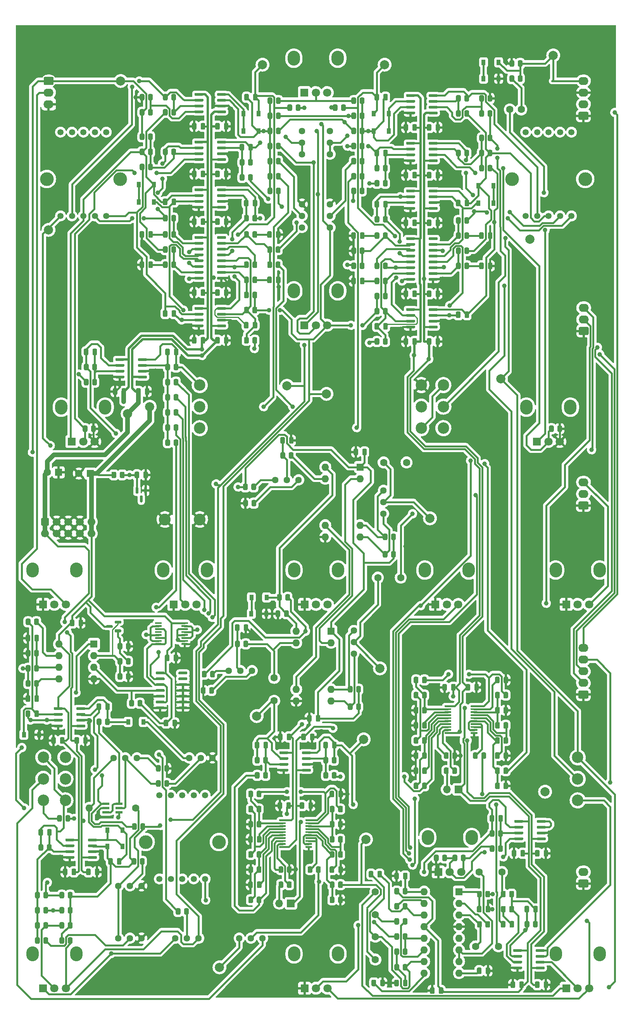
<source format=gbl>
G04 #@! TF.GenerationSoftware,KiCad,Pcbnew,6.0.5+dfsg-1~bpo11+1*
G04 #@! TF.CreationDate,2023-02-06T17:01:20+00:00*
G04 #@! TF.ProjectId,VCF_VCA_BBD_board,5643465f-5643-4415-9f42-42445f626f61,1.0*
G04 #@! TF.SameCoordinates,Original*
G04 #@! TF.FileFunction,Copper,L2,Bot*
G04 #@! TF.FilePolarity,Positive*
%FSLAX46Y46*%
G04 Gerber Fmt 4.6, Leading zero omitted, Abs format (unit mm)*
G04 Created by KiCad (PCBNEW 6.0.5+dfsg-1~bpo11+1) date 2023-02-06 17:01:20*
%MOMM*%
%LPD*%
G01*
G04 APERTURE LIST*
G04 #@! TA.AperFunction,ComponentPad*
%ADD10O,2.720000X3.240000*%
G04 #@! TD*
G04 #@! TA.AperFunction,ComponentPad*
%ADD11R,1.800000X1.800000*%
G04 #@! TD*
G04 #@! TA.AperFunction,ComponentPad*
%ADD12C,1.800000*%
G04 #@! TD*
G04 #@! TA.AperFunction,ComponentPad*
%ADD13C,2.500000*%
G04 #@! TD*
G04 #@! TA.AperFunction,ComponentPad*
%ADD14C,3.000000*%
G04 #@! TD*
G04 #@! TA.AperFunction,ComponentPad*
%ADD15C,1.350000*%
G04 #@! TD*
G04 #@! TA.AperFunction,ComponentPad*
%ADD16O,2.190000X1.740000*%
G04 #@! TD*
G04 #@! TA.AperFunction,ComponentPad*
%ADD17C,1.440000*%
G04 #@! TD*
G04 #@! TA.AperFunction,ComponentPad*
%ADD18C,2.600000*%
G04 #@! TD*
G04 #@! TA.AperFunction,SMDPad,CuDef*
%ADD19R,0.900000X1.200000*%
G04 #@! TD*
G04 #@! TA.AperFunction,ComponentPad*
%ADD20C,2.000000*%
G04 #@! TD*
G04 #@! TA.AperFunction,ComponentPad*
%ADD21C,1.600000*%
G04 #@! TD*
G04 #@! TA.AperFunction,ComponentPad*
%ADD22R,1.600000X1.600000*%
G04 #@! TD*
G04 #@! TA.AperFunction,ComponentPad*
%ADD23O,1.600000X1.600000*%
G04 #@! TD*
G04 #@! TA.AperFunction,ComponentPad*
%ADD24R,1.700000X1.700000*%
G04 #@! TD*
G04 #@! TA.AperFunction,ComponentPad*
%ADD25O,1.700000X1.700000*%
G04 #@! TD*
G04 #@! TA.AperFunction,ComponentPad*
%ADD26C,1.700000*%
G04 #@! TD*
G04 #@! TA.AperFunction,SMDPad,CuDef*
%ADD27R,1.500000X0.550000*%
G04 #@! TD*
G04 #@! TA.AperFunction,ViaPad*
%ADD28C,1.000000*%
G04 #@! TD*
G04 #@! TA.AperFunction,ViaPad*
%ADD29C,0.800000*%
G04 #@! TD*
G04 #@! TA.AperFunction,Conductor*
%ADD30C,0.400000*%
G04 #@! TD*
G04 #@! TA.AperFunction,Conductor*
%ADD31C,0.250000*%
G04 #@! TD*
G04 #@! TA.AperFunction,Conductor*
%ADD32C,0.500000*%
G04 #@! TD*
G04 #@! TA.AperFunction,Conductor*
%ADD33C,1.000000*%
G04 #@! TD*
G04 APERTURE END LIST*
D10*
X111440000Y-83940000D03*
X101840000Y-83940000D03*
D11*
X104140000Y-91440000D03*
D12*
X106640000Y-91440000D03*
X109140000Y-91440000D03*
D10*
X101840000Y-33140000D03*
X111440000Y-33140000D03*
D11*
X104140000Y-40640000D03*
D12*
X106640000Y-40640000D03*
X109140000Y-40640000D03*
D13*
X129665000Y-113920000D03*
X129665000Y-109220000D03*
X129665000Y-104520000D03*
X134495000Y-113920000D03*
X134495000Y-109220000D03*
X134495000Y-104520000D03*
D10*
X51040000Y-109340000D03*
X60640000Y-109340000D03*
D11*
X53340000Y-116840000D03*
D12*
X55840000Y-116840000D03*
X58340000Y-116840000D03*
D13*
X51945000Y-185800000D03*
X51945000Y-190500000D03*
X51945000Y-195200000D03*
X47115000Y-185800000D03*
X47115000Y-190500000D03*
X47115000Y-195200000D03*
D14*
X69470000Y-204300000D03*
X85470000Y-204300000D03*
D15*
X72470000Y-194050000D03*
X74970000Y-194050000D03*
X77470000Y-194050000D03*
X79970000Y-194050000D03*
X82470000Y-194050000D03*
X82470000Y-212350000D03*
X79970000Y-212350000D03*
X77470000Y-212350000D03*
X74970000Y-212350000D03*
X72470000Y-212350000D03*
D10*
X111480000Y-228720000D03*
X101880000Y-228720000D03*
D11*
X104180000Y-236220000D03*
D12*
X106680000Y-236220000D03*
X109180000Y-236220000D03*
D10*
X111480000Y-144910000D03*
X101880000Y-144910000D03*
D11*
X104180000Y-152410000D03*
D12*
X106680000Y-152410000D03*
X109180000Y-152410000D03*
D10*
X162240000Y-109340000D03*
X152640000Y-109340000D03*
D11*
X154940000Y-116840000D03*
D12*
X157440000Y-116840000D03*
X159940000Y-116840000D03*
D10*
X82905000Y-144900000D03*
X73305000Y-144900000D03*
D11*
X75605000Y-152400000D03*
D12*
X78105000Y-152400000D03*
X80605000Y-152400000D03*
D10*
X159030000Y-144900000D03*
X168630000Y-144900000D03*
D11*
X161330000Y-152400000D03*
D12*
X163830000Y-152400000D03*
X166330000Y-152400000D03*
D10*
X44730000Y-228730000D03*
X54330000Y-228730000D03*
D11*
X47030000Y-236230000D03*
D12*
X49530000Y-236230000D03*
X52030000Y-236230000D03*
D10*
X54330000Y-144900000D03*
X44730000Y-144900000D03*
D11*
X47030000Y-152400000D03*
D12*
X49530000Y-152400000D03*
X52030000Y-152400000D03*
D10*
X140690000Y-203320000D03*
X131090000Y-203320000D03*
D11*
X133390000Y-210820000D03*
D12*
X135890000Y-210820000D03*
X138390000Y-210820000D03*
D14*
X63880000Y-59520000D03*
X47880000Y-59520000D03*
D15*
X50880000Y-49270000D03*
X53380000Y-49270000D03*
X55880000Y-49270000D03*
X58380000Y-49270000D03*
X60880000Y-49270000D03*
X60880000Y-67570000D03*
X58380000Y-67570000D03*
X55880000Y-67570000D03*
X53380000Y-67570000D03*
X50880000Y-67570000D03*
D13*
X163830000Y-185800000D03*
X163830000Y-190500000D03*
X163830000Y-195200000D03*
D10*
X130455000Y-144910000D03*
X140055000Y-144910000D03*
D11*
X132755000Y-152410000D03*
D12*
X135255000Y-152410000D03*
X137755000Y-152410000D03*
D13*
X81280000Y-113920000D03*
X81280000Y-109220000D03*
X81280000Y-104520000D03*
D14*
X165480000Y-59520000D03*
X149480000Y-59520000D03*
D15*
X152480000Y-49270000D03*
X154980000Y-49270000D03*
X157480000Y-49270000D03*
X159980000Y-49270000D03*
X162480000Y-49270000D03*
X162480000Y-67570000D03*
X159980000Y-67570000D03*
X157480000Y-67570000D03*
X154980000Y-67570000D03*
X152480000Y-67570000D03*
D10*
X168630000Y-228720000D03*
X159030000Y-228720000D03*
D11*
X161330000Y-236220000D03*
D12*
X163830000Y-236220000D03*
X166330000Y-236220000D03*
G04 #@! TA.AperFunction,SMDPad,CuDef*
G36*
G01*
X133244000Y-87861000D02*
X133244000Y-88161000D01*
G75*
G02*
X133094000Y-88311000I-150000J0D01*
G01*
X131444000Y-88311000D01*
G75*
G02*
X131294000Y-88161000I0J150000D01*
G01*
X131294000Y-87861000D01*
G75*
G02*
X131444000Y-87711000I150000J0D01*
G01*
X133094000Y-87711000D01*
G75*
G02*
X133244000Y-87861000I0J-150000D01*
G01*
G37*
G04 #@! TD.AperFunction*
G04 #@! TA.AperFunction,SMDPad,CuDef*
G36*
G01*
X133244000Y-89131000D02*
X133244000Y-89431000D01*
G75*
G02*
X133094000Y-89581000I-150000J0D01*
G01*
X131444000Y-89581000D01*
G75*
G02*
X131294000Y-89431000I0J150000D01*
G01*
X131294000Y-89131000D01*
G75*
G02*
X131444000Y-88981000I150000J0D01*
G01*
X133094000Y-88981000D01*
G75*
G02*
X133244000Y-89131000I0J-150000D01*
G01*
G37*
G04 #@! TD.AperFunction*
G04 #@! TA.AperFunction,SMDPad,CuDef*
G36*
G01*
X133244000Y-90401000D02*
X133244000Y-90701000D01*
G75*
G02*
X133094000Y-90851000I-150000J0D01*
G01*
X131444000Y-90851000D01*
G75*
G02*
X131294000Y-90701000I0J150000D01*
G01*
X131294000Y-90401000D01*
G75*
G02*
X131444000Y-90251000I150000J0D01*
G01*
X133094000Y-90251000D01*
G75*
G02*
X133244000Y-90401000I0J-150000D01*
G01*
G37*
G04 #@! TD.AperFunction*
G04 #@! TA.AperFunction,SMDPad,CuDef*
G36*
G01*
X133244000Y-91671000D02*
X133244000Y-91971000D01*
G75*
G02*
X133094000Y-92121000I-150000J0D01*
G01*
X131444000Y-92121000D01*
G75*
G02*
X131294000Y-91971000I0J150000D01*
G01*
X131294000Y-91671000D01*
G75*
G02*
X131444000Y-91521000I150000J0D01*
G01*
X133094000Y-91521000D01*
G75*
G02*
X133244000Y-91671000I0J-150000D01*
G01*
G37*
G04 #@! TD.AperFunction*
G04 #@! TA.AperFunction,SMDPad,CuDef*
G36*
G01*
X128294000Y-91671000D02*
X128294000Y-91971000D01*
G75*
G02*
X128144000Y-92121000I-150000J0D01*
G01*
X126494000Y-92121000D01*
G75*
G02*
X126344000Y-91971000I0J150000D01*
G01*
X126344000Y-91671000D01*
G75*
G02*
X126494000Y-91521000I150000J0D01*
G01*
X128144000Y-91521000D01*
G75*
G02*
X128294000Y-91671000I0J-150000D01*
G01*
G37*
G04 #@! TD.AperFunction*
G04 #@! TA.AperFunction,SMDPad,CuDef*
G36*
G01*
X128294000Y-90401000D02*
X128294000Y-90701000D01*
G75*
G02*
X128144000Y-90851000I-150000J0D01*
G01*
X126494000Y-90851000D01*
G75*
G02*
X126344000Y-90701000I0J150000D01*
G01*
X126344000Y-90401000D01*
G75*
G02*
X126494000Y-90251000I150000J0D01*
G01*
X128144000Y-90251000D01*
G75*
G02*
X128294000Y-90401000I0J-150000D01*
G01*
G37*
G04 #@! TD.AperFunction*
G04 #@! TA.AperFunction,SMDPad,CuDef*
G36*
G01*
X128294000Y-89131000D02*
X128294000Y-89431000D01*
G75*
G02*
X128144000Y-89581000I-150000J0D01*
G01*
X126494000Y-89581000D01*
G75*
G02*
X126344000Y-89431000I0J150000D01*
G01*
X126344000Y-89131000D01*
G75*
G02*
X126494000Y-88981000I150000J0D01*
G01*
X128144000Y-88981000D01*
G75*
G02*
X128294000Y-89131000I0J-150000D01*
G01*
G37*
G04 #@! TD.AperFunction*
G04 #@! TA.AperFunction,SMDPad,CuDef*
G36*
G01*
X128294000Y-87861000D02*
X128294000Y-88161000D01*
G75*
G02*
X128144000Y-88311000I-150000J0D01*
G01*
X126494000Y-88311000D01*
G75*
G02*
X126344000Y-88161000I0J150000D01*
G01*
X126344000Y-87861000D01*
G75*
G02*
X126494000Y-87711000I150000J0D01*
G01*
X128144000Y-87711000D01*
G75*
G02*
X128294000Y-87861000I0J-150000D01*
G01*
G37*
G04 #@! TD.AperFunction*
G04 #@! TA.AperFunction,SMDPad,CuDef*
G36*
G01*
X122354000Y-64549000D02*
X122354000Y-65499000D01*
G75*
G02*
X122104000Y-65749000I-250000J0D01*
G01*
X121604000Y-65749000D01*
G75*
G02*
X121354000Y-65499000I0J250000D01*
G01*
X121354000Y-64549000D01*
G75*
G02*
X121604000Y-64299000I250000J0D01*
G01*
X122104000Y-64299000D01*
G75*
G02*
X122354000Y-64549000I0J-250000D01*
G01*
G37*
G04 #@! TD.AperFunction*
G04 #@! TA.AperFunction,SMDPad,CuDef*
G36*
G01*
X120454000Y-64549000D02*
X120454000Y-65499000D01*
G75*
G02*
X120204000Y-65749000I-250000J0D01*
G01*
X119704000Y-65749000D01*
G75*
G02*
X119454000Y-65499000I0J250000D01*
G01*
X119454000Y-64549000D01*
G75*
G02*
X119704000Y-64299000I250000J0D01*
G01*
X120204000Y-64299000D01*
G75*
G02*
X120454000Y-64549000I0J-250000D01*
G01*
G37*
G04 #@! TD.AperFunction*
G04 #@! TA.AperFunction,SMDPad,CuDef*
G36*
G01*
X81736500Y-168090000D02*
X81736500Y-167190000D01*
G75*
G02*
X81986500Y-166940000I250000J0D01*
G01*
X82511500Y-166940000D01*
G75*
G02*
X82761500Y-167190000I0J-250000D01*
G01*
X82761500Y-168090000D01*
G75*
G02*
X82511500Y-168340000I-250000J0D01*
G01*
X81986500Y-168340000D01*
G75*
G02*
X81736500Y-168090000I0J250000D01*
G01*
G37*
G04 #@! TD.AperFunction*
G04 #@! TA.AperFunction,SMDPad,CuDef*
G36*
G01*
X83561500Y-168090000D02*
X83561500Y-167190000D01*
G75*
G02*
X83811500Y-166940000I250000J0D01*
G01*
X84336500Y-166940000D01*
G75*
G02*
X84586500Y-167190000I0J-250000D01*
G01*
X84586500Y-168090000D01*
G75*
G02*
X84336500Y-168340000I-250000J0D01*
G01*
X83811500Y-168340000D01*
G75*
G02*
X83561500Y-168090000I0J250000D01*
G01*
G37*
G04 #@! TD.AperFunction*
G04 #@! TA.AperFunction,SMDPad,CuDef*
G36*
G01*
X136497000Y-208222000D02*
X136497000Y-207322000D01*
G75*
G02*
X136747000Y-207072000I250000J0D01*
G01*
X137272000Y-207072000D01*
G75*
G02*
X137522000Y-207322000I0J-250000D01*
G01*
X137522000Y-208222000D01*
G75*
G02*
X137272000Y-208472000I-250000J0D01*
G01*
X136747000Y-208472000D01*
G75*
G02*
X136497000Y-208222000I0J250000D01*
G01*
G37*
G04 #@! TD.AperFunction*
G04 #@! TA.AperFunction,SMDPad,CuDef*
G36*
G01*
X138322000Y-208222000D02*
X138322000Y-207322000D01*
G75*
G02*
X138572000Y-207072000I250000J0D01*
G01*
X139097000Y-207072000D01*
G75*
G02*
X139347000Y-207322000I0J-250000D01*
G01*
X139347000Y-208222000D01*
G75*
G02*
X139097000Y-208472000I-250000J0D01*
G01*
X138572000Y-208472000D01*
G75*
G02*
X138322000Y-208222000I0J250000D01*
G01*
G37*
G04 #@! TD.AperFunction*
G04 #@! TA.AperFunction,SMDPad,CuDef*
G36*
G01*
X111153000Y-189288000D02*
X111153000Y-190188000D01*
G75*
G02*
X110903000Y-190438000I-250000J0D01*
G01*
X110378000Y-190438000D01*
G75*
G02*
X110128000Y-190188000I0J250000D01*
G01*
X110128000Y-189288000D01*
G75*
G02*
X110378000Y-189038000I250000J0D01*
G01*
X110903000Y-189038000D01*
G75*
G02*
X111153000Y-189288000I0J-250000D01*
G01*
G37*
G04 #@! TD.AperFunction*
G04 #@! TA.AperFunction,SMDPad,CuDef*
G36*
G01*
X109328000Y-189288000D02*
X109328000Y-190188000D01*
G75*
G02*
X109078000Y-190438000I-250000J0D01*
G01*
X108553000Y-190438000D01*
G75*
G02*
X108303000Y-190188000I0J250000D01*
G01*
X108303000Y-189288000D01*
G75*
G02*
X108553000Y-189038000I250000J0D01*
G01*
X109078000Y-189038000D01*
G75*
G02*
X109328000Y-189288000I0J-250000D01*
G01*
G37*
G04 #@! TD.AperFunction*
G04 #@! TA.AperFunction,SMDPad,CuDef*
G36*
G01*
X76609000Y-113342000D02*
X76609000Y-114242000D01*
G75*
G02*
X76359000Y-114492000I-250000J0D01*
G01*
X75834000Y-114492000D01*
G75*
G02*
X75584000Y-114242000I0J250000D01*
G01*
X75584000Y-113342000D01*
G75*
G02*
X75834000Y-113092000I250000J0D01*
G01*
X76359000Y-113092000D01*
G75*
G02*
X76609000Y-113342000I0J-250000D01*
G01*
G37*
G04 #@! TD.AperFunction*
G04 #@! TA.AperFunction,SMDPad,CuDef*
G36*
G01*
X74784000Y-113342000D02*
X74784000Y-114242000D01*
G75*
G02*
X74534000Y-114492000I-250000J0D01*
G01*
X74009000Y-114492000D01*
G75*
G02*
X73759000Y-114242000I0J250000D01*
G01*
X73759000Y-113342000D01*
G75*
G02*
X74009000Y-113092000I250000J0D01*
G01*
X74534000Y-113092000D01*
G75*
G02*
X74784000Y-113342000I0J-250000D01*
G01*
G37*
G04 #@! TD.AperFunction*
G04 #@! TA.AperFunction,SMDPad,CuDef*
G36*
G01*
X145189000Y-53398000D02*
X145189000Y-54298000D01*
G75*
G02*
X144939000Y-54548000I-250000J0D01*
G01*
X144414000Y-54548000D01*
G75*
G02*
X144164000Y-54298000I0J250000D01*
G01*
X144164000Y-53398000D01*
G75*
G02*
X144414000Y-53148000I250000J0D01*
G01*
X144939000Y-53148000D01*
G75*
G02*
X145189000Y-53398000I0J-250000D01*
G01*
G37*
G04 #@! TD.AperFunction*
G04 #@! TA.AperFunction,SMDPad,CuDef*
G36*
G01*
X143364000Y-53398000D02*
X143364000Y-54298000D01*
G75*
G02*
X143114000Y-54548000I-250000J0D01*
G01*
X142589000Y-54548000D01*
G75*
G02*
X142339000Y-54298000I0J250000D01*
G01*
X142339000Y-53398000D01*
G75*
G02*
X142589000Y-53148000I250000J0D01*
G01*
X143114000Y-53148000D01*
G75*
G02*
X143364000Y-53398000I0J-250000D01*
G01*
G37*
G04 #@! TD.AperFunction*
G04 #@! TA.AperFunction,SMDPad,CuDef*
G36*
G01*
X71021000Y-56446000D02*
X71021000Y-57346000D01*
G75*
G02*
X70771000Y-57596000I-250000J0D01*
G01*
X70246000Y-57596000D01*
G75*
G02*
X69996000Y-57346000I0J250000D01*
G01*
X69996000Y-56446000D01*
G75*
G02*
X70246000Y-56196000I250000J0D01*
G01*
X70771000Y-56196000D01*
G75*
G02*
X71021000Y-56446000I0J-250000D01*
G01*
G37*
G04 #@! TD.AperFunction*
G04 #@! TA.AperFunction,SMDPad,CuDef*
G36*
G01*
X69196000Y-56446000D02*
X69196000Y-57346000D01*
G75*
G02*
X68946000Y-57596000I-250000J0D01*
G01*
X68421000Y-57596000D01*
G75*
G02*
X68171000Y-57346000I0J250000D01*
G01*
X68171000Y-56446000D01*
G75*
G02*
X68421000Y-56196000I250000J0D01*
G01*
X68946000Y-56196000D01*
G75*
G02*
X69196000Y-56446000I0J-250000D01*
G01*
G37*
G04 #@! TD.AperFunction*
G04 #@! TA.AperFunction,ComponentPad*
G36*
G01*
X165925000Y-214230000D02*
X164235000Y-214230000D01*
G75*
G02*
X163985000Y-213980000I0J250000D01*
G01*
X163985000Y-212740000D01*
G75*
G02*
X164235000Y-212490000I250000J0D01*
G01*
X165925000Y-212490000D01*
G75*
G02*
X166175000Y-212740000I0J-250000D01*
G01*
X166175000Y-213980000D01*
G75*
G02*
X165925000Y-214230000I-250000J0D01*
G01*
G37*
G04 #@! TD.AperFunction*
D16*
X165080000Y-210820000D03*
G04 #@! TA.AperFunction,SMDPad,CuDef*
G36*
G01*
X73414000Y-178783000D02*
X73414000Y-177833000D01*
G75*
G02*
X73664000Y-177583000I250000J0D01*
G01*
X74164000Y-177583000D01*
G75*
G02*
X74414000Y-177833000I0J-250000D01*
G01*
X74414000Y-178783000D01*
G75*
G02*
X74164000Y-179033000I-250000J0D01*
G01*
X73664000Y-179033000D01*
G75*
G02*
X73414000Y-178783000I0J250000D01*
G01*
G37*
G04 #@! TD.AperFunction*
G04 #@! TA.AperFunction,SMDPad,CuDef*
G36*
G01*
X75314000Y-178783000D02*
X75314000Y-177833000D01*
G75*
G02*
X75564000Y-177583000I250000J0D01*
G01*
X76064000Y-177583000D01*
G75*
G02*
X76314000Y-177833000I0J-250000D01*
G01*
X76314000Y-178783000D01*
G75*
G02*
X76064000Y-179033000I-250000J0D01*
G01*
X75564000Y-179033000D01*
G75*
G02*
X75314000Y-178783000I0J250000D01*
G01*
G37*
G04 #@! TD.AperFunction*
G04 #@! TA.AperFunction,SMDPad,CuDef*
G36*
G01*
X130884000Y-69563000D02*
X130884000Y-68613000D01*
G75*
G02*
X131134000Y-68363000I250000J0D01*
G01*
X131634000Y-68363000D01*
G75*
G02*
X131884000Y-68613000I0J-250000D01*
G01*
X131884000Y-69563000D01*
G75*
G02*
X131634000Y-69813000I-250000J0D01*
G01*
X131134000Y-69813000D01*
G75*
G02*
X130884000Y-69563000I0J250000D01*
G01*
G37*
G04 #@! TD.AperFunction*
G04 #@! TA.AperFunction,SMDPad,CuDef*
G36*
G01*
X132784000Y-69563000D02*
X132784000Y-68613000D01*
G75*
G02*
X133034000Y-68363000I250000J0D01*
G01*
X133534000Y-68363000D01*
G75*
G02*
X133784000Y-68613000I0J-250000D01*
G01*
X133784000Y-69563000D01*
G75*
G02*
X133534000Y-69813000I-250000J0D01*
G01*
X133034000Y-69813000D01*
G75*
G02*
X132784000Y-69563000I0J250000D01*
G01*
G37*
G04 #@! TD.AperFunction*
G04 #@! TA.AperFunction,SMDPad,CuDef*
G36*
G01*
X137168000Y-170030000D02*
X137168000Y-170980000D01*
G75*
G02*
X136918000Y-171230000I-250000J0D01*
G01*
X136418000Y-171230000D01*
G75*
G02*
X136168000Y-170980000I0J250000D01*
G01*
X136168000Y-170030000D01*
G75*
G02*
X136418000Y-169780000I250000J0D01*
G01*
X136918000Y-169780000D01*
G75*
G02*
X137168000Y-170030000I0J-250000D01*
G01*
G37*
G04 #@! TD.AperFunction*
G04 #@! TA.AperFunction,SMDPad,CuDef*
G36*
G01*
X135268000Y-170030000D02*
X135268000Y-170980000D01*
G75*
G02*
X135018000Y-171230000I-250000J0D01*
G01*
X134518000Y-171230000D01*
G75*
G02*
X134268000Y-170980000I0J250000D01*
G01*
X134268000Y-170030000D01*
G75*
G02*
X134518000Y-169780000I250000J0D01*
G01*
X135018000Y-169780000D01*
G75*
G02*
X135268000Y-170030000I0J-250000D01*
G01*
G37*
G04 #@! TD.AperFunction*
D17*
X67564000Y-185928000D03*
X65024000Y-185928000D03*
X62484000Y-185928000D03*
G04 #@! TA.AperFunction,SMDPad,CuDef*
G36*
G01*
X76609000Y-110040000D02*
X76609000Y-110940000D01*
G75*
G02*
X76359000Y-111190000I-250000J0D01*
G01*
X75834000Y-111190000D01*
G75*
G02*
X75584000Y-110940000I0J250000D01*
G01*
X75584000Y-110040000D01*
G75*
G02*
X75834000Y-109790000I250000J0D01*
G01*
X76359000Y-109790000D01*
G75*
G02*
X76609000Y-110040000I0J-250000D01*
G01*
G37*
G04 #@! TD.AperFunction*
G04 #@! TA.AperFunction,SMDPad,CuDef*
G36*
G01*
X74784000Y-110040000D02*
X74784000Y-110940000D01*
G75*
G02*
X74534000Y-111190000I-250000J0D01*
G01*
X74009000Y-111190000D01*
G75*
G02*
X73759000Y-110940000I0J250000D01*
G01*
X73759000Y-110040000D01*
G75*
G02*
X74009000Y-109790000I250000J0D01*
G01*
X74534000Y-109790000D01*
G75*
G02*
X74784000Y-110040000I0J-250000D01*
G01*
G37*
G04 #@! TD.AperFunction*
G04 #@! TA.AperFunction,SMDPad,CuDef*
G36*
G01*
X98961000Y-51874000D02*
X98961000Y-52774000D01*
G75*
G02*
X98711000Y-53024000I-250000J0D01*
G01*
X98186000Y-53024000D01*
G75*
G02*
X97936000Y-52774000I0J250000D01*
G01*
X97936000Y-51874000D01*
G75*
G02*
X98186000Y-51624000I250000J0D01*
G01*
X98711000Y-51624000D01*
G75*
G02*
X98961000Y-51874000I0J-250000D01*
G01*
G37*
G04 #@! TD.AperFunction*
G04 #@! TA.AperFunction,SMDPad,CuDef*
G36*
G01*
X97136000Y-51874000D02*
X97136000Y-52774000D01*
G75*
G02*
X96886000Y-53024000I-250000J0D01*
G01*
X96361000Y-53024000D01*
G75*
G02*
X96111000Y-52774000I0J250000D01*
G01*
X96111000Y-51874000D01*
G75*
G02*
X96361000Y-51624000I250000J0D01*
G01*
X96886000Y-51624000D01*
G75*
G02*
X97136000Y-51874000I0J-250000D01*
G01*
G37*
G04 #@! TD.AperFunction*
D18*
X81280000Y-133858000D03*
X73660000Y-133858000D03*
G04 #@! TA.AperFunction,SMDPad,CuDef*
G36*
G01*
X90966000Y-81984000D02*
X90966000Y-81084000D01*
G75*
G02*
X91216000Y-80834000I250000J0D01*
G01*
X91741000Y-80834000D01*
G75*
G02*
X91991000Y-81084000I0J-250000D01*
G01*
X91991000Y-81984000D01*
G75*
G02*
X91741000Y-82234000I-250000J0D01*
G01*
X91216000Y-82234000D01*
G75*
G02*
X90966000Y-81984000I0J250000D01*
G01*
G37*
G04 #@! TD.AperFunction*
G04 #@! TA.AperFunction,SMDPad,CuDef*
G36*
G01*
X92791000Y-81984000D02*
X92791000Y-81084000D01*
G75*
G02*
X93041000Y-80834000I250000J0D01*
G01*
X93566000Y-80834000D01*
G75*
G02*
X93816000Y-81084000I0J-250000D01*
G01*
X93816000Y-81984000D01*
G75*
G02*
X93566000Y-82234000I-250000J0D01*
G01*
X93041000Y-82234000D01*
G75*
G02*
X92791000Y-81984000I0J250000D01*
G01*
G37*
G04 #@! TD.AperFunction*
G04 #@! TA.AperFunction,SMDPad,CuDef*
G36*
G01*
X51742000Y-181643000D02*
X51742000Y-182593000D01*
G75*
G02*
X51492000Y-182843000I-250000J0D01*
G01*
X50992000Y-182843000D01*
G75*
G02*
X50742000Y-182593000I0J250000D01*
G01*
X50742000Y-181643000D01*
G75*
G02*
X50992000Y-181393000I250000J0D01*
G01*
X51492000Y-181393000D01*
G75*
G02*
X51742000Y-181643000I0J-250000D01*
G01*
G37*
G04 #@! TD.AperFunction*
G04 #@! TA.AperFunction,SMDPad,CuDef*
G36*
G01*
X49842000Y-181643000D02*
X49842000Y-182593000D01*
G75*
G02*
X49592000Y-182843000I-250000J0D01*
G01*
X49092000Y-182843000D01*
G75*
G02*
X48842000Y-182593000I0J250000D01*
G01*
X48842000Y-181643000D01*
G75*
G02*
X49092000Y-181393000I250000J0D01*
G01*
X49592000Y-181393000D01*
G75*
G02*
X49842000Y-181643000I0J-250000D01*
G01*
G37*
G04 #@! TD.AperFunction*
G04 #@! TA.AperFunction,SMDPad,CuDef*
G36*
G01*
X82476000Y-47531000D02*
X82476000Y-48481000D01*
G75*
G02*
X82226000Y-48731000I-250000J0D01*
G01*
X81726000Y-48731000D01*
G75*
G02*
X81476000Y-48481000I0J250000D01*
G01*
X81476000Y-47531000D01*
G75*
G02*
X81726000Y-47281000I250000J0D01*
G01*
X82226000Y-47281000D01*
G75*
G02*
X82476000Y-47531000I0J-250000D01*
G01*
G37*
G04 #@! TD.AperFunction*
G04 #@! TA.AperFunction,SMDPad,CuDef*
G36*
G01*
X80576000Y-47531000D02*
X80576000Y-48481000D01*
G75*
G02*
X80326000Y-48731000I-250000J0D01*
G01*
X79826000Y-48731000D01*
G75*
G02*
X79576000Y-48481000I0J250000D01*
G01*
X79576000Y-47531000D01*
G75*
G02*
X79826000Y-47281000I250000J0D01*
G01*
X80326000Y-47281000D01*
G75*
G02*
X80576000Y-47531000I0J-250000D01*
G01*
G37*
G04 #@! TD.AperFunction*
G04 #@! TA.AperFunction,SMDPad,CuDef*
G36*
G01*
X144625000Y-206190000D02*
X144625000Y-205290000D01*
G75*
G02*
X144875000Y-205040000I250000J0D01*
G01*
X145400000Y-205040000D01*
G75*
G02*
X145650000Y-205290000I0J-250000D01*
G01*
X145650000Y-206190000D01*
G75*
G02*
X145400000Y-206440000I-250000J0D01*
G01*
X144875000Y-206440000D01*
G75*
G02*
X144625000Y-206190000I0J250000D01*
G01*
G37*
G04 #@! TD.AperFunction*
G04 #@! TA.AperFunction,SMDPad,CuDef*
G36*
G01*
X146450000Y-206190000D02*
X146450000Y-205290000D01*
G75*
G02*
X146700000Y-205040000I250000J0D01*
G01*
X147225000Y-205040000D01*
G75*
G02*
X147475000Y-205290000I0J-250000D01*
G01*
X147475000Y-206190000D01*
G75*
G02*
X147225000Y-206440000I-250000J0D01*
G01*
X146700000Y-206440000D01*
G75*
G02*
X146450000Y-206190000I0J250000D01*
G01*
G37*
G04 #@! TD.AperFunction*
G04 #@! TA.AperFunction,SMDPad,CuDef*
G36*
G01*
X103279000Y-43492000D02*
X103279000Y-44392000D01*
G75*
G02*
X103029000Y-44642000I-250000J0D01*
G01*
X102504000Y-44642000D01*
G75*
G02*
X102254000Y-44392000I0J250000D01*
G01*
X102254000Y-43492000D01*
G75*
G02*
X102504000Y-43242000I250000J0D01*
G01*
X103029000Y-43242000D01*
G75*
G02*
X103279000Y-43492000I0J-250000D01*
G01*
G37*
G04 #@! TD.AperFunction*
G04 #@! TA.AperFunction,SMDPad,CuDef*
G36*
G01*
X101454000Y-43492000D02*
X101454000Y-44392000D01*
G75*
G02*
X101204000Y-44642000I-250000J0D01*
G01*
X100679000Y-44642000D01*
G75*
G02*
X100429000Y-44392000I0J250000D01*
G01*
X100429000Y-43492000D01*
G75*
G02*
X100679000Y-43242000I250000J0D01*
G01*
X101204000Y-43242000D01*
G75*
G02*
X101454000Y-43492000I0J-250000D01*
G01*
G37*
G04 #@! TD.AperFunction*
G04 #@! TA.AperFunction,SMDPad,CuDef*
G36*
G01*
X76609000Y-106738000D02*
X76609000Y-107638000D01*
G75*
G02*
X76359000Y-107888000I-250000J0D01*
G01*
X75834000Y-107888000D01*
G75*
G02*
X75584000Y-107638000I0J250000D01*
G01*
X75584000Y-106738000D01*
G75*
G02*
X75834000Y-106488000I250000J0D01*
G01*
X76359000Y-106488000D01*
G75*
G02*
X76609000Y-106738000I0J-250000D01*
G01*
G37*
G04 #@! TD.AperFunction*
G04 #@! TA.AperFunction,SMDPad,CuDef*
G36*
G01*
X74784000Y-106738000D02*
X74784000Y-107638000D01*
G75*
G02*
X74534000Y-107888000I-250000J0D01*
G01*
X74009000Y-107888000D01*
G75*
G02*
X73759000Y-107638000I0J250000D01*
G01*
X73759000Y-106738000D01*
G75*
G02*
X74009000Y-106488000I250000J0D01*
G01*
X74534000Y-106488000D01*
G75*
G02*
X74784000Y-106738000I0J-250000D01*
G01*
G37*
G04 #@! TD.AperFunction*
G04 #@! TA.AperFunction,SMDPad,CuDef*
G36*
G01*
X114399000Y-56076000D02*
X114399000Y-55176000D01*
G75*
G02*
X114649000Y-54926000I250000J0D01*
G01*
X115174000Y-54926000D01*
G75*
G02*
X115424000Y-55176000I0J-250000D01*
G01*
X115424000Y-56076000D01*
G75*
G02*
X115174000Y-56326000I-250000J0D01*
G01*
X114649000Y-56326000D01*
G75*
G02*
X114399000Y-56076000I0J250000D01*
G01*
G37*
G04 #@! TD.AperFunction*
G04 #@! TA.AperFunction,SMDPad,CuDef*
G36*
G01*
X116224000Y-56076000D02*
X116224000Y-55176000D01*
G75*
G02*
X116474000Y-54926000I250000J0D01*
G01*
X116999000Y-54926000D01*
G75*
G02*
X117249000Y-55176000I0J-250000D01*
G01*
X117249000Y-56076000D01*
G75*
G02*
X116999000Y-56326000I-250000J0D01*
G01*
X116474000Y-56326000D01*
G75*
G02*
X116224000Y-56076000I0J250000D01*
G01*
G37*
G04 #@! TD.AperFunction*
D17*
X81036000Y-225298000D03*
X78496000Y-225298000D03*
X75956000Y-225298000D03*
X94996000Y-225298000D03*
X92456000Y-225298000D03*
X89916000Y-225298000D03*
G04 #@! TA.AperFunction,SMDPad,CuDef*
G36*
G01*
X108303000Y-186886000D02*
X108303000Y-185986000D01*
G75*
G02*
X108553000Y-185736000I250000J0D01*
G01*
X109078000Y-185736000D01*
G75*
G02*
X109328000Y-185986000I0J-250000D01*
G01*
X109328000Y-186886000D01*
G75*
G02*
X109078000Y-187136000I-250000J0D01*
G01*
X108553000Y-187136000D01*
G75*
G02*
X108303000Y-186886000I0J250000D01*
G01*
G37*
G04 #@! TD.AperFunction*
G04 #@! TA.AperFunction,SMDPad,CuDef*
G36*
G01*
X110128000Y-186886000D02*
X110128000Y-185986000D01*
G75*
G02*
X110378000Y-185736000I250000J0D01*
G01*
X110903000Y-185736000D01*
G75*
G02*
X111153000Y-185986000I0J-250000D01*
G01*
X111153000Y-186886000D01*
G75*
G02*
X110903000Y-187136000I-250000J0D01*
G01*
X110378000Y-187136000D01*
G75*
G02*
X110128000Y-186886000I0J250000D01*
G01*
G37*
G04 #@! TD.AperFunction*
G04 #@! TA.AperFunction,SMDPad,CuDef*
G36*
G01*
X122329000Y-71432000D02*
X122329000Y-72332000D01*
G75*
G02*
X122079000Y-72582000I-250000J0D01*
G01*
X121554000Y-72582000D01*
G75*
G02*
X121304000Y-72332000I0J250000D01*
G01*
X121304000Y-71432000D01*
G75*
G02*
X121554000Y-71182000I250000J0D01*
G01*
X122079000Y-71182000D01*
G75*
G02*
X122329000Y-71432000I0J-250000D01*
G01*
G37*
G04 #@! TD.AperFunction*
G04 #@! TA.AperFunction,SMDPad,CuDef*
G36*
G01*
X120504000Y-71432000D02*
X120504000Y-72332000D01*
G75*
G02*
X120254000Y-72582000I-250000J0D01*
G01*
X119729000Y-72582000D01*
G75*
G02*
X119479000Y-72332000I0J250000D01*
G01*
X119479000Y-71432000D01*
G75*
G02*
X119729000Y-71182000I250000J0D01*
G01*
X120254000Y-71182000D01*
G75*
G02*
X120504000Y-71432000I0J-250000D01*
G01*
G37*
G04 #@! TD.AperFunction*
G04 #@! TA.AperFunction,ComponentPad*
G36*
G01*
X165925000Y-172955000D02*
X164235000Y-172955000D01*
G75*
G02*
X163985000Y-172705000I0J250000D01*
G01*
X163985000Y-171465000D01*
G75*
G02*
X164235000Y-171215000I250000J0D01*
G01*
X165925000Y-171215000D01*
G75*
G02*
X166175000Y-171465000I0J-250000D01*
G01*
X166175000Y-172705000D01*
G75*
G02*
X165925000Y-172955000I-250000J0D01*
G01*
G37*
G04 #@! TD.AperFunction*
D16*
X165080000Y-169545000D03*
X165080000Y-167005000D03*
X165080000Y-164465000D03*
X165080000Y-161925000D03*
G04 #@! TA.AperFunction,SMDPad,CuDef*
G36*
G01*
X94771500Y-213139000D02*
X94771500Y-214089000D01*
G75*
G02*
X94521500Y-214339000I-250000J0D01*
G01*
X94021500Y-214339000D01*
G75*
G02*
X93771500Y-214089000I0J250000D01*
G01*
X93771500Y-213139000D01*
G75*
G02*
X94021500Y-212889000I250000J0D01*
G01*
X94521500Y-212889000D01*
G75*
G02*
X94771500Y-213139000I0J-250000D01*
G01*
G37*
G04 #@! TD.AperFunction*
G04 #@! TA.AperFunction,SMDPad,CuDef*
G36*
G01*
X92871500Y-213139000D02*
X92871500Y-214089000D01*
G75*
G02*
X92621500Y-214339000I-250000J0D01*
G01*
X92121500Y-214339000D01*
G75*
G02*
X91871500Y-214089000I0J250000D01*
G01*
X91871500Y-213139000D01*
G75*
G02*
X92121500Y-212889000I250000J0D01*
G01*
X92621500Y-212889000D01*
G75*
G02*
X92871500Y-213139000I0J-250000D01*
G01*
G37*
G04 #@! TD.AperFunction*
G04 #@! TA.AperFunction,SMDPad,CuDef*
G36*
G01*
X93627000Y-129852000D02*
X93627000Y-130752000D01*
G75*
G02*
X93377000Y-131002000I-250000J0D01*
G01*
X92852000Y-131002000D01*
G75*
G02*
X92602000Y-130752000I0J250000D01*
G01*
X92602000Y-129852000D01*
G75*
G02*
X92852000Y-129602000I250000J0D01*
G01*
X93377000Y-129602000D01*
G75*
G02*
X93627000Y-129852000I0J-250000D01*
G01*
G37*
G04 #@! TD.AperFunction*
G04 #@! TA.AperFunction,SMDPad,CuDef*
G36*
G01*
X91802000Y-129852000D02*
X91802000Y-130752000D01*
G75*
G02*
X91552000Y-131002000I-250000J0D01*
G01*
X91027000Y-131002000D01*
G75*
G02*
X90777000Y-130752000I0J250000D01*
G01*
X90777000Y-129852000D01*
G75*
G02*
X91027000Y-129602000I250000J0D01*
G01*
X91552000Y-129602000D01*
G75*
G02*
X91802000Y-129852000I0J-250000D01*
G01*
G37*
G04 #@! TD.AperFunction*
G04 #@! TA.AperFunction,SMDPad,CuDef*
G36*
G01*
X53495000Y-225356000D02*
X53495000Y-226256000D01*
G75*
G02*
X53245000Y-226506000I-250000J0D01*
G01*
X52720000Y-226506000D01*
G75*
G02*
X52470000Y-226256000I0J250000D01*
G01*
X52470000Y-225356000D01*
G75*
G02*
X52720000Y-225106000I250000J0D01*
G01*
X53245000Y-225106000D01*
G75*
G02*
X53495000Y-225356000I0J-250000D01*
G01*
G37*
G04 #@! TD.AperFunction*
G04 #@! TA.AperFunction,SMDPad,CuDef*
G36*
G01*
X51670000Y-225356000D02*
X51670000Y-226256000D01*
G75*
G02*
X51420000Y-226506000I-250000J0D01*
G01*
X50895000Y-226506000D01*
G75*
G02*
X50645000Y-226256000I0J250000D01*
G01*
X50645000Y-225356000D01*
G75*
G02*
X50895000Y-225106000I250000J0D01*
G01*
X51420000Y-225106000D01*
G75*
G02*
X51670000Y-225356000I0J-250000D01*
G01*
G37*
G04 #@! TD.AperFunction*
D17*
X109728000Y-49012000D03*
X109728000Y-51552000D03*
X109728000Y-54092000D03*
G04 #@! TA.AperFunction,SMDPad,CuDef*
G36*
G01*
X137465500Y-188272000D02*
X137465500Y-189172000D01*
G75*
G02*
X137215500Y-189422000I-250000J0D01*
G01*
X136690500Y-189422000D01*
G75*
G02*
X136440500Y-189172000I0J250000D01*
G01*
X136440500Y-188272000D01*
G75*
G02*
X136690500Y-188022000I250000J0D01*
G01*
X137215500Y-188022000D01*
G75*
G02*
X137465500Y-188272000I0J-250000D01*
G01*
G37*
G04 #@! TD.AperFunction*
G04 #@! TA.AperFunction,SMDPad,CuDef*
G36*
G01*
X135640500Y-188272000D02*
X135640500Y-189172000D01*
G75*
G02*
X135390500Y-189422000I-250000J0D01*
G01*
X134865500Y-189422000D01*
G75*
G02*
X134615500Y-189172000I0J250000D01*
G01*
X134615500Y-188272000D01*
G75*
G02*
X134865500Y-188022000I250000J0D01*
G01*
X135390500Y-188022000D01*
G75*
G02*
X135640500Y-188272000I0J-250000D01*
G01*
G37*
G04 #@! TD.AperFunction*
G04 #@! TA.AperFunction,SMDPad,CuDef*
G36*
G01*
X87556000Y-68359000D02*
X87556000Y-69309000D01*
G75*
G02*
X87306000Y-69559000I-250000J0D01*
G01*
X86806000Y-69559000D01*
G75*
G02*
X86556000Y-69309000I0J250000D01*
G01*
X86556000Y-68359000D01*
G75*
G02*
X86806000Y-68109000I250000J0D01*
G01*
X87306000Y-68109000D01*
G75*
G02*
X87556000Y-68359000I0J-250000D01*
G01*
G37*
G04 #@! TD.AperFunction*
G04 #@! TA.AperFunction,SMDPad,CuDef*
G36*
G01*
X85656000Y-68359000D02*
X85656000Y-69309000D01*
G75*
G02*
X85406000Y-69559000I-250000J0D01*
G01*
X84906000Y-69559000D01*
G75*
G02*
X84656000Y-69309000I0J250000D01*
G01*
X84656000Y-68359000D01*
G75*
G02*
X84906000Y-68109000I250000J0D01*
G01*
X85406000Y-68109000D01*
G75*
G02*
X85656000Y-68359000I0J-250000D01*
G01*
G37*
G04 #@! TD.AperFunction*
G04 #@! TA.AperFunction,SMDPad,CuDef*
G36*
G01*
X145791500Y-182568000D02*
X145791500Y-181668000D01*
G75*
G02*
X146041500Y-181418000I250000J0D01*
G01*
X146566500Y-181418000D01*
G75*
G02*
X146816500Y-181668000I0J-250000D01*
G01*
X146816500Y-182568000D01*
G75*
G02*
X146566500Y-182818000I-250000J0D01*
G01*
X146041500Y-182818000D01*
G75*
G02*
X145791500Y-182568000I0J250000D01*
G01*
G37*
G04 #@! TD.AperFunction*
G04 #@! TA.AperFunction,SMDPad,CuDef*
G36*
G01*
X147616500Y-182568000D02*
X147616500Y-181668000D01*
G75*
G02*
X147866500Y-181418000I250000J0D01*
G01*
X148391500Y-181418000D01*
G75*
G02*
X148641500Y-181668000I0J-250000D01*
G01*
X148641500Y-182568000D01*
G75*
G02*
X148391500Y-182818000I-250000J0D01*
G01*
X147866500Y-182818000D01*
G75*
G02*
X147616500Y-182568000I0J250000D01*
G01*
G37*
G04 #@! TD.AperFunction*
G04 #@! TA.AperFunction,SMDPad,CuDef*
G36*
G01*
X94746500Y-199956000D02*
X94746500Y-200856000D01*
G75*
G02*
X94496500Y-201106000I-250000J0D01*
G01*
X93971500Y-201106000D01*
G75*
G02*
X93721500Y-200856000I0J250000D01*
G01*
X93721500Y-199956000D01*
G75*
G02*
X93971500Y-199706000I250000J0D01*
G01*
X94496500Y-199706000D01*
G75*
G02*
X94746500Y-199956000I0J-250000D01*
G01*
G37*
G04 #@! TD.AperFunction*
G04 #@! TA.AperFunction,SMDPad,CuDef*
G36*
G01*
X92921500Y-199956000D02*
X92921500Y-200856000D01*
G75*
G02*
X92671500Y-201106000I-250000J0D01*
G01*
X92146500Y-201106000D01*
G75*
G02*
X91896500Y-200856000I0J250000D01*
G01*
X91896500Y-199956000D01*
G75*
G02*
X92146500Y-199706000I250000J0D01*
G01*
X92671500Y-199706000D01*
G75*
G02*
X92921500Y-199956000I0J-250000D01*
G01*
G37*
G04 #@! TD.AperFunction*
G04 #@! TA.AperFunction,SMDPad,CuDef*
G36*
G01*
X71021000Y-41206000D02*
X71021000Y-42106000D01*
G75*
G02*
X70771000Y-42356000I-250000J0D01*
G01*
X70246000Y-42356000D01*
G75*
G02*
X69996000Y-42106000I0J250000D01*
G01*
X69996000Y-41206000D01*
G75*
G02*
X70246000Y-40956000I250000J0D01*
G01*
X70771000Y-40956000D01*
G75*
G02*
X71021000Y-41206000I0J-250000D01*
G01*
G37*
G04 #@! TD.AperFunction*
G04 #@! TA.AperFunction,SMDPad,CuDef*
G36*
G01*
X69196000Y-41206000D02*
X69196000Y-42106000D01*
G75*
G02*
X68946000Y-42356000I-250000J0D01*
G01*
X68421000Y-42356000D01*
G75*
G02*
X68171000Y-42106000I0J250000D01*
G01*
X68171000Y-41206000D01*
G75*
G02*
X68421000Y-40956000I250000J0D01*
G01*
X68946000Y-40956000D01*
G75*
G02*
X69196000Y-41206000I0J-250000D01*
G01*
G37*
G04 #@! TD.AperFunction*
D19*
X64388000Y-201676000D03*
X61088000Y-201676000D03*
G04 #@! TA.AperFunction,SMDPad,CuDef*
G36*
G01*
X141820000Y-219437000D02*
X141820000Y-218487000D01*
G75*
G02*
X142070000Y-218237000I250000J0D01*
G01*
X142570000Y-218237000D01*
G75*
G02*
X142820000Y-218487000I0J-250000D01*
G01*
X142820000Y-219437000D01*
G75*
G02*
X142570000Y-219687000I-250000J0D01*
G01*
X142070000Y-219687000D01*
G75*
G02*
X141820000Y-219437000I0J250000D01*
G01*
G37*
G04 #@! TD.AperFunction*
G04 #@! TA.AperFunction,SMDPad,CuDef*
G36*
G01*
X143720000Y-219437000D02*
X143720000Y-218487000D01*
G75*
G02*
X143970000Y-218237000I250000J0D01*
G01*
X144470000Y-218237000D01*
G75*
G02*
X144720000Y-218487000I0J-250000D01*
G01*
X144720000Y-219437000D01*
G75*
G02*
X144470000Y-219687000I-250000J0D01*
G01*
X143970000Y-219687000D01*
G75*
G02*
X143720000Y-219437000I0J250000D01*
G01*
G37*
G04 #@! TD.AperFunction*
G04 #@! TA.AperFunction,SMDPad,CuDef*
G36*
G01*
X112526500Y-213164000D02*
X112526500Y-214064000D01*
G75*
G02*
X112276500Y-214314000I-250000J0D01*
G01*
X111751500Y-214314000D01*
G75*
G02*
X111501500Y-214064000I0J250000D01*
G01*
X111501500Y-213164000D01*
G75*
G02*
X111751500Y-212914000I250000J0D01*
G01*
X112276500Y-212914000D01*
G75*
G02*
X112526500Y-213164000I0J-250000D01*
G01*
G37*
G04 #@! TD.AperFunction*
G04 #@! TA.AperFunction,SMDPad,CuDef*
G36*
G01*
X110701500Y-213164000D02*
X110701500Y-214064000D01*
G75*
G02*
X110451500Y-214314000I-250000J0D01*
G01*
X109926500Y-214314000D01*
G75*
G02*
X109676500Y-214064000I0J250000D01*
G01*
X109676500Y-213164000D01*
G75*
G02*
X109926500Y-212914000I250000J0D01*
G01*
X110451500Y-212914000D01*
G75*
G02*
X110701500Y-213164000I0J-250000D01*
G01*
G37*
G04 #@! TD.AperFunction*
G04 #@! TA.AperFunction,SMDPad,CuDef*
G36*
G01*
X76609000Y-103436000D02*
X76609000Y-104336000D01*
G75*
G02*
X76359000Y-104586000I-250000J0D01*
G01*
X75834000Y-104586000D01*
G75*
G02*
X75584000Y-104336000I0J250000D01*
G01*
X75584000Y-103436000D01*
G75*
G02*
X75834000Y-103186000I250000J0D01*
G01*
X76359000Y-103186000D01*
G75*
G02*
X76609000Y-103436000I0J-250000D01*
G01*
G37*
G04 #@! TD.AperFunction*
G04 #@! TA.AperFunction,SMDPad,CuDef*
G36*
G01*
X74784000Y-103436000D02*
X74784000Y-104336000D01*
G75*
G02*
X74534000Y-104586000I-250000J0D01*
G01*
X74009000Y-104586000D01*
G75*
G02*
X73759000Y-104336000I0J250000D01*
G01*
X73759000Y-103436000D01*
G75*
G02*
X74009000Y-103186000I250000J0D01*
G01*
X74534000Y-103186000D01*
G75*
G02*
X74784000Y-103436000I0J-250000D01*
G01*
G37*
G04 #@! TD.AperFunction*
G04 #@! TA.AperFunction,SMDPad,CuDef*
G36*
G01*
X122329000Y-81338000D02*
X122329000Y-82238000D01*
G75*
G02*
X122079000Y-82488000I-250000J0D01*
G01*
X121554000Y-82488000D01*
G75*
G02*
X121304000Y-82238000I0J250000D01*
G01*
X121304000Y-81338000D01*
G75*
G02*
X121554000Y-81088000I250000J0D01*
G01*
X122079000Y-81088000D01*
G75*
G02*
X122329000Y-81338000I0J-250000D01*
G01*
G37*
G04 #@! TD.AperFunction*
G04 #@! TA.AperFunction,SMDPad,CuDef*
G36*
G01*
X120504000Y-81338000D02*
X120504000Y-82238000D01*
G75*
G02*
X120254000Y-82488000I-250000J0D01*
G01*
X119729000Y-82488000D01*
G75*
G02*
X119479000Y-82238000I0J250000D01*
G01*
X119479000Y-81338000D01*
G75*
G02*
X119729000Y-81088000I250000J0D01*
G01*
X120254000Y-81088000D01*
G75*
G02*
X120504000Y-81338000I0J-250000D01*
G01*
G37*
G04 #@! TD.AperFunction*
G04 #@! TA.AperFunction,SMDPad,CuDef*
G36*
G01*
X46129000Y-165920000D02*
X46129000Y-166820000D01*
G75*
G02*
X45879000Y-167070000I-250000J0D01*
G01*
X45354000Y-167070000D01*
G75*
G02*
X45104000Y-166820000I0J250000D01*
G01*
X45104000Y-165920000D01*
G75*
G02*
X45354000Y-165670000I250000J0D01*
G01*
X45879000Y-165670000D01*
G75*
G02*
X46129000Y-165920000I0J-250000D01*
G01*
G37*
G04 #@! TD.AperFunction*
G04 #@! TA.AperFunction,SMDPad,CuDef*
G36*
G01*
X44304000Y-165920000D02*
X44304000Y-166820000D01*
G75*
G02*
X44054000Y-167070000I-250000J0D01*
G01*
X43529000Y-167070000D01*
G75*
G02*
X43279000Y-166820000I0J250000D01*
G01*
X43279000Y-165920000D01*
G75*
G02*
X43529000Y-165670000I250000J0D01*
G01*
X44054000Y-165670000D01*
G75*
G02*
X44304000Y-165920000I0J-250000D01*
G01*
G37*
G04 #@! TD.AperFunction*
G04 #@! TA.AperFunction,SMDPad,CuDef*
G36*
G01*
X76101000Y-53144000D02*
X76101000Y-54044000D01*
G75*
G02*
X75851000Y-54294000I-250000J0D01*
G01*
X75326000Y-54294000D01*
G75*
G02*
X75076000Y-54044000I0J250000D01*
G01*
X75076000Y-53144000D01*
G75*
G02*
X75326000Y-52894000I250000J0D01*
G01*
X75851000Y-52894000D01*
G75*
G02*
X76101000Y-53144000I0J-250000D01*
G01*
G37*
G04 #@! TD.AperFunction*
G04 #@! TA.AperFunction,SMDPad,CuDef*
G36*
G01*
X74276000Y-53144000D02*
X74276000Y-54044000D01*
G75*
G02*
X74026000Y-54294000I-250000J0D01*
G01*
X73501000Y-54294000D01*
G75*
G02*
X73251000Y-54044000I0J250000D01*
G01*
X73251000Y-53144000D01*
G75*
G02*
X73501000Y-52894000I250000J0D01*
G01*
X74026000Y-52894000D01*
G75*
G02*
X74276000Y-53144000I0J-250000D01*
G01*
G37*
G04 #@! TD.AperFunction*
G04 #@! TA.AperFunction,SMDPad,CuDef*
G36*
G01*
X149950500Y-221789000D02*
X149950500Y-222739000D01*
G75*
G02*
X149700500Y-222989000I-250000J0D01*
G01*
X149200500Y-222989000D01*
G75*
G02*
X148950500Y-222739000I0J250000D01*
G01*
X148950500Y-221789000D01*
G75*
G02*
X149200500Y-221539000I250000J0D01*
G01*
X149700500Y-221539000D01*
G75*
G02*
X149950500Y-221789000I0J-250000D01*
G01*
G37*
G04 #@! TD.AperFunction*
G04 #@! TA.AperFunction,SMDPad,CuDef*
G36*
G01*
X148050500Y-221789000D02*
X148050500Y-222739000D01*
G75*
G02*
X147800500Y-222989000I-250000J0D01*
G01*
X147300500Y-222989000D01*
G75*
G02*
X147050500Y-222739000I0J250000D01*
G01*
X147050500Y-221789000D01*
G75*
G02*
X147300500Y-221539000I250000J0D01*
G01*
X147800500Y-221539000D01*
G75*
G02*
X148050500Y-221789000I0J-250000D01*
G01*
G37*
G04 #@! TD.AperFunction*
G04 #@! TA.AperFunction,SMDPad,CuDef*
G36*
G01*
X98896000Y-77782000D02*
X98896000Y-78682000D01*
G75*
G02*
X98646000Y-78932000I-250000J0D01*
G01*
X98121000Y-78932000D01*
G75*
G02*
X97871000Y-78682000I0J250000D01*
G01*
X97871000Y-77782000D01*
G75*
G02*
X98121000Y-77532000I250000J0D01*
G01*
X98646000Y-77532000D01*
G75*
G02*
X98896000Y-77782000I0J-250000D01*
G01*
G37*
G04 #@! TD.AperFunction*
G04 #@! TA.AperFunction,SMDPad,CuDef*
G36*
G01*
X97071000Y-77782000D02*
X97071000Y-78682000D01*
G75*
G02*
X96821000Y-78932000I-250000J0D01*
G01*
X96296000Y-78932000D01*
G75*
G02*
X96046000Y-78682000I0J250000D01*
G01*
X96046000Y-77782000D01*
G75*
G02*
X96296000Y-77532000I250000J0D01*
G01*
X96821000Y-77532000D01*
G75*
G02*
X97071000Y-77782000I0J-250000D01*
G01*
G37*
G04 #@! TD.AperFunction*
G04 #@! TA.AperFunction,SMDPad,CuDef*
G36*
G01*
X124107000Y-137218000D02*
X124107000Y-138118000D01*
G75*
G02*
X123857000Y-138368000I-250000J0D01*
G01*
X123332000Y-138368000D01*
G75*
G02*
X123082000Y-138118000I0J250000D01*
G01*
X123082000Y-137218000D01*
G75*
G02*
X123332000Y-136968000I250000J0D01*
G01*
X123857000Y-136968000D01*
G75*
G02*
X124107000Y-137218000I0J-250000D01*
G01*
G37*
G04 #@! TD.AperFunction*
G04 #@! TA.AperFunction,SMDPad,CuDef*
G36*
G01*
X122282000Y-137218000D02*
X122282000Y-138118000D01*
G75*
G02*
X122032000Y-138368000I-250000J0D01*
G01*
X121507000Y-138368000D01*
G75*
G02*
X121257000Y-138118000I0J250000D01*
G01*
X121257000Y-137218000D01*
G75*
G02*
X121507000Y-136968000I250000J0D01*
G01*
X122032000Y-136968000D01*
G75*
G02*
X122282000Y-137218000I0J-250000D01*
G01*
G37*
G04 #@! TD.AperFunction*
G04 #@! TA.AperFunction,SMDPad,CuDef*
G36*
G01*
X62009000Y-124577500D02*
X62009000Y-123677500D01*
G75*
G02*
X62259000Y-123427500I250000J0D01*
G01*
X62784000Y-123427500D01*
G75*
G02*
X63034000Y-123677500I0J-250000D01*
G01*
X63034000Y-124577500D01*
G75*
G02*
X62784000Y-124827500I-250000J0D01*
G01*
X62259000Y-124827500D01*
G75*
G02*
X62009000Y-124577500I0J250000D01*
G01*
G37*
G04 #@! TD.AperFunction*
G04 #@! TA.AperFunction,SMDPad,CuDef*
G36*
G01*
X63834000Y-124577500D02*
X63834000Y-123677500D01*
G75*
G02*
X64084000Y-123427500I250000J0D01*
G01*
X64609000Y-123427500D01*
G75*
G02*
X64859000Y-123677500I0J-250000D01*
G01*
X64859000Y-124577500D01*
G75*
G02*
X64609000Y-124827500I-250000J0D01*
G01*
X64084000Y-124827500D01*
G75*
G02*
X63834000Y-124577500I0J250000D01*
G01*
G37*
G04 #@! TD.AperFunction*
G04 #@! TA.AperFunction,SMDPad,CuDef*
G36*
G01*
X145766500Y-185895000D02*
X145766500Y-184945000D01*
G75*
G02*
X146016500Y-184695000I250000J0D01*
G01*
X146516500Y-184695000D01*
G75*
G02*
X146766500Y-184945000I0J-250000D01*
G01*
X146766500Y-185895000D01*
G75*
G02*
X146516500Y-186145000I-250000J0D01*
G01*
X146016500Y-186145000D01*
G75*
G02*
X145766500Y-185895000I0J250000D01*
G01*
G37*
G04 #@! TD.AperFunction*
G04 #@! TA.AperFunction,SMDPad,CuDef*
G36*
G01*
X147666500Y-185895000D02*
X147666500Y-184945000D01*
G75*
G02*
X147916500Y-184695000I250000J0D01*
G01*
X148416500Y-184695000D01*
G75*
G02*
X148666500Y-184945000I0J-250000D01*
G01*
X148666500Y-185895000D01*
G75*
G02*
X148416500Y-186145000I-250000J0D01*
G01*
X147916500Y-186145000D01*
G75*
G02*
X147666500Y-185895000I0J250000D01*
G01*
G37*
G04 #@! TD.AperFunction*
G04 #@! TA.AperFunction,SMDPad,CuDef*
G36*
G01*
X123797000Y-215461000D02*
X123797000Y-214561000D01*
G75*
G02*
X124047000Y-214311000I250000J0D01*
G01*
X124572000Y-214311000D01*
G75*
G02*
X124822000Y-214561000I0J-250000D01*
G01*
X124822000Y-215461000D01*
G75*
G02*
X124572000Y-215711000I-250000J0D01*
G01*
X124047000Y-215711000D01*
G75*
G02*
X123797000Y-215461000I0J250000D01*
G01*
G37*
G04 #@! TD.AperFunction*
G04 #@! TA.AperFunction,SMDPad,CuDef*
G36*
G01*
X125622000Y-215461000D02*
X125622000Y-214561000D01*
G75*
G02*
X125872000Y-214311000I250000J0D01*
G01*
X126397000Y-214311000D01*
G75*
G02*
X126647000Y-214561000I0J-250000D01*
G01*
X126647000Y-215461000D01*
G75*
G02*
X126397000Y-215711000I-250000J0D01*
G01*
X125872000Y-215711000D01*
G75*
G02*
X125622000Y-215461000I0J250000D01*
G01*
G37*
G04 #@! TD.AperFunction*
D20*
X153416000Y-72644000D03*
G04 #@! TA.AperFunction,SMDPad,CuDef*
G36*
G01*
X114399000Y-59378000D02*
X114399000Y-58478000D01*
G75*
G02*
X114649000Y-58228000I250000J0D01*
G01*
X115174000Y-58228000D01*
G75*
G02*
X115424000Y-58478000I0J-250000D01*
G01*
X115424000Y-59378000D01*
G75*
G02*
X115174000Y-59628000I-250000J0D01*
G01*
X114649000Y-59628000D01*
G75*
G02*
X114399000Y-59378000I0J250000D01*
G01*
G37*
G04 #@! TD.AperFunction*
G04 #@! TA.AperFunction,SMDPad,CuDef*
G36*
G01*
X116224000Y-59378000D02*
X116224000Y-58478000D01*
G75*
G02*
X116474000Y-58228000I250000J0D01*
G01*
X116999000Y-58228000D01*
G75*
G02*
X117249000Y-58478000I0J-250000D01*
G01*
X117249000Y-59378000D01*
G75*
G02*
X116999000Y-59628000I-250000J0D01*
G01*
X116474000Y-59628000D01*
G75*
G02*
X116224000Y-59378000I0J250000D01*
G01*
G37*
G04 #@! TD.AperFunction*
G04 #@! TA.AperFunction,SMDPad,CuDef*
G36*
G01*
X116487000Y-170492000D02*
X116487000Y-171392000D01*
G75*
G02*
X116237000Y-171642000I-250000J0D01*
G01*
X115712000Y-171642000D01*
G75*
G02*
X115462000Y-171392000I0J250000D01*
G01*
X115462000Y-170492000D01*
G75*
G02*
X115712000Y-170242000I250000J0D01*
G01*
X116237000Y-170242000D01*
G75*
G02*
X116487000Y-170492000I0J-250000D01*
G01*
G37*
G04 #@! TD.AperFunction*
G04 #@! TA.AperFunction,SMDPad,CuDef*
G36*
G01*
X114662000Y-170492000D02*
X114662000Y-171392000D01*
G75*
G02*
X114412000Y-171642000I-250000J0D01*
G01*
X113887000Y-171642000D01*
G75*
G02*
X113637000Y-171392000I0J250000D01*
G01*
X113637000Y-170492000D01*
G75*
G02*
X113887000Y-170242000I250000J0D01*
G01*
X114412000Y-170242000D01*
G75*
G02*
X114662000Y-170492000I0J-250000D01*
G01*
G37*
G04 #@! TD.AperFunction*
G04 #@! TA.AperFunction,SMDPad,CuDef*
G36*
G01*
X128011500Y-192474000D02*
X128011500Y-191574000D01*
G75*
G02*
X128261500Y-191324000I250000J0D01*
G01*
X128786500Y-191324000D01*
G75*
G02*
X129036500Y-191574000I0J-250000D01*
G01*
X129036500Y-192474000D01*
G75*
G02*
X128786500Y-192724000I-250000J0D01*
G01*
X128261500Y-192724000D01*
G75*
G02*
X128011500Y-192474000I0J250000D01*
G01*
G37*
G04 #@! TD.AperFunction*
G04 #@! TA.AperFunction,SMDPad,CuDef*
G36*
G01*
X129836500Y-192474000D02*
X129836500Y-191574000D01*
G75*
G02*
X130086500Y-191324000I250000J0D01*
G01*
X130611500Y-191324000D01*
G75*
G02*
X130861500Y-191574000I0J-250000D01*
G01*
X130861500Y-192474000D01*
G75*
G02*
X130611500Y-192724000I-250000J0D01*
G01*
X130086500Y-192724000D01*
G75*
G02*
X129836500Y-192474000I0J250000D01*
G01*
G37*
G04 #@! TD.AperFunction*
G04 #@! TA.AperFunction,SMDPad,CuDef*
G36*
G01*
X96021000Y-72103000D02*
X96021000Y-71153000D01*
G75*
G02*
X96271000Y-70903000I250000J0D01*
G01*
X96771000Y-70903000D01*
G75*
G02*
X97021000Y-71153000I0J-250000D01*
G01*
X97021000Y-72103000D01*
G75*
G02*
X96771000Y-72353000I-250000J0D01*
G01*
X96271000Y-72353000D01*
G75*
G02*
X96021000Y-72103000I0J250000D01*
G01*
G37*
G04 #@! TD.AperFunction*
G04 #@! TA.AperFunction,SMDPad,CuDef*
G36*
G01*
X97921000Y-72103000D02*
X97921000Y-71153000D01*
G75*
G02*
X98171000Y-70903000I250000J0D01*
G01*
X98671000Y-70903000D01*
G75*
G02*
X98921000Y-71153000I0J-250000D01*
G01*
X98921000Y-72103000D01*
G75*
G02*
X98671000Y-72353000I-250000J0D01*
G01*
X98171000Y-72353000D01*
G75*
G02*
X97921000Y-72103000I0J250000D01*
G01*
G37*
G04 #@! TD.AperFunction*
G04 #@! TA.AperFunction,SMDPad,CuDef*
G36*
G01*
X109676500Y-200856000D02*
X109676500Y-199956000D01*
G75*
G02*
X109926500Y-199706000I250000J0D01*
G01*
X110451500Y-199706000D01*
G75*
G02*
X110701500Y-199956000I0J-250000D01*
G01*
X110701500Y-200856000D01*
G75*
G02*
X110451500Y-201106000I-250000J0D01*
G01*
X109926500Y-201106000D01*
G75*
G02*
X109676500Y-200856000I0J250000D01*
G01*
G37*
G04 #@! TD.AperFunction*
G04 #@! TA.AperFunction,SMDPad,CuDef*
G36*
G01*
X111501500Y-200856000D02*
X111501500Y-199956000D01*
G75*
G02*
X111751500Y-199706000I250000J0D01*
G01*
X112276500Y-199706000D01*
G75*
G02*
X112526500Y-199956000I0J-250000D01*
G01*
X112526500Y-200856000D01*
G75*
G02*
X112276500Y-201106000I-250000J0D01*
G01*
X111751500Y-201106000D01*
G75*
G02*
X111501500Y-200856000I0J250000D01*
G01*
G37*
G04 #@! TD.AperFunction*
G04 #@! TA.AperFunction,SMDPad,CuDef*
G36*
G01*
X76609000Y-116644000D02*
X76609000Y-117544000D01*
G75*
G02*
X76359000Y-117794000I-250000J0D01*
G01*
X75834000Y-117794000D01*
G75*
G02*
X75584000Y-117544000I0J250000D01*
G01*
X75584000Y-116644000D01*
G75*
G02*
X75834000Y-116394000I250000J0D01*
G01*
X76359000Y-116394000D01*
G75*
G02*
X76609000Y-116644000I0J-250000D01*
G01*
G37*
G04 #@! TD.AperFunction*
G04 #@! TA.AperFunction,SMDPad,CuDef*
G36*
G01*
X74784000Y-116644000D02*
X74784000Y-117544000D01*
G75*
G02*
X74534000Y-117794000I-250000J0D01*
G01*
X74009000Y-117794000D01*
G75*
G02*
X73759000Y-117544000I0J250000D01*
G01*
X73759000Y-116644000D01*
G75*
G02*
X74009000Y-116394000I250000J0D01*
G01*
X74534000Y-116394000D01*
G75*
G02*
X74784000Y-116644000I0J-250000D01*
G01*
G37*
G04 #@! TD.AperFunction*
G04 #@! TA.AperFunction,ComponentPad*
G36*
G01*
X47435000Y-37230000D02*
X49125000Y-37230000D01*
G75*
G02*
X49375000Y-37480000I0J-250000D01*
G01*
X49375000Y-38720000D01*
G75*
G02*
X49125000Y-38970000I-250000J0D01*
G01*
X47435000Y-38970000D01*
G75*
G02*
X47185000Y-38720000I0J250000D01*
G01*
X47185000Y-37480000D01*
G75*
G02*
X47435000Y-37230000I250000J0D01*
G01*
G37*
G04 #@! TD.AperFunction*
D16*
X48280000Y-40640000D03*
X48280000Y-43180000D03*
D20*
X94996000Y-34544000D03*
G04 #@! TA.AperFunction,SMDPad,CuDef*
G36*
G01*
X105811500Y-199413000D02*
X105811500Y-199613000D01*
G75*
G02*
X105711500Y-199713000I-100000J0D01*
G01*
X104436500Y-199713000D01*
G75*
G02*
X104336500Y-199613000I0J100000D01*
G01*
X104336500Y-199413000D01*
G75*
G02*
X104436500Y-199313000I100000J0D01*
G01*
X105711500Y-199313000D01*
G75*
G02*
X105811500Y-199413000I0J-100000D01*
G01*
G37*
G04 #@! TD.AperFunction*
G04 #@! TA.AperFunction,SMDPad,CuDef*
G36*
G01*
X105811500Y-200063000D02*
X105811500Y-200263000D01*
G75*
G02*
X105711500Y-200363000I-100000J0D01*
G01*
X104436500Y-200363000D01*
G75*
G02*
X104336500Y-200263000I0J100000D01*
G01*
X104336500Y-200063000D01*
G75*
G02*
X104436500Y-199963000I100000J0D01*
G01*
X105711500Y-199963000D01*
G75*
G02*
X105811500Y-200063000I0J-100000D01*
G01*
G37*
G04 #@! TD.AperFunction*
G04 #@! TA.AperFunction,SMDPad,CuDef*
G36*
G01*
X105811500Y-200713000D02*
X105811500Y-200913000D01*
G75*
G02*
X105711500Y-201013000I-100000J0D01*
G01*
X104436500Y-201013000D01*
G75*
G02*
X104336500Y-200913000I0J100000D01*
G01*
X104336500Y-200713000D01*
G75*
G02*
X104436500Y-200613000I100000J0D01*
G01*
X105711500Y-200613000D01*
G75*
G02*
X105811500Y-200713000I0J-100000D01*
G01*
G37*
G04 #@! TD.AperFunction*
G04 #@! TA.AperFunction,SMDPad,CuDef*
G36*
G01*
X105811500Y-201363000D02*
X105811500Y-201563000D01*
G75*
G02*
X105711500Y-201663000I-100000J0D01*
G01*
X104436500Y-201663000D01*
G75*
G02*
X104336500Y-201563000I0J100000D01*
G01*
X104336500Y-201363000D01*
G75*
G02*
X104436500Y-201263000I100000J0D01*
G01*
X105711500Y-201263000D01*
G75*
G02*
X105811500Y-201363000I0J-100000D01*
G01*
G37*
G04 #@! TD.AperFunction*
G04 #@! TA.AperFunction,SMDPad,CuDef*
G36*
G01*
X105811500Y-202013000D02*
X105811500Y-202213000D01*
G75*
G02*
X105711500Y-202313000I-100000J0D01*
G01*
X104436500Y-202313000D01*
G75*
G02*
X104336500Y-202213000I0J100000D01*
G01*
X104336500Y-202013000D01*
G75*
G02*
X104436500Y-201913000I100000J0D01*
G01*
X105711500Y-201913000D01*
G75*
G02*
X105811500Y-202013000I0J-100000D01*
G01*
G37*
G04 #@! TD.AperFunction*
G04 #@! TA.AperFunction,SMDPad,CuDef*
G36*
G01*
X105811500Y-202663000D02*
X105811500Y-202863000D01*
G75*
G02*
X105711500Y-202963000I-100000J0D01*
G01*
X104436500Y-202963000D01*
G75*
G02*
X104336500Y-202863000I0J100000D01*
G01*
X104336500Y-202663000D01*
G75*
G02*
X104436500Y-202563000I100000J0D01*
G01*
X105711500Y-202563000D01*
G75*
G02*
X105811500Y-202663000I0J-100000D01*
G01*
G37*
G04 #@! TD.AperFunction*
G04 #@! TA.AperFunction,SMDPad,CuDef*
G36*
G01*
X105811500Y-203313000D02*
X105811500Y-203513000D01*
G75*
G02*
X105711500Y-203613000I-100000J0D01*
G01*
X104436500Y-203613000D01*
G75*
G02*
X104336500Y-203513000I0J100000D01*
G01*
X104336500Y-203313000D01*
G75*
G02*
X104436500Y-203213000I100000J0D01*
G01*
X105711500Y-203213000D01*
G75*
G02*
X105811500Y-203313000I0J-100000D01*
G01*
G37*
G04 #@! TD.AperFunction*
G04 #@! TA.AperFunction,SMDPad,CuDef*
G36*
G01*
X105811500Y-203963000D02*
X105811500Y-204163000D01*
G75*
G02*
X105711500Y-204263000I-100000J0D01*
G01*
X104436500Y-204263000D01*
G75*
G02*
X104336500Y-204163000I0J100000D01*
G01*
X104336500Y-203963000D01*
G75*
G02*
X104436500Y-203863000I100000J0D01*
G01*
X105711500Y-203863000D01*
G75*
G02*
X105811500Y-203963000I0J-100000D01*
G01*
G37*
G04 #@! TD.AperFunction*
G04 #@! TA.AperFunction,SMDPad,CuDef*
G36*
G01*
X105811500Y-204613000D02*
X105811500Y-204813000D01*
G75*
G02*
X105711500Y-204913000I-100000J0D01*
G01*
X104436500Y-204913000D01*
G75*
G02*
X104336500Y-204813000I0J100000D01*
G01*
X104336500Y-204613000D01*
G75*
G02*
X104436500Y-204513000I100000J0D01*
G01*
X105711500Y-204513000D01*
G75*
G02*
X105811500Y-204613000I0J-100000D01*
G01*
G37*
G04 #@! TD.AperFunction*
G04 #@! TA.AperFunction,SMDPad,CuDef*
G36*
G01*
X105811500Y-205263000D02*
X105811500Y-205463000D01*
G75*
G02*
X105711500Y-205563000I-100000J0D01*
G01*
X104436500Y-205563000D01*
G75*
G02*
X104336500Y-205463000I0J100000D01*
G01*
X104336500Y-205263000D01*
G75*
G02*
X104436500Y-205163000I100000J0D01*
G01*
X105711500Y-205163000D01*
G75*
G02*
X105811500Y-205263000I0J-100000D01*
G01*
G37*
G04 #@! TD.AperFunction*
G04 #@! TA.AperFunction,SMDPad,CuDef*
G36*
G01*
X100086500Y-205263000D02*
X100086500Y-205463000D01*
G75*
G02*
X99986500Y-205563000I-100000J0D01*
G01*
X98711500Y-205563000D01*
G75*
G02*
X98611500Y-205463000I0J100000D01*
G01*
X98611500Y-205263000D01*
G75*
G02*
X98711500Y-205163000I100000J0D01*
G01*
X99986500Y-205163000D01*
G75*
G02*
X100086500Y-205263000I0J-100000D01*
G01*
G37*
G04 #@! TD.AperFunction*
G04 #@! TA.AperFunction,SMDPad,CuDef*
G36*
G01*
X100086500Y-204613000D02*
X100086500Y-204813000D01*
G75*
G02*
X99986500Y-204913000I-100000J0D01*
G01*
X98711500Y-204913000D01*
G75*
G02*
X98611500Y-204813000I0J100000D01*
G01*
X98611500Y-204613000D01*
G75*
G02*
X98711500Y-204513000I100000J0D01*
G01*
X99986500Y-204513000D01*
G75*
G02*
X100086500Y-204613000I0J-100000D01*
G01*
G37*
G04 #@! TD.AperFunction*
G04 #@! TA.AperFunction,SMDPad,CuDef*
G36*
G01*
X100086500Y-203963000D02*
X100086500Y-204163000D01*
G75*
G02*
X99986500Y-204263000I-100000J0D01*
G01*
X98711500Y-204263000D01*
G75*
G02*
X98611500Y-204163000I0J100000D01*
G01*
X98611500Y-203963000D01*
G75*
G02*
X98711500Y-203863000I100000J0D01*
G01*
X99986500Y-203863000D01*
G75*
G02*
X100086500Y-203963000I0J-100000D01*
G01*
G37*
G04 #@! TD.AperFunction*
G04 #@! TA.AperFunction,SMDPad,CuDef*
G36*
G01*
X100086500Y-203313000D02*
X100086500Y-203513000D01*
G75*
G02*
X99986500Y-203613000I-100000J0D01*
G01*
X98711500Y-203613000D01*
G75*
G02*
X98611500Y-203513000I0J100000D01*
G01*
X98611500Y-203313000D01*
G75*
G02*
X98711500Y-203213000I100000J0D01*
G01*
X99986500Y-203213000D01*
G75*
G02*
X100086500Y-203313000I0J-100000D01*
G01*
G37*
G04 #@! TD.AperFunction*
G04 #@! TA.AperFunction,SMDPad,CuDef*
G36*
G01*
X100086500Y-202663000D02*
X100086500Y-202863000D01*
G75*
G02*
X99986500Y-202963000I-100000J0D01*
G01*
X98711500Y-202963000D01*
G75*
G02*
X98611500Y-202863000I0J100000D01*
G01*
X98611500Y-202663000D01*
G75*
G02*
X98711500Y-202563000I100000J0D01*
G01*
X99986500Y-202563000D01*
G75*
G02*
X100086500Y-202663000I0J-100000D01*
G01*
G37*
G04 #@! TD.AperFunction*
G04 #@! TA.AperFunction,SMDPad,CuDef*
G36*
G01*
X100086500Y-202013000D02*
X100086500Y-202213000D01*
G75*
G02*
X99986500Y-202313000I-100000J0D01*
G01*
X98711500Y-202313000D01*
G75*
G02*
X98611500Y-202213000I0J100000D01*
G01*
X98611500Y-202013000D01*
G75*
G02*
X98711500Y-201913000I100000J0D01*
G01*
X99986500Y-201913000D01*
G75*
G02*
X100086500Y-202013000I0J-100000D01*
G01*
G37*
G04 #@! TD.AperFunction*
G04 #@! TA.AperFunction,SMDPad,CuDef*
G36*
G01*
X100086500Y-201363000D02*
X100086500Y-201563000D01*
G75*
G02*
X99986500Y-201663000I-100000J0D01*
G01*
X98711500Y-201663000D01*
G75*
G02*
X98611500Y-201563000I0J100000D01*
G01*
X98611500Y-201363000D01*
G75*
G02*
X98711500Y-201263000I100000J0D01*
G01*
X99986500Y-201263000D01*
G75*
G02*
X100086500Y-201363000I0J-100000D01*
G01*
G37*
G04 #@! TD.AperFunction*
G04 #@! TA.AperFunction,SMDPad,CuDef*
G36*
G01*
X100086500Y-200713000D02*
X100086500Y-200913000D01*
G75*
G02*
X99986500Y-201013000I-100000J0D01*
G01*
X98711500Y-201013000D01*
G75*
G02*
X98611500Y-200913000I0J100000D01*
G01*
X98611500Y-200713000D01*
G75*
G02*
X98711500Y-200613000I100000J0D01*
G01*
X99986500Y-200613000D01*
G75*
G02*
X100086500Y-200713000I0J-100000D01*
G01*
G37*
G04 #@! TD.AperFunction*
G04 #@! TA.AperFunction,SMDPad,CuDef*
G36*
G01*
X100086500Y-200063000D02*
X100086500Y-200263000D01*
G75*
G02*
X99986500Y-200363000I-100000J0D01*
G01*
X98711500Y-200363000D01*
G75*
G02*
X98611500Y-200263000I0J100000D01*
G01*
X98611500Y-200063000D01*
G75*
G02*
X98711500Y-199963000I100000J0D01*
G01*
X99986500Y-199963000D01*
G75*
G02*
X100086500Y-200063000I0J-100000D01*
G01*
G37*
G04 #@! TD.AperFunction*
G04 #@! TA.AperFunction,SMDPad,CuDef*
G36*
G01*
X100086500Y-199413000D02*
X100086500Y-199613000D01*
G75*
G02*
X99986500Y-199713000I-100000J0D01*
G01*
X98711500Y-199713000D01*
G75*
G02*
X98611500Y-199613000I0J100000D01*
G01*
X98611500Y-199413000D01*
G75*
G02*
X98711500Y-199313000I100000J0D01*
G01*
X99986500Y-199313000D01*
G75*
G02*
X100086500Y-199413000I0J-100000D01*
G01*
G37*
G04 #@! TD.AperFunction*
G04 #@! TA.AperFunction,SMDPad,CuDef*
G36*
G01*
X91006000Y-42131000D02*
X91006000Y-41181000D01*
G75*
G02*
X91256000Y-40931000I250000J0D01*
G01*
X91756000Y-40931000D01*
G75*
G02*
X92006000Y-41181000I0J-250000D01*
G01*
X92006000Y-42131000D01*
G75*
G02*
X91756000Y-42381000I-250000J0D01*
G01*
X91256000Y-42381000D01*
G75*
G02*
X91006000Y-42131000I0J250000D01*
G01*
G37*
G04 #@! TD.AperFunction*
G04 #@! TA.AperFunction,SMDPad,CuDef*
G36*
G01*
X92906000Y-42131000D02*
X92906000Y-41181000D01*
G75*
G02*
X93156000Y-40931000I250000J0D01*
G01*
X93656000Y-40931000D01*
G75*
G02*
X93906000Y-41181000I0J-250000D01*
G01*
X93906000Y-42131000D01*
G75*
G02*
X93656000Y-42381000I-250000J0D01*
G01*
X93156000Y-42381000D01*
G75*
G02*
X92906000Y-42131000I0J250000D01*
G01*
G37*
G04 #@! TD.AperFunction*
G04 #@! TA.AperFunction,SMDPad,CuDef*
G36*
G01*
X98500500Y-210762000D02*
X98500500Y-209862000D01*
G75*
G02*
X98750500Y-209612000I250000J0D01*
G01*
X99275500Y-209612000D01*
G75*
G02*
X99525500Y-209862000I0J-250000D01*
G01*
X99525500Y-210762000D01*
G75*
G02*
X99275500Y-211012000I-250000J0D01*
G01*
X98750500Y-211012000D01*
G75*
G02*
X98500500Y-210762000I0J250000D01*
G01*
G37*
G04 #@! TD.AperFunction*
G04 #@! TA.AperFunction,SMDPad,CuDef*
G36*
G01*
X100325500Y-210762000D02*
X100325500Y-209862000D01*
G75*
G02*
X100575500Y-209612000I250000J0D01*
G01*
X101100500Y-209612000D01*
G75*
G02*
X101350500Y-209862000I0J-250000D01*
G01*
X101350500Y-210762000D01*
G75*
G02*
X101100500Y-211012000I-250000J0D01*
G01*
X100575500Y-211012000D01*
G75*
G02*
X100325500Y-210762000I0J250000D01*
G01*
G37*
G04 #@! TD.AperFunction*
G04 #@! TA.AperFunction,SMDPad,CuDef*
G36*
G01*
X46154000Y-159291000D02*
X46154000Y-160241000D01*
G75*
G02*
X45904000Y-160491000I-250000J0D01*
G01*
X45404000Y-160491000D01*
G75*
G02*
X45154000Y-160241000I0J250000D01*
G01*
X45154000Y-159291000D01*
G75*
G02*
X45404000Y-159041000I250000J0D01*
G01*
X45904000Y-159041000D01*
G75*
G02*
X46154000Y-159291000I0J-250000D01*
G01*
G37*
G04 #@! TD.AperFunction*
G04 #@! TA.AperFunction,SMDPad,CuDef*
G36*
G01*
X44254000Y-159291000D02*
X44254000Y-160241000D01*
G75*
G02*
X44004000Y-160491000I-250000J0D01*
G01*
X43504000Y-160491000D01*
G75*
G02*
X43254000Y-160241000I0J250000D01*
G01*
X43254000Y-159291000D01*
G75*
G02*
X43504000Y-159041000I250000J0D01*
G01*
X44004000Y-159041000D01*
G75*
G02*
X44254000Y-159291000I0J-250000D01*
G01*
G37*
G04 #@! TD.AperFunction*
X48260000Y-70612000D03*
G04 #@! TA.AperFunction,SMDPad,CuDef*
G36*
G01*
X144695000Y-221814000D02*
X144695000Y-222714000D01*
G75*
G02*
X144445000Y-222964000I-250000J0D01*
G01*
X143920000Y-222964000D01*
G75*
G02*
X143670000Y-222714000I0J250000D01*
G01*
X143670000Y-221814000D01*
G75*
G02*
X143920000Y-221564000I250000J0D01*
G01*
X144445000Y-221564000D01*
G75*
G02*
X144695000Y-221814000I0J-250000D01*
G01*
G37*
G04 #@! TD.AperFunction*
G04 #@! TA.AperFunction,SMDPad,CuDef*
G36*
G01*
X142870000Y-221814000D02*
X142870000Y-222714000D01*
G75*
G02*
X142620000Y-222964000I-250000J0D01*
G01*
X142095000Y-222964000D01*
G75*
G02*
X141845000Y-222714000I0J250000D01*
G01*
X141845000Y-221814000D01*
G75*
G02*
X142095000Y-221564000I250000J0D01*
G01*
X142620000Y-221564000D01*
G75*
G02*
X142870000Y-221814000I0J-250000D01*
G01*
G37*
G04 #@! TD.AperFunction*
D21*
X149011000Y-44323000D03*
X151511000Y-44323000D03*
D17*
X68580000Y-225298000D03*
X66040000Y-225298000D03*
X63500000Y-225298000D03*
G04 #@! TA.AperFunction,SMDPad,CuDef*
G36*
G01*
X73759000Y-101034000D02*
X73759000Y-100134000D01*
G75*
G02*
X74009000Y-99884000I250000J0D01*
G01*
X74534000Y-99884000D01*
G75*
G02*
X74784000Y-100134000I0J-250000D01*
G01*
X74784000Y-101034000D01*
G75*
G02*
X74534000Y-101284000I-250000J0D01*
G01*
X74009000Y-101284000D01*
G75*
G02*
X73759000Y-101034000I0J250000D01*
G01*
G37*
G04 #@! TD.AperFunction*
G04 #@! TA.AperFunction,SMDPad,CuDef*
G36*
G01*
X75584000Y-101034000D02*
X75584000Y-100134000D01*
G75*
G02*
X75834000Y-99884000I250000J0D01*
G01*
X76359000Y-99884000D01*
G75*
G02*
X76609000Y-100134000I0J-250000D01*
G01*
X76609000Y-101034000D01*
G75*
G02*
X76359000Y-101284000I-250000J0D01*
G01*
X75834000Y-101284000D01*
G75*
G02*
X75584000Y-101034000I0J250000D01*
G01*
G37*
G04 #@! TD.AperFunction*
D19*
X65660000Y-178054000D03*
X68960000Y-178054000D03*
D22*
X137912000Y-215128000D03*
D23*
X137912000Y-217668000D03*
X137912000Y-220208000D03*
X137912000Y-222748000D03*
X137912000Y-225288000D03*
X137912000Y-227828000D03*
X137912000Y-230368000D03*
X137912000Y-232908000D03*
X130292000Y-232908000D03*
X130292000Y-230368000D03*
X130292000Y-227828000D03*
X130292000Y-225288000D03*
X130292000Y-222748000D03*
X130292000Y-220208000D03*
X130292000Y-217668000D03*
X130292000Y-215128000D03*
G04 #@! TA.AperFunction,SMDPad,CuDef*
G36*
G01*
X68171000Y-50742000D02*
X68171000Y-49842000D01*
G75*
G02*
X68421000Y-49592000I250000J0D01*
G01*
X68946000Y-49592000D01*
G75*
G02*
X69196000Y-49842000I0J-250000D01*
G01*
X69196000Y-50742000D01*
G75*
G02*
X68946000Y-50992000I-250000J0D01*
G01*
X68421000Y-50992000D01*
G75*
G02*
X68171000Y-50742000I0J250000D01*
G01*
G37*
G04 #@! TD.AperFunction*
G04 #@! TA.AperFunction,SMDPad,CuDef*
G36*
G01*
X69996000Y-50742000D02*
X69996000Y-49842000D01*
G75*
G02*
X70246000Y-49592000I250000J0D01*
G01*
X70771000Y-49592000D01*
G75*
G02*
X71021000Y-49842000I0J-250000D01*
G01*
X71021000Y-50742000D01*
G75*
G02*
X70771000Y-50992000I-250000J0D01*
G01*
X70246000Y-50992000D01*
G75*
G02*
X69996000Y-50742000I0J250000D01*
G01*
G37*
G04 #@! TD.AperFunction*
G04 #@! TA.AperFunction,SMDPad,CuDef*
G36*
G01*
X91896500Y-217366000D02*
X91896500Y-216466000D01*
G75*
G02*
X92146500Y-216216000I250000J0D01*
G01*
X92671500Y-216216000D01*
G75*
G02*
X92921500Y-216466000I0J-250000D01*
G01*
X92921500Y-217366000D01*
G75*
G02*
X92671500Y-217616000I-250000J0D01*
G01*
X92146500Y-217616000D01*
G75*
G02*
X91896500Y-217366000I0J250000D01*
G01*
G37*
G04 #@! TD.AperFunction*
G04 #@! TA.AperFunction,SMDPad,CuDef*
G36*
G01*
X93721500Y-217366000D02*
X93721500Y-216466000D01*
G75*
G02*
X93971500Y-216216000I250000J0D01*
G01*
X94496500Y-216216000D01*
G75*
G02*
X94746500Y-216466000I0J-250000D01*
G01*
X94746500Y-217366000D01*
G75*
G02*
X94496500Y-217616000I-250000J0D01*
G01*
X93971500Y-217616000D01*
G75*
G02*
X93721500Y-217366000I0J250000D01*
G01*
G37*
G04 #@! TD.AperFunction*
G04 #@! TA.AperFunction,SMDPad,CuDef*
G36*
G01*
X101187500Y-195867000D02*
X101187500Y-196817000D01*
G75*
G02*
X100937500Y-197067000I-250000J0D01*
G01*
X100437500Y-197067000D01*
G75*
G02*
X100187500Y-196817000I0J250000D01*
G01*
X100187500Y-195867000D01*
G75*
G02*
X100437500Y-195617000I250000J0D01*
G01*
X100937500Y-195617000D01*
G75*
G02*
X101187500Y-195867000I0J-250000D01*
G01*
G37*
G04 #@! TD.AperFunction*
G04 #@! TA.AperFunction,SMDPad,CuDef*
G36*
G01*
X99287500Y-195867000D02*
X99287500Y-196817000D01*
G75*
G02*
X99037500Y-197067000I-250000J0D01*
G01*
X98537500Y-197067000D01*
G75*
G02*
X98287500Y-196817000I0J250000D01*
G01*
X98287500Y-195867000D01*
G75*
G02*
X98537500Y-195617000I250000J0D01*
G01*
X99037500Y-195617000D01*
G75*
G02*
X99287500Y-195867000I0J-250000D01*
G01*
G37*
G04 #@! TD.AperFunction*
G04 #@! TA.AperFunction,SMDPad,CuDef*
G36*
G01*
X94746500Y-209862000D02*
X94746500Y-210762000D01*
G75*
G02*
X94496500Y-211012000I-250000J0D01*
G01*
X93971500Y-211012000D01*
G75*
G02*
X93721500Y-210762000I0J250000D01*
G01*
X93721500Y-209862000D01*
G75*
G02*
X93971500Y-209612000I250000J0D01*
G01*
X94496500Y-209612000D01*
G75*
G02*
X94746500Y-209862000I0J-250000D01*
G01*
G37*
G04 #@! TD.AperFunction*
G04 #@! TA.AperFunction,SMDPad,CuDef*
G36*
G01*
X92921500Y-209862000D02*
X92921500Y-210762000D01*
G75*
G02*
X92671500Y-211012000I-250000J0D01*
G01*
X92146500Y-211012000D01*
G75*
G02*
X91896500Y-210762000I0J250000D01*
G01*
X91896500Y-209862000D01*
G75*
G02*
X92146500Y-209612000I250000J0D01*
G01*
X92671500Y-209612000D01*
G75*
G02*
X92921500Y-209862000I0J-250000D01*
G01*
G37*
G04 #@! TD.AperFunction*
G04 #@! TA.AperFunction,SMDPad,CuDef*
G36*
G01*
X98880000Y-117061000D02*
X98880000Y-116111000D01*
G75*
G02*
X99130000Y-115861000I250000J0D01*
G01*
X99630000Y-115861000D01*
G75*
G02*
X99880000Y-116111000I0J-250000D01*
G01*
X99880000Y-117061000D01*
G75*
G02*
X99630000Y-117311000I-250000J0D01*
G01*
X99130000Y-117311000D01*
G75*
G02*
X98880000Y-117061000I0J250000D01*
G01*
G37*
G04 #@! TD.AperFunction*
G04 #@! TA.AperFunction,SMDPad,CuDef*
G36*
G01*
X100780000Y-117061000D02*
X100780000Y-116111000D01*
G75*
G02*
X101030000Y-115861000I250000J0D01*
G01*
X101530000Y-115861000D01*
G75*
G02*
X101780000Y-116111000I0J-250000D01*
G01*
X101780000Y-117061000D01*
G75*
G02*
X101530000Y-117311000I-250000J0D01*
G01*
X101030000Y-117311000D01*
G75*
G02*
X100780000Y-117061000I0J250000D01*
G01*
G37*
G04 #@! TD.AperFunction*
G04 #@! TA.AperFunction,SMDPad,CuDef*
G36*
G01*
X142314000Y-72357000D02*
X142314000Y-71407000D01*
G75*
G02*
X142564000Y-71157000I250000J0D01*
G01*
X143064000Y-71157000D01*
G75*
G02*
X143314000Y-71407000I0J-250000D01*
G01*
X143314000Y-72357000D01*
G75*
G02*
X143064000Y-72607000I-250000J0D01*
G01*
X142564000Y-72607000D01*
G75*
G02*
X142314000Y-72357000I0J250000D01*
G01*
G37*
G04 #@! TD.AperFunction*
G04 #@! TA.AperFunction,SMDPad,CuDef*
G36*
G01*
X144214000Y-72357000D02*
X144214000Y-71407000D01*
G75*
G02*
X144464000Y-71157000I250000J0D01*
G01*
X144964000Y-71157000D01*
G75*
G02*
X145214000Y-71407000I0J-250000D01*
G01*
X145214000Y-72357000D01*
G75*
G02*
X144964000Y-72607000I-250000J0D01*
G01*
X144464000Y-72607000D01*
G75*
G02*
X144214000Y-72357000I0J250000D01*
G01*
G37*
G04 #@! TD.AperFunction*
G04 #@! TA.AperFunction,SMDPad,CuDef*
G36*
G01*
X118805000Y-235538000D02*
X118805000Y-234588000D01*
G75*
G02*
X119055000Y-234338000I250000J0D01*
G01*
X119555000Y-234338000D01*
G75*
G02*
X119805000Y-234588000I0J-250000D01*
G01*
X119805000Y-235538000D01*
G75*
G02*
X119555000Y-235788000I-250000J0D01*
G01*
X119055000Y-235788000D01*
G75*
G02*
X118805000Y-235538000I0J250000D01*
G01*
G37*
G04 #@! TD.AperFunction*
G04 #@! TA.AperFunction,SMDPad,CuDef*
G36*
G01*
X120705000Y-235538000D02*
X120705000Y-234588000D01*
G75*
G02*
X120955000Y-234338000I250000J0D01*
G01*
X121455000Y-234338000D01*
G75*
G02*
X121705000Y-234588000I0J-250000D01*
G01*
X121705000Y-235538000D01*
G75*
G02*
X121455000Y-235788000I-250000J0D01*
G01*
X120955000Y-235788000D01*
G75*
G02*
X120705000Y-235538000I0J250000D01*
G01*
G37*
G04 #@! TD.AperFunction*
G04 #@! TA.AperFunction,SMDPad,CuDef*
G36*
G01*
X58748000Y-175227000D02*
X58748000Y-174277000D01*
G75*
G02*
X58998000Y-174027000I250000J0D01*
G01*
X59498000Y-174027000D01*
G75*
G02*
X59748000Y-174277000I0J-250000D01*
G01*
X59748000Y-175227000D01*
G75*
G02*
X59498000Y-175477000I-250000J0D01*
G01*
X58998000Y-175477000D01*
G75*
G02*
X58748000Y-175227000I0J250000D01*
G01*
G37*
G04 #@! TD.AperFunction*
G04 #@! TA.AperFunction,SMDPad,CuDef*
G36*
G01*
X60648000Y-175227000D02*
X60648000Y-174277000D01*
G75*
G02*
X60898000Y-174027000I250000J0D01*
G01*
X61398000Y-174027000D01*
G75*
G02*
X61648000Y-174277000I0J-250000D01*
G01*
X61648000Y-175227000D01*
G75*
G02*
X61398000Y-175477000I-250000J0D01*
G01*
X60898000Y-175477000D01*
G75*
G02*
X60648000Y-175227000I0J250000D01*
G01*
G37*
G04 #@! TD.AperFunction*
D21*
X125182000Y-146558000D03*
X120182000Y-146558000D03*
G04 #@! TA.AperFunction,SMDPad,CuDef*
G36*
G01*
X73251000Y-45408000D02*
X73251000Y-44508000D01*
G75*
G02*
X73501000Y-44258000I250000J0D01*
G01*
X74026000Y-44258000D01*
G75*
G02*
X74276000Y-44508000I0J-250000D01*
G01*
X74276000Y-45408000D01*
G75*
G02*
X74026000Y-45658000I-250000J0D01*
G01*
X73501000Y-45658000D01*
G75*
G02*
X73251000Y-45408000I0J250000D01*
G01*
G37*
G04 #@! TD.AperFunction*
G04 #@! TA.AperFunction,SMDPad,CuDef*
G36*
G01*
X75076000Y-45408000D02*
X75076000Y-44508000D01*
G75*
G02*
X75326000Y-44258000I250000J0D01*
G01*
X75851000Y-44258000D01*
G75*
G02*
X76101000Y-44508000I0J-250000D01*
G01*
X76101000Y-45408000D01*
G75*
G02*
X75851000Y-45658000I-250000J0D01*
G01*
X75326000Y-45658000D01*
G75*
G02*
X75076000Y-45408000I0J250000D01*
G01*
G37*
G04 #@! TD.AperFunction*
G04 #@! TA.AperFunction,SMDPad,CuDef*
G36*
G01*
X117274000Y-71407000D02*
X117274000Y-72357000D01*
G75*
G02*
X117024000Y-72607000I-250000J0D01*
G01*
X116524000Y-72607000D01*
G75*
G02*
X116274000Y-72357000I0J250000D01*
G01*
X116274000Y-71407000D01*
G75*
G02*
X116524000Y-71157000I250000J0D01*
G01*
X117024000Y-71157000D01*
G75*
G02*
X117274000Y-71407000I0J-250000D01*
G01*
G37*
G04 #@! TD.AperFunction*
G04 #@! TA.AperFunction,SMDPad,CuDef*
G36*
G01*
X115374000Y-71407000D02*
X115374000Y-72357000D01*
G75*
G02*
X115124000Y-72607000I-250000J0D01*
G01*
X114624000Y-72607000D01*
G75*
G02*
X114374000Y-72357000I0J250000D01*
G01*
X114374000Y-71407000D01*
G75*
G02*
X114624000Y-71157000I250000J0D01*
G01*
X115124000Y-71157000D01*
G75*
G02*
X115374000Y-71407000I0J-250000D01*
G01*
G37*
G04 #@! TD.AperFunction*
G04 #@! TA.AperFunction,SMDPad,CuDef*
G36*
G01*
X54282000Y-210345000D02*
X54282000Y-211295000D01*
G75*
G02*
X54032000Y-211545000I-250000J0D01*
G01*
X53532000Y-211545000D01*
G75*
G02*
X53282000Y-211295000I0J250000D01*
G01*
X53282000Y-210345000D01*
G75*
G02*
X53532000Y-210095000I250000J0D01*
G01*
X54032000Y-210095000D01*
G75*
G02*
X54282000Y-210345000I0J-250000D01*
G01*
G37*
G04 #@! TD.AperFunction*
G04 #@! TA.AperFunction,SMDPad,CuDef*
G36*
G01*
X52382000Y-210345000D02*
X52382000Y-211295000D01*
G75*
G02*
X52132000Y-211545000I-250000J0D01*
G01*
X51632000Y-211545000D01*
G75*
G02*
X51382000Y-211295000I0J250000D01*
G01*
X51382000Y-210345000D01*
G75*
G02*
X51632000Y-210095000I250000J0D01*
G01*
X52132000Y-210095000D01*
G75*
G02*
X52382000Y-210345000I0J-250000D01*
G01*
G37*
G04 #@! TD.AperFunction*
G04 #@! TA.AperFunction,SMDPad,CuDef*
G36*
G01*
X141820000Y-232899000D02*
X141820000Y-231949000D01*
G75*
G02*
X142070000Y-231699000I250000J0D01*
G01*
X142570000Y-231699000D01*
G75*
G02*
X142820000Y-231949000I0J-250000D01*
G01*
X142820000Y-232899000D01*
G75*
G02*
X142570000Y-233149000I-250000J0D01*
G01*
X142070000Y-233149000D01*
G75*
G02*
X141820000Y-232899000I0J250000D01*
G01*
G37*
G04 #@! TD.AperFunction*
G04 #@! TA.AperFunction,SMDPad,CuDef*
G36*
G01*
X143720000Y-232899000D02*
X143720000Y-231949000D01*
G75*
G02*
X143970000Y-231699000I250000J0D01*
G01*
X144470000Y-231699000D01*
G75*
G02*
X144720000Y-231949000I0J-250000D01*
G01*
X144720000Y-232899000D01*
G75*
G02*
X144470000Y-233149000I-250000J0D01*
G01*
X143970000Y-233149000D01*
G75*
G02*
X143720000Y-232899000I0J250000D01*
G01*
G37*
G04 #@! TD.AperFunction*
D20*
X70358000Y-109220000D03*
D24*
X137818500Y-192786000D03*
D25*
X135278500Y-192786000D03*
G04 #@! TA.AperFunction,SMDPad,CuDef*
G36*
G01*
X76126000Y-64041000D02*
X76126000Y-64991000D01*
G75*
G02*
X75876000Y-65241000I-250000J0D01*
G01*
X75376000Y-65241000D01*
G75*
G02*
X75126000Y-64991000I0J250000D01*
G01*
X75126000Y-64041000D01*
G75*
G02*
X75376000Y-63791000I250000J0D01*
G01*
X75876000Y-63791000D01*
G75*
G02*
X76126000Y-64041000I0J-250000D01*
G01*
G37*
G04 #@! TD.AperFunction*
G04 #@! TA.AperFunction,SMDPad,CuDef*
G36*
G01*
X74226000Y-64041000D02*
X74226000Y-64991000D01*
G75*
G02*
X73976000Y-65241000I-250000J0D01*
G01*
X73476000Y-65241000D01*
G75*
G02*
X73226000Y-64991000I0J250000D01*
G01*
X73226000Y-64041000D01*
G75*
G02*
X73476000Y-63791000I250000J0D01*
G01*
X73976000Y-63791000D01*
G75*
G02*
X74226000Y-64041000I0J-250000D01*
G01*
G37*
G04 #@! TD.AperFunction*
G04 #@! TA.AperFunction,SMDPad,CuDef*
G36*
G01*
X134480000Y-236253000D02*
X134480000Y-237203000D01*
G75*
G02*
X134230000Y-237453000I-250000J0D01*
G01*
X133730000Y-237453000D01*
G75*
G02*
X133480000Y-237203000I0J250000D01*
G01*
X133480000Y-236253000D01*
G75*
G02*
X133730000Y-236003000I250000J0D01*
G01*
X134230000Y-236003000D01*
G75*
G02*
X134480000Y-236253000I0J-250000D01*
G01*
G37*
G04 #@! TD.AperFunction*
G04 #@! TA.AperFunction,SMDPad,CuDef*
G36*
G01*
X132580000Y-236253000D02*
X132580000Y-237203000D01*
G75*
G02*
X132330000Y-237453000I-250000J0D01*
G01*
X131830000Y-237453000D01*
G75*
G02*
X131580000Y-237203000I0J250000D01*
G01*
X131580000Y-236253000D01*
G75*
G02*
X131830000Y-236003000I250000J0D01*
G01*
X132330000Y-236003000D01*
G75*
G02*
X132580000Y-236253000I0J-250000D01*
G01*
G37*
G04 #@! TD.AperFunction*
D20*
X108966000Y-106426000D03*
G04 #@! TA.AperFunction,SMDPad,CuDef*
G36*
G01*
X140109000Y-68130000D02*
X140109000Y-69030000D01*
G75*
G02*
X139859000Y-69280000I-250000J0D01*
G01*
X139334000Y-69280000D01*
G75*
G02*
X139084000Y-69030000I0J250000D01*
G01*
X139084000Y-68130000D01*
G75*
G02*
X139334000Y-67880000I250000J0D01*
G01*
X139859000Y-67880000D01*
G75*
G02*
X140109000Y-68130000I0J-250000D01*
G01*
G37*
G04 #@! TD.AperFunction*
G04 #@! TA.AperFunction,SMDPad,CuDef*
G36*
G01*
X138284000Y-68130000D02*
X138284000Y-69030000D01*
G75*
G02*
X138034000Y-69280000I-250000J0D01*
G01*
X137509000Y-69280000D01*
G75*
G02*
X137259000Y-69030000I0J250000D01*
G01*
X137259000Y-68130000D01*
G75*
G02*
X137509000Y-67880000I250000J0D01*
G01*
X138034000Y-67880000D01*
G75*
G02*
X138284000Y-68130000I0J-250000D01*
G01*
G37*
G04 #@! TD.AperFunction*
G04 #@! TA.AperFunction,SMDPad,CuDef*
G36*
G01*
X87016000Y-72113000D02*
X87016000Y-72413000D01*
G75*
G02*
X86866000Y-72563000I-150000J0D01*
G01*
X85216000Y-72563000D01*
G75*
G02*
X85066000Y-72413000I0J150000D01*
G01*
X85066000Y-72113000D01*
G75*
G02*
X85216000Y-71963000I150000J0D01*
G01*
X86866000Y-71963000D01*
G75*
G02*
X87016000Y-72113000I0J-150000D01*
G01*
G37*
G04 #@! TD.AperFunction*
G04 #@! TA.AperFunction,SMDPad,CuDef*
G36*
G01*
X87016000Y-73383000D02*
X87016000Y-73683000D01*
G75*
G02*
X86866000Y-73833000I-150000J0D01*
G01*
X85216000Y-73833000D01*
G75*
G02*
X85066000Y-73683000I0J150000D01*
G01*
X85066000Y-73383000D01*
G75*
G02*
X85216000Y-73233000I150000J0D01*
G01*
X86866000Y-73233000D01*
G75*
G02*
X87016000Y-73383000I0J-150000D01*
G01*
G37*
G04 #@! TD.AperFunction*
G04 #@! TA.AperFunction,SMDPad,CuDef*
G36*
G01*
X87016000Y-74653000D02*
X87016000Y-74953000D01*
G75*
G02*
X86866000Y-75103000I-150000J0D01*
G01*
X85216000Y-75103000D01*
G75*
G02*
X85066000Y-74953000I0J150000D01*
G01*
X85066000Y-74653000D01*
G75*
G02*
X85216000Y-74503000I150000J0D01*
G01*
X86866000Y-74503000D01*
G75*
G02*
X87016000Y-74653000I0J-150000D01*
G01*
G37*
G04 #@! TD.AperFunction*
G04 #@! TA.AperFunction,SMDPad,CuDef*
G36*
G01*
X87016000Y-75923000D02*
X87016000Y-76223000D01*
G75*
G02*
X86866000Y-76373000I-150000J0D01*
G01*
X85216000Y-76373000D01*
G75*
G02*
X85066000Y-76223000I0J150000D01*
G01*
X85066000Y-75923000D01*
G75*
G02*
X85216000Y-75773000I150000J0D01*
G01*
X86866000Y-75773000D01*
G75*
G02*
X87016000Y-75923000I0J-150000D01*
G01*
G37*
G04 #@! TD.AperFunction*
G04 #@! TA.AperFunction,SMDPad,CuDef*
G36*
G01*
X87016000Y-77193000D02*
X87016000Y-77493000D01*
G75*
G02*
X86866000Y-77643000I-150000J0D01*
G01*
X85216000Y-77643000D01*
G75*
G02*
X85066000Y-77493000I0J150000D01*
G01*
X85066000Y-77193000D01*
G75*
G02*
X85216000Y-77043000I150000J0D01*
G01*
X86866000Y-77043000D01*
G75*
G02*
X87016000Y-77193000I0J-150000D01*
G01*
G37*
G04 #@! TD.AperFunction*
G04 #@! TA.AperFunction,SMDPad,CuDef*
G36*
G01*
X87016000Y-78463000D02*
X87016000Y-78763000D01*
G75*
G02*
X86866000Y-78913000I-150000J0D01*
G01*
X85216000Y-78913000D01*
G75*
G02*
X85066000Y-78763000I0J150000D01*
G01*
X85066000Y-78463000D01*
G75*
G02*
X85216000Y-78313000I150000J0D01*
G01*
X86866000Y-78313000D01*
G75*
G02*
X87016000Y-78463000I0J-150000D01*
G01*
G37*
G04 #@! TD.AperFunction*
G04 #@! TA.AperFunction,SMDPad,CuDef*
G36*
G01*
X87016000Y-79733000D02*
X87016000Y-80033000D01*
G75*
G02*
X86866000Y-80183000I-150000J0D01*
G01*
X85216000Y-80183000D01*
G75*
G02*
X85066000Y-80033000I0J150000D01*
G01*
X85066000Y-79733000D01*
G75*
G02*
X85216000Y-79583000I150000J0D01*
G01*
X86866000Y-79583000D01*
G75*
G02*
X87016000Y-79733000I0J-150000D01*
G01*
G37*
G04 #@! TD.AperFunction*
G04 #@! TA.AperFunction,SMDPad,CuDef*
G36*
G01*
X87016000Y-81003000D02*
X87016000Y-81303000D01*
G75*
G02*
X86866000Y-81453000I-150000J0D01*
G01*
X85216000Y-81453000D01*
G75*
G02*
X85066000Y-81303000I0J150000D01*
G01*
X85066000Y-81003000D01*
G75*
G02*
X85216000Y-80853000I150000J0D01*
G01*
X86866000Y-80853000D01*
G75*
G02*
X87016000Y-81003000I0J-150000D01*
G01*
G37*
G04 #@! TD.AperFunction*
G04 #@! TA.AperFunction,SMDPad,CuDef*
G36*
G01*
X82066000Y-81003000D02*
X82066000Y-81303000D01*
G75*
G02*
X81916000Y-81453000I-150000J0D01*
G01*
X80266000Y-81453000D01*
G75*
G02*
X80116000Y-81303000I0J150000D01*
G01*
X80116000Y-81003000D01*
G75*
G02*
X80266000Y-80853000I150000J0D01*
G01*
X81916000Y-80853000D01*
G75*
G02*
X82066000Y-81003000I0J-150000D01*
G01*
G37*
G04 #@! TD.AperFunction*
G04 #@! TA.AperFunction,SMDPad,CuDef*
G36*
G01*
X82066000Y-79733000D02*
X82066000Y-80033000D01*
G75*
G02*
X81916000Y-80183000I-150000J0D01*
G01*
X80266000Y-80183000D01*
G75*
G02*
X80116000Y-80033000I0J150000D01*
G01*
X80116000Y-79733000D01*
G75*
G02*
X80266000Y-79583000I150000J0D01*
G01*
X81916000Y-79583000D01*
G75*
G02*
X82066000Y-79733000I0J-150000D01*
G01*
G37*
G04 #@! TD.AperFunction*
G04 #@! TA.AperFunction,SMDPad,CuDef*
G36*
G01*
X82066000Y-78463000D02*
X82066000Y-78763000D01*
G75*
G02*
X81916000Y-78913000I-150000J0D01*
G01*
X80266000Y-78913000D01*
G75*
G02*
X80116000Y-78763000I0J150000D01*
G01*
X80116000Y-78463000D01*
G75*
G02*
X80266000Y-78313000I150000J0D01*
G01*
X81916000Y-78313000D01*
G75*
G02*
X82066000Y-78463000I0J-150000D01*
G01*
G37*
G04 #@! TD.AperFunction*
G04 #@! TA.AperFunction,SMDPad,CuDef*
G36*
G01*
X82066000Y-77193000D02*
X82066000Y-77493000D01*
G75*
G02*
X81916000Y-77643000I-150000J0D01*
G01*
X80266000Y-77643000D01*
G75*
G02*
X80116000Y-77493000I0J150000D01*
G01*
X80116000Y-77193000D01*
G75*
G02*
X80266000Y-77043000I150000J0D01*
G01*
X81916000Y-77043000D01*
G75*
G02*
X82066000Y-77193000I0J-150000D01*
G01*
G37*
G04 #@! TD.AperFunction*
G04 #@! TA.AperFunction,SMDPad,CuDef*
G36*
G01*
X82066000Y-75923000D02*
X82066000Y-76223000D01*
G75*
G02*
X81916000Y-76373000I-150000J0D01*
G01*
X80266000Y-76373000D01*
G75*
G02*
X80116000Y-76223000I0J150000D01*
G01*
X80116000Y-75923000D01*
G75*
G02*
X80266000Y-75773000I150000J0D01*
G01*
X81916000Y-75773000D01*
G75*
G02*
X82066000Y-75923000I0J-150000D01*
G01*
G37*
G04 #@! TD.AperFunction*
G04 #@! TA.AperFunction,SMDPad,CuDef*
G36*
G01*
X82066000Y-74653000D02*
X82066000Y-74953000D01*
G75*
G02*
X81916000Y-75103000I-150000J0D01*
G01*
X80266000Y-75103000D01*
G75*
G02*
X80116000Y-74953000I0J150000D01*
G01*
X80116000Y-74653000D01*
G75*
G02*
X80266000Y-74503000I150000J0D01*
G01*
X81916000Y-74503000D01*
G75*
G02*
X82066000Y-74653000I0J-150000D01*
G01*
G37*
G04 #@! TD.AperFunction*
G04 #@! TA.AperFunction,SMDPad,CuDef*
G36*
G01*
X82066000Y-73383000D02*
X82066000Y-73683000D01*
G75*
G02*
X81916000Y-73833000I-150000J0D01*
G01*
X80266000Y-73833000D01*
G75*
G02*
X80116000Y-73683000I0J150000D01*
G01*
X80116000Y-73383000D01*
G75*
G02*
X80266000Y-73233000I150000J0D01*
G01*
X81916000Y-73233000D01*
G75*
G02*
X82066000Y-73383000I0J-150000D01*
G01*
G37*
G04 #@! TD.AperFunction*
G04 #@! TA.AperFunction,SMDPad,CuDef*
G36*
G01*
X82066000Y-72113000D02*
X82066000Y-72413000D01*
G75*
G02*
X81916000Y-72563000I-150000J0D01*
G01*
X80266000Y-72563000D01*
G75*
G02*
X80116000Y-72413000I0J150000D01*
G01*
X80116000Y-72113000D01*
G75*
G02*
X80266000Y-71963000I150000J0D01*
G01*
X81916000Y-71963000D01*
G75*
G02*
X82066000Y-72113000I0J-150000D01*
G01*
G37*
G04 #@! TD.AperFunction*
G04 #@! TA.AperFunction,SMDPad,CuDef*
G36*
G01*
X122329000Y-56700000D02*
X122329000Y-57600000D01*
G75*
G02*
X122079000Y-57850000I-250000J0D01*
G01*
X121554000Y-57850000D01*
G75*
G02*
X121304000Y-57600000I0J250000D01*
G01*
X121304000Y-56700000D01*
G75*
G02*
X121554000Y-56450000I250000J0D01*
G01*
X122079000Y-56450000D01*
G75*
G02*
X122329000Y-56700000I0J-250000D01*
G01*
G37*
G04 #@! TD.AperFunction*
G04 #@! TA.AperFunction,SMDPad,CuDef*
G36*
G01*
X120504000Y-56700000D02*
X120504000Y-57600000D01*
G75*
G02*
X120254000Y-57850000I-250000J0D01*
G01*
X119729000Y-57850000D01*
G75*
G02*
X119479000Y-57600000I0J250000D01*
G01*
X119479000Y-56700000D01*
G75*
G02*
X119729000Y-56450000I250000J0D01*
G01*
X120254000Y-56450000D01*
G75*
G02*
X120504000Y-56700000I0J-250000D01*
G01*
G37*
G04 #@! TD.AperFunction*
G04 #@! TA.AperFunction,SMDPad,CuDef*
G36*
G01*
X101350500Y-213164000D02*
X101350500Y-214064000D01*
G75*
G02*
X101100500Y-214314000I-250000J0D01*
G01*
X100575500Y-214314000D01*
G75*
G02*
X100325500Y-214064000I0J250000D01*
G01*
X100325500Y-213164000D01*
G75*
G02*
X100575500Y-212914000I250000J0D01*
G01*
X101100500Y-212914000D01*
G75*
G02*
X101350500Y-213164000I0J-250000D01*
G01*
G37*
G04 #@! TD.AperFunction*
G04 #@! TA.AperFunction,SMDPad,CuDef*
G36*
G01*
X99525500Y-213164000D02*
X99525500Y-214064000D01*
G75*
G02*
X99275500Y-214314000I-250000J0D01*
G01*
X98750500Y-214314000D01*
G75*
G02*
X98500500Y-214064000I0J250000D01*
G01*
X98500500Y-213164000D01*
G75*
G02*
X98750500Y-212914000I250000J0D01*
G01*
X99275500Y-212914000D01*
G75*
G02*
X99525500Y-213164000I0J-250000D01*
G01*
G37*
G04 #@! TD.AperFunction*
G04 #@! TA.AperFunction,SMDPad,CuDef*
G36*
G01*
X157579000Y-114496000D02*
X157579000Y-113596000D01*
G75*
G02*
X157829000Y-113346000I250000J0D01*
G01*
X158354000Y-113346000D01*
G75*
G02*
X158604000Y-113596000I0J-250000D01*
G01*
X158604000Y-114496000D01*
G75*
G02*
X158354000Y-114746000I-250000J0D01*
G01*
X157829000Y-114746000D01*
G75*
G02*
X157579000Y-114496000I0J250000D01*
G01*
G37*
G04 #@! TD.AperFunction*
G04 #@! TA.AperFunction,SMDPad,CuDef*
G36*
G01*
X159404000Y-114496000D02*
X159404000Y-113596000D01*
G75*
G02*
X159654000Y-113346000I250000J0D01*
G01*
X160179000Y-113346000D01*
G75*
G02*
X160429000Y-113596000I0J-250000D01*
G01*
X160429000Y-114496000D01*
G75*
G02*
X160179000Y-114746000I-250000J0D01*
G01*
X159654000Y-114746000D01*
G75*
G02*
X159404000Y-114496000I0J250000D01*
G01*
G37*
G04 #@! TD.AperFunction*
D17*
X121412000Y-127508000D03*
X121412000Y-130048000D03*
X121412000Y-132588000D03*
G04 #@! TA.AperFunction,SMDPad,CuDef*
G36*
G01*
X130861500Y-184970000D02*
X130861500Y-185870000D01*
G75*
G02*
X130611500Y-186120000I-250000J0D01*
G01*
X130086500Y-186120000D01*
G75*
G02*
X129836500Y-185870000I0J250000D01*
G01*
X129836500Y-184970000D01*
G75*
G02*
X130086500Y-184720000I250000J0D01*
G01*
X130611500Y-184720000D01*
G75*
G02*
X130861500Y-184970000I0J-250000D01*
G01*
G37*
G04 #@! TD.AperFunction*
G04 #@! TA.AperFunction,SMDPad,CuDef*
G36*
G01*
X129036500Y-184970000D02*
X129036500Y-185870000D01*
G75*
G02*
X128786500Y-186120000I-250000J0D01*
G01*
X128261500Y-186120000D01*
G75*
G02*
X128011500Y-185870000I0J250000D01*
G01*
X128011500Y-184970000D01*
G75*
G02*
X128261500Y-184720000I250000J0D01*
G01*
X128786500Y-184720000D01*
G75*
G02*
X129036500Y-184970000I0J-250000D01*
G01*
G37*
G04 #@! TD.AperFunction*
D20*
X85598000Y-231648000D03*
X100330000Y-104648000D03*
G04 #@! TA.AperFunction,SMDPad,CuDef*
G36*
G01*
X93317000Y-190188000D02*
X93317000Y-189288000D01*
G75*
G02*
X93567000Y-189038000I250000J0D01*
G01*
X94092000Y-189038000D01*
G75*
G02*
X94342000Y-189288000I0J-250000D01*
G01*
X94342000Y-190188000D01*
G75*
G02*
X94092000Y-190438000I-250000J0D01*
G01*
X93567000Y-190438000D01*
G75*
G02*
X93317000Y-190188000I0J250000D01*
G01*
G37*
G04 #@! TD.AperFunction*
G04 #@! TA.AperFunction,SMDPad,CuDef*
G36*
G01*
X95142000Y-190188000D02*
X95142000Y-189288000D01*
G75*
G02*
X95392000Y-189038000I250000J0D01*
G01*
X95917000Y-189038000D01*
G75*
G02*
X96167000Y-189288000I0J-250000D01*
G01*
X96167000Y-190188000D01*
G75*
G02*
X95917000Y-190438000I-250000J0D01*
G01*
X95392000Y-190438000D01*
G75*
G02*
X95142000Y-190188000I0J250000D01*
G01*
G37*
G04 #@! TD.AperFunction*
G04 #@! TA.AperFunction,SMDPad,CuDef*
G36*
G01*
X145791500Y-172662000D02*
X145791500Y-171762000D01*
G75*
G02*
X146041500Y-171512000I250000J0D01*
G01*
X146566500Y-171512000D01*
G75*
G02*
X146816500Y-171762000I0J-250000D01*
G01*
X146816500Y-172662000D01*
G75*
G02*
X146566500Y-172912000I-250000J0D01*
G01*
X146041500Y-172912000D01*
G75*
G02*
X145791500Y-172662000I0J250000D01*
G01*
G37*
G04 #@! TD.AperFunction*
G04 #@! TA.AperFunction,SMDPad,CuDef*
G36*
G01*
X147616500Y-172662000D02*
X147616500Y-171762000D01*
G75*
G02*
X147866500Y-171512000I250000J0D01*
G01*
X148391500Y-171512000D01*
G75*
G02*
X148641500Y-171762000I0J-250000D01*
G01*
X148641500Y-172662000D01*
G75*
G02*
X148391500Y-172912000I-250000J0D01*
G01*
X147866500Y-172912000D01*
G75*
G02*
X147616500Y-172662000I0J250000D01*
G01*
G37*
G04 #@! TD.AperFunction*
G04 #@! TA.AperFunction,SMDPad,CuDef*
G36*
G01*
X145766500Y-169385000D02*
X145766500Y-168435000D01*
G75*
G02*
X146016500Y-168185000I250000J0D01*
G01*
X146516500Y-168185000D01*
G75*
G02*
X146766500Y-168435000I0J-250000D01*
G01*
X146766500Y-169385000D01*
G75*
G02*
X146516500Y-169635000I-250000J0D01*
G01*
X146016500Y-169635000D01*
G75*
G02*
X145766500Y-169385000I0J250000D01*
G01*
G37*
G04 #@! TD.AperFunction*
G04 #@! TA.AperFunction,SMDPad,CuDef*
G36*
G01*
X147666500Y-169385000D02*
X147666500Y-168435000D01*
G75*
G02*
X147916500Y-168185000I250000J0D01*
G01*
X148416500Y-168185000D01*
G75*
G02*
X148666500Y-168435000I0J-250000D01*
G01*
X148666500Y-169385000D01*
G75*
G02*
X148416500Y-169635000I-250000J0D01*
G01*
X147916500Y-169635000D01*
G75*
G02*
X147666500Y-169385000I0J250000D01*
G01*
G37*
G04 #@! TD.AperFunction*
D19*
X71246000Y-64516000D03*
X67946000Y-64516000D03*
G04 #@! TA.AperFunction,SMDPad,CuDef*
G36*
G01*
X142314000Y-78961000D02*
X142314000Y-78011000D01*
G75*
G02*
X142564000Y-77761000I250000J0D01*
G01*
X143064000Y-77761000D01*
G75*
G02*
X143314000Y-78011000I0J-250000D01*
G01*
X143314000Y-78961000D01*
G75*
G02*
X143064000Y-79211000I-250000J0D01*
G01*
X142564000Y-79211000D01*
G75*
G02*
X142314000Y-78961000I0J250000D01*
G01*
G37*
G04 #@! TD.AperFunction*
G04 #@! TA.AperFunction,SMDPad,CuDef*
G36*
G01*
X144214000Y-78961000D02*
X144214000Y-78011000D01*
G75*
G02*
X144464000Y-77761000I250000J0D01*
G01*
X144964000Y-77761000D01*
G75*
G02*
X145214000Y-78011000I0J-250000D01*
G01*
X145214000Y-78961000D01*
G75*
G02*
X144964000Y-79211000I-250000J0D01*
G01*
X144464000Y-79211000D01*
G75*
G02*
X144214000Y-78961000I0J250000D01*
G01*
G37*
G04 #@! TD.AperFunction*
G04 #@! TA.AperFunction,SMDPad,CuDef*
G36*
G01*
X143815500Y-184970000D02*
X143815500Y-185870000D01*
G75*
G02*
X143565500Y-186120000I-250000J0D01*
G01*
X143040500Y-186120000D01*
G75*
G02*
X142790500Y-185870000I0J250000D01*
G01*
X142790500Y-184970000D01*
G75*
G02*
X143040500Y-184720000I250000J0D01*
G01*
X143565500Y-184720000D01*
G75*
G02*
X143815500Y-184970000I0J-250000D01*
G01*
G37*
G04 #@! TD.AperFunction*
G04 #@! TA.AperFunction,SMDPad,CuDef*
G36*
G01*
X141990500Y-184970000D02*
X141990500Y-185870000D01*
G75*
G02*
X141740500Y-186120000I-250000J0D01*
G01*
X141215500Y-186120000D01*
G75*
G02*
X140965500Y-185870000I0J250000D01*
G01*
X140965500Y-184970000D01*
G75*
G02*
X141215500Y-184720000I250000J0D01*
G01*
X141740500Y-184720000D01*
G75*
G02*
X141990500Y-184970000I0J-250000D01*
G01*
G37*
G04 #@! TD.AperFunction*
X142114000Y-64770000D03*
X145414000Y-64770000D03*
D22*
X50458380Y-123561500D03*
D21*
X47958380Y-123561500D03*
G04 #@! TA.AperFunction,SMDPad,CuDef*
G36*
G01*
X93816000Y-87688000D02*
X93816000Y-88588000D01*
G75*
G02*
X93566000Y-88838000I-250000J0D01*
G01*
X93041000Y-88838000D01*
G75*
G02*
X92791000Y-88588000I0J250000D01*
G01*
X92791000Y-87688000D01*
G75*
G02*
X93041000Y-87438000I250000J0D01*
G01*
X93566000Y-87438000D01*
G75*
G02*
X93816000Y-87688000I0J-250000D01*
G01*
G37*
G04 #@! TD.AperFunction*
G04 #@! TA.AperFunction,SMDPad,CuDef*
G36*
G01*
X91991000Y-87688000D02*
X91991000Y-88588000D01*
G75*
G02*
X91741000Y-88838000I-250000J0D01*
G01*
X91216000Y-88838000D01*
G75*
G02*
X90966000Y-88588000I0J250000D01*
G01*
X90966000Y-87688000D01*
G75*
G02*
X91216000Y-87438000I250000J0D01*
G01*
X91741000Y-87438000D01*
G75*
G02*
X91991000Y-87688000I0J-250000D01*
G01*
G37*
G04 #@! TD.AperFunction*
G04 #@! TA.AperFunction,SMDPad,CuDef*
G36*
G01*
X133244000Y-41125000D02*
X133244000Y-41425000D01*
G75*
G02*
X133094000Y-41575000I-150000J0D01*
G01*
X131444000Y-41575000D01*
G75*
G02*
X131294000Y-41425000I0J150000D01*
G01*
X131294000Y-41125000D01*
G75*
G02*
X131444000Y-40975000I150000J0D01*
G01*
X133094000Y-40975000D01*
G75*
G02*
X133244000Y-41125000I0J-150000D01*
G01*
G37*
G04 #@! TD.AperFunction*
G04 #@! TA.AperFunction,SMDPad,CuDef*
G36*
G01*
X133244000Y-42395000D02*
X133244000Y-42695000D01*
G75*
G02*
X133094000Y-42845000I-150000J0D01*
G01*
X131444000Y-42845000D01*
G75*
G02*
X131294000Y-42695000I0J150000D01*
G01*
X131294000Y-42395000D01*
G75*
G02*
X131444000Y-42245000I150000J0D01*
G01*
X133094000Y-42245000D01*
G75*
G02*
X133244000Y-42395000I0J-150000D01*
G01*
G37*
G04 #@! TD.AperFunction*
G04 #@! TA.AperFunction,SMDPad,CuDef*
G36*
G01*
X133244000Y-43665000D02*
X133244000Y-43965000D01*
G75*
G02*
X133094000Y-44115000I-150000J0D01*
G01*
X131444000Y-44115000D01*
G75*
G02*
X131294000Y-43965000I0J150000D01*
G01*
X131294000Y-43665000D01*
G75*
G02*
X131444000Y-43515000I150000J0D01*
G01*
X133094000Y-43515000D01*
G75*
G02*
X133244000Y-43665000I0J-150000D01*
G01*
G37*
G04 #@! TD.AperFunction*
G04 #@! TA.AperFunction,SMDPad,CuDef*
G36*
G01*
X133244000Y-44935000D02*
X133244000Y-45235000D01*
G75*
G02*
X133094000Y-45385000I-150000J0D01*
G01*
X131444000Y-45385000D01*
G75*
G02*
X131294000Y-45235000I0J150000D01*
G01*
X131294000Y-44935000D01*
G75*
G02*
X131444000Y-44785000I150000J0D01*
G01*
X133094000Y-44785000D01*
G75*
G02*
X133244000Y-44935000I0J-150000D01*
G01*
G37*
G04 #@! TD.AperFunction*
G04 #@! TA.AperFunction,SMDPad,CuDef*
G36*
G01*
X128294000Y-44935000D02*
X128294000Y-45235000D01*
G75*
G02*
X128144000Y-45385000I-150000J0D01*
G01*
X126494000Y-45385000D01*
G75*
G02*
X126344000Y-45235000I0J150000D01*
G01*
X126344000Y-44935000D01*
G75*
G02*
X126494000Y-44785000I150000J0D01*
G01*
X128144000Y-44785000D01*
G75*
G02*
X128294000Y-44935000I0J-150000D01*
G01*
G37*
G04 #@! TD.AperFunction*
G04 #@! TA.AperFunction,SMDPad,CuDef*
G36*
G01*
X128294000Y-43665000D02*
X128294000Y-43965000D01*
G75*
G02*
X128144000Y-44115000I-150000J0D01*
G01*
X126494000Y-44115000D01*
G75*
G02*
X126344000Y-43965000I0J150000D01*
G01*
X126344000Y-43665000D01*
G75*
G02*
X126494000Y-43515000I150000J0D01*
G01*
X128144000Y-43515000D01*
G75*
G02*
X128294000Y-43665000I0J-150000D01*
G01*
G37*
G04 #@! TD.AperFunction*
G04 #@! TA.AperFunction,SMDPad,CuDef*
G36*
G01*
X128294000Y-42395000D02*
X128294000Y-42695000D01*
G75*
G02*
X128144000Y-42845000I-150000J0D01*
G01*
X126494000Y-42845000D01*
G75*
G02*
X126344000Y-42695000I0J150000D01*
G01*
X126344000Y-42395000D01*
G75*
G02*
X126494000Y-42245000I150000J0D01*
G01*
X128144000Y-42245000D01*
G75*
G02*
X128294000Y-42395000I0J-150000D01*
G01*
G37*
G04 #@! TD.AperFunction*
G04 #@! TA.AperFunction,SMDPad,CuDef*
G36*
G01*
X128294000Y-41125000D02*
X128294000Y-41425000D01*
G75*
G02*
X128144000Y-41575000I-150000J0D01*
G01*
X126494000Y-41575000D01*
G75*
G02*
X126344000Y-41425000I0J150000D01*
G01*
X126344000Y-41125000D01*
G75*
G02*
X126494000Y-40975000I150000J0D01*
G01*
X128144000Y-40975000D01*
G75*
G02*
X128294000Y-41125000I0J-150000D01*
G01*
G37*
G04 #@! TD.AperFunction*
D19*
X90806000Y-49022000D03*
X94106000Y-49022000D03*
G04 #@! TA.AperFunction,SMDPad,CuDef*
G36*
G01*
X128704000Y-47785000D02*
X128704000Y-48735000D01*
G75*
G02*
X128454000Y-48985000I-250000J0D01*
G01*
X127954000Y-48985000D01*
G75*
G02*
X127704000Y-48735000I0J250000D01*
G01*
X127704000Y-47785000D01*
G75*
G02*
X127954000Y-47535000I250000J0D01*
G01*
X128454000Y-47535000D01*
G75*
G02*
X128704000Y-47785000I0J-250000D01*
G01*
G37*
G04 #@! TD.AperFunction*
G04 #@! TA.AperFunction,SMDPad,CuDef*
G36*
G01*
X126804000Y-47785000D02*
X126804000Y-48735000D01*
G75*
G02*
X126554000Y-48985000I-250000J0D01*
G01*
X126054000Y-48985000D01*
G75*
G02*
X125804000Y-48735000I0J250000D01*
G01*
X125804000Y-47785000D01*
G75*
G02*
X126054000Y-47535000I250000J0D01*
G01*
X126554000Y-47535000D01*
G75*
G02*
X126804000Y-47785000I0J-250000D01*
G01*
G37*
G04 #@! TD.AperFunction*
G04 #@! TA.AperFunction,SMDPad,CuDef*
G36*
G01*
X134615500Y-185870000D02*
X134615500Y-184970000D01*
G75*
G02*
X134865500Y-184720000I250000J0D01*
G01*
X135390500Y-184720000D01*
G75*
G02*
X135640500Y-184970000I0J-250000D01*
G01*
X135640500Y-185870000D01*
G75*
G02*
X135390500Y-186120000I-250000J0D01*
G01*
X134865500Y-186120000D01*
G75*
G02*
X134615500Y-185870000I0J250000D01*
G01*
G37*
G04 #@! TD.AperFunction*
G04 #@! TA.AperFunction,SMDPad,CuDef*
G36*
G01*
X136440500Y-185870000D02*
X136440500Y-184970000D01*
G75*
G02*
X136690500Y-184720000I250000J0D01*
G01*
X137215500Y-184720000D01*
G75*
G02*
X137465500Y-184970000I0J-250000D01*
G01*
X137465500Y-185870000D01*
G75*
G02*
X137215500Y-186120000I-250000J0D01*
G01*
X136690500Y-186120000D01*
G75*
G02*
X136440500Y-185870000I0J250000D01*
G01*
G37*
G04 #@! TD.AperFunction*
G04 #@! TA.AperFunction,SMDPad,CuDef*
G36*
G01*
X121084000Y-210853000D02*
X121084000Y-211803000D01*
G75*
G02*
X120834000Y-212053000I-250000J0D01*
G01*
X120334000Y-212053000D01*
G75*
G02*
X120084000Y-211803000I0J250000D01*
G01*
X120084000Y-210853000D01*
G75*
G02*
X120334000Y-210603000I250000J0D01*
G01*
X120834000Y-210603000D01*
G75*
G02*
X121084000Y-210853000I0J-250000D01*
G01*
G37*
G04 #@! TD.AperFunction*
G04 #@! TA.AperFunction,SMDPad,CuDef*
G36*
G01*
X119184000Y-210853000D02*
X119184000Y-211803000D01*
G75*
G02*
X118934000Y-212053000I-250000J0D01*
G01*
X118434000Y-212053000D01*
G75*
G02*
X118184000Y-211803000I0J250000D01*
G01*
X118184000Y-210853000D01*
G75*
G02*
X118434000Y-210603000I250000J0D01*
G01*
X118934000Y-210603000D01*
G75*
G02*
X119184000Y-210853000I0J-250000D01*
G01*
G37*
G04 #@! TD.AperFunction*
G04 #@! TA.AperFunction,SMDPad,CuDef*
G36*
G01*
X145791500Y-192474000D02*
X145791500Y-191574000D01*
G75*
G02*
X146041500Y-191324000I250000J0D01*
G01*
X146566500Y-191324000D01*
G75*
G02*
X146816500Y-191574000I0J-250000D01*
G01*
X146816500Y-192474000D01*
G75*
G02*
X146566500Y-192724000I-250000J0D01*
G01*
X146041500Y-192724000D01*
G75*
G02*
X145791500Y-192474000I0J250000D01*
G01*
G37*
G04 #@! TD.AperFunction*
G04 #@! TA.AperFunction,SMDPad,CuDef*
G36*
G01*
X147616500Y-192474000D02*
X147616500Y-191574000D01*
G75*
G02*
X147866500Y-191324000I250000J0D01*
G01*
X148391500Y-191324000D01*
G75*
G02*
X148641500Y-191574000I0J-250000D01*
G01*
X148641500Y-192474000D01*
G75*
G02*
X148391500Y-192724000I-250000J0D01*
G01*
X147866500Y-192724000D01*
G75*
G02*
X147616500Y-192474000I0J250000D01*
G01*
G37*
G04 #@! TD.AperFunction*
G04 #@! TA.AperFunction,SMDPad,CuDef*
G36*
G01*
X126647000Y-217863000D02*
X126647000Y-218763000D01*
G75*
G02*
X126397000Y-219013000I-250000J0D01*
G01*
X125872000Y-219013000D01*
G75*
G02*
X125622000Y-218763000I0J250000D01*
G01*
X125622000Y-217863000D01*
G75*
G02*
X125872000Y-217613000I250000J0D01*
G01*
X126397000Y-217613000D01*
G75*
G02*
X126647000Y-217863000I0J-250000D01*
G01*
G37*
G04 #@! TD.AperFunction*
G04 #@! TA.AperFunction,SMDPad,CuDef*
G36*
G01*
X124822000Y-217863000D02*
X124822000Y-218763000D01*
G75*
G02*
X124572000Y-219013000I-250000J0D01*
G01*
X124047000Y-219013000D01*
G75*
G02*
X123797000Y-218763000I0J250000D01*
G01*
X123797000Y-217863000D01*
G75*
G02*
X124047000Y-217613000I250000J0D01*
G01*
X124572000Y-217613000D01*
G75*
G02*
X124822000Y-217863000I0J-250000D01*
G01*
G37*
G04 #@! TD.AperFunction*
G04 #@! TA.AperFunction,SMDPad,CuDef*
G36*
G01*
X46154000Y-172499000D02*
X46154000Y-173449000D01*
G75*
G02*
X45904000Y-173699000I-250000J0D01*
G01*
X45404000Y-173699000D01*
G75*
G02*
X45154000Y-173449000I0J250000D01*
G01*
X45154000Y-172499000D01*
G75*
G02*
X45404000Y-172249000I250000J0D01*
G01*
X45904000Y-172249000D01*
G75*
G02*
X46154000Y-172499000I0J-250000D01*
G01*
G37*
G04 #@! TD.AperFunction*
G04 #@! TA.AperFunction,SMDPad,CuDef*
G36*
G01*
X44254000Y-172499000D02*
X44254000Y-173449000D01*
G75*
G02*
X44004000Y-173699000I-250000J0D01*
G01*
X43504000Y-173699000D01*
G75*
G02*
X43254000Y-173449000I0J250000D01*
G01*
X43254000Y-172499000D01*
G75*
G02*
X43504000Y-172249000I250000J0D01*
G01*
X44004000Y-172249000D01*
G75*
G02*
X44254000Y-172499000I0J-250000D01*
G01*
G37*
G04 #@! TD.AperFunction*
G04 #@! TA.AperFunction,SMDPad,CuDef*
G36*
G01*
X107700500Y-209862000D02*
X107700500Y-210762000D01*
G75*
G02*
X107450500Y-211012000I-250000J0D01*
G01*
X106925500Y-211012000D01*
G75*
G02*
X106675500Y-210762000I0J250000D01*
G01*
X106675500Y-209862000D01*
G75*
G02*
X106925500Y-209612000I250000J0D01*
G01*
X107450500Y-209612000D01*
G75*
G02*
X107700500Y-209862000I0J-250000D01*
G01*
G37*
G04 #@! TD.AperFunction*
G04 #@! TA.AperFunction,SMDPad,CuDef*
G36*
G01*
X105875500Y-209862000D02*
X105875500Y-210762000D01*
G75*
G02*
X105625500Y-211012000I-250000J0D01*
G01*
X105100500Y-211012000D01*
G75*
G02*
X104850500Y-210762000I0J250000D01*
G01*
X104850500Y-209862000D01*
G75*
G02*
X105100500Y-209612000I250000J0D01*
G01*
X105625500Y-209612000D01*
G75*
G02*
X105875500Y-209862000I0J-250000D01*
G01*
G37*
G04 #@! TD.AperFunction*
X92584000Y-150876000D03*
X95884000Y-150876000D03*
G04 #@! TA.AperFunction,SMDPad,CuDef*
G36*
G01*
X130886500Y-188247000D02*
X130886500Y-189197000D01*
G75*
G02*
X130636500Y-189447000I-250000J0D01*
G01*
X130136500Y-189447000D01*
G75*
G02*
X129886500Y-189197000I0J250000D01*
G01*
X129886500Y-188247000D01*
G75*
G02*
X130136500Y-187997000I250000J0D01*
G01*
X130636500Y-187997000D01*
G75*
G02*
X130886500Y-188247000I0J-250000D01*
G01*
G37*
G04 #@! TD.AperFunction*
G04 #@! TA.AperFunction,SMDPad,CuDef*
G36*
G01*
X128986500Y-188247000D02*
X128986500Y-189197000D01*
G75*
G02*
X128736500Y-189447000I-250000J0D01*
G01*
X128236500Y-189447000D01*
G75*
G02*
X127986500Y-189197000I0J250000D01*
G01*
X127986500Y-188247000D01*
G75*
G02*
X128236500Y-187997000I250000J0D01*
G01*
X128736500Y-187997000D01*
G75*
G02*
X128986500Y-188247000I0J-250000D01*
G01*
G37*
G04 #@! TD.AperFunction*
G04 #@! TA.AperFunction,SMDPad,CuDef*
G36*
G01*
X126647000Y-221165000D02*
X126647000Y-222065000D01*
G75*
G02*
X126397000Y-222315000I-250000J0D01*
G01*
X125872000Y-222315000D01*
G75*
G02*
X125622000Y-222065000I0J250000D01*
G01*
X125622000Y-221165000D01*
G75*
G02*
X125872000Y-220915000I250000J0D01*
G01*
X126397000Y-220915000D01*
G75*
G02*
X126647000Y-221165000I0J-250000D01*
G01*
G37*
G04 #@! TD.AperFunction*
G04 #@! TA.AperFunction,SMDPad,CuDef*
G36*
G01*
X124822000Y-221165000D02*
X124822000Y-222065000D01*
G75*
G02*
X124572000Y-222315000I-250000J0D01*
G01*
X124047000Y-222315000D01*
G75*
G02*
X123797000Y-222065000I0J250000D01*
G01*
X123797000Y-221165000D01*
G75*
G02*
X124047000Y-220915000I250000J0D01*
G01*
X124572000Y-220915000D01*
G75*
G02*
X124822000Y-221165000I0J-250000D01*
G01*
G37*
G04 #@! TD.AperFunction*
G04 #@! TA.AperFunction,SMDPad,CuDef*
G36*
G01*
X98961000Y-48572000D02*
X98961000Y-49472000D01*
G75*
G02*
X98711000Y-49722000I-250000J0D01*
G01*
X98186000Y-49722000D01*
G75*
G02*
X97936000Y-49472000I0J250000D01*
G01*
X97936000Y-48572000D01*
G75*
G02*
X98186000Y-48322000I250000J0D01*
G01*
X98711000Y-48322000D01*
G75*
G02*
X98961000Y-48572000I0J-250000D01*
G01*
G37*
G04 #@! TD.AperFunction*
G04 #@! TA.AperFunction,SMDPad,CuDef*
G36*
G01*
X97136000Y-48572000D02*
X97136000Y-49472000D01*
G75*
G02*
X96886000Y-49722000I-250000J0D01*
G01*
X96361000Y-49722000D01*
G75*
G02*
X96111000Y-49472000I0J250000D01*
G01*
X96111000Y-48572000D01*
G75*
G02*
X96361000Y-48322000I250000J0D01*
G01*
X96886000Y-48322000D01*
G75*
G02*
X97136000Y-48572000I0J-250000D01*
G01*
G37*
G04 #@! TD.AperFunction*
G04 #@! TA.AperFunction,SMDPad,CuDef*
G36*
G01*
X108278000Y-183609000D02*
X108278000Y-182659000D01*
G75*
G02*
X108528000Y-182409000I250000J0D01*
G01*
X109028000Y-182409000D01*
G75*
G02*
X109278000Y-182659000I0J-250000D01*
G01*
X109278000Y-183609000D01*
G75*
G02*
X109028000Y-183859000I-250000J0D01*
G01*
X108528000Y-183859000D01*
G75*
G02*
X108278000Y-183609000I0J250000D01*
G01*
G37*
G04 #@! TD.AperFunction*
G04 #@! TA.AperFunction,SMDPad,CuDef*
G36*
G01*
X110178000Y-183609000D02*
X110178000Y-182659000D01*
G75*
G02*
X110428000Y-182409000I250000J0D01*
G01*
X110928000Y-182409000D01*
G75*
G02*
X111178000Y-182659000I0J-250000D01*
G01*
X111178000Y-183609000D01*
G75*
G02*
X110928000Y-183859000I-250000J0D01*
G01*
X110428000Y-183859000D01*
G75*
G02*
X110178000Y-183609000I0J250000D01*
G01*
G37*
G04 #@! TD.AperFunction*
G04 #@! TA.AperFunction,SMDPad,CuDef*
G36*
G01*
X101016500Y-150426000D02*
X101016500Y-151326000D01*
G75*
G02*
X100766500Y-151576000I-250000J0D01*
G01*
X100241500Y-151576000D01*
G75*
G02*
X99991500Y-151326000I0J250000D01*
G01*
X99991500Y-150426000D01*
G75*
G02*
X100241500Y-150176000I250000J0D01*
G01*
X100766500Y-150176000D01*
G75*
G02*
X101016500Y-150426000I0J-250000D01*
G01*
G37*
G04 #@! TD.AperFunction*
G04 #@! TA.AperFunction,SMDPad,CuDef*
G36*
G01*
X99191500Y-150426000D02*
X99191500Y-151326000D01*
G75*
G02*
X98941500Y-151576000I-250000J0D01*
G01*
X98416500Y-151576000D01*
G75*
G02*
X98166500Y-151326000I0J250000D01*
G01*
X98166500Y-150426000D01*
G75*
G02*
X98416500Y-150176000I250000J0D01*
G01*
X98941500Y-150176000D01*
G75*
G02*
X99191500Y-150426000I0J-250000D01*
G01*
G37*
G04 #@! TD.AperFunction*
G04 #@! TA.AperFunction,SMDPad,CuDef*
G36*
G01*
X69243000Y-208084000D02*
X69243000Y-208984000D01*
G75*
G02*
X68993000Y-209234000I-250000J0D01*
G01*
X68468000Y-209234000D01*
G75*
G02*
X68218000Y-208984000I0J250000D01*
G01*
X68218000Y-208084000D01*
G75*
G02*
X68468000Y-207834000I250000J0D01*
G01*
X68993000Y-207834000D01*
G75*
G02*
X69243000Y-208084000I0J-250000D01*
G01*
G37*
G04 #@! TD.AperFunction*
G04 #@! TA.AperFunction,SMDPad,CuDef*
G36*
G01*
X67418000Y-208084000D02*
X67418000Y-208984000D01*
G75*
G02*
X67168000Y-209234000I-250000J0D01*
G01*
X66643000Y-209234000D01*
G75*
G02*
X66393000Y-208984000I0J250000D01*
G01*
X66393000Y-208084000D01*
G75*
G02*
X66643000Y-207834000I250000J0D01*
G01*
X67168000Y-207834000D01*
G75*
G02*
X67418000Y-208084000I0J-250000D01*
G01*
G37*
G04 #@! TD.AperFunction*
G04 #@! TA.AperFunction,SMDPad,CuDef*
G36*
G01*
X130861500Y-168460000D02*
X130861500Y-169360000D01*
G75*
G02*
X130611500Y-169610000I-250000J0D01*
G01*
X130086500Y-169610000D01*
G75*
G02*
X129836500Y-169360000I0J250000D01*
G01*
X129836500Y-168460000D01*
G75*
G02*
X130086500Y-168210000I250000J0D01*
G01*
X130611500Y-168210000D01*
G75*
G02*
X130861500Y-168460000I0J-250000D01*
G01*
G37*
G04 #@! TD.AperFunction*
G04 #@! TA.AperFunction,SMDPad,CuDef*
G36*
G01*
X129036500Y-168460000D02*
X129036500Y-169360000D01*
G75*
G02*
X128786500Y-169610000I-250000J0D01*
G01*
X128261500Y-169610000D01*
G75*
G02*
X128011500Y-169360000I0J250000D01*
G01*
X128011500Y-168460000D01*
G75*
G02*
X128261500Y-168210000I250000J0D01*
G01*
X128786500Y-168210000D01*
G75*
G02*
X129036500Y-168460000I0J-250000D01*
G01*
G37*
G04 #@! TD.AperFunction*
G04 #@! TA.AperFunction,SMDPad,CuDef*
G36*
G01*
X152220000Y-219423000D02*
X152220000Y-218473000D01*
G75*
G02*
X152470000Y-218223000I250000J0D01*
G01*
X152970000Y-218223000D01*
G75*
G02*
X153220000Y-218473000I0J-250000D01*
G01*
X153220000Y-219423000D01*
G75*
G02*
X152970000Y-219673000I-250000J0D01*
G01*
X152470000Y-219673000D01*
G75*
G02*
X152220000Y-219423000I0J250000D01*
G01*
G37*
G04 #@! TD.AperFunction*
G04 #@! TA.AperFunction,SMDPad,CuDef*
G36*
G01*
X154120000Y-219423000D02*
X154120000Y-218473000D01*
G75*
G02*
X154370000Y-218223000I250000J0D01*
G01*
X154870000Y-218223000D01*
G75*
G02*
X155120000Y-218473000I0J-250000D01*
G01*
X155120000Y-219423000D01*
G75*
G02*
X154870000Y-219673000I-250000J0D01*
G01*
X154370000Y-219673000D01*
G75*
G02*
X154120000Y-219423000I0J250000D01*
G01*
G37*
G04 #@! TD.AperFunction*
G04 #@! TA.AperFunction,SMDPad,CuDef*
G36*
G01*
X119479000Y-85540000D02*
X119479000Y-84640000D01*
G75*
G02*
X119729000Y-84390000I250000J0D01*
G01*
X120254000Y-84390000D01*
G75*
G02*
X120504000Y-84640000I0J-250000D01*
G01*
X120504000Y-85540000D01*
G75*
G02*
X120254000Y-85790000I-250000J0D01*
G01*
X119729000Y-85790000D01*
G75*
G02*
X119479000Y-85540000I0J250000D01*
G01*
G37*
G04 #@! TD.AperFunction*
G04 #@! TA.AperFunction,SMDPad,CuDef*
G36*
G01*
X121304000Y-85540000D02*
X121304000Y-84640000D01*
G75*
G02*
X121554000Y-84390000I250000J0D01*
G01*
X122079000Y-84390000D01*
G75*
G02*
X122329000Y-84640000I0J-250000D01*
G01*
X122329000Y-85540000D01*
G75*
G02*
X122079000Y-85790000I-250000J0D01*
G01*
X121554000Y-85790000D01*
G75*
G02*
X121304000Y-85540000I0J250000D01*
G01*
G37*
G04 #@! TD.AperFunction*
G04 #@! TA.AperFunction,SMDPad,CuDef*
G36*
G01*
X126647000Y-231198000D02*
X126647000Y-232098000D01*
G75*
G02*
X126397000Y-232348000I-250000J0D01*
G01*
X125872000Y-232348000D01*
G75*
G02*
X125622000Y-232098000I0J250000D01*
G01*
X125622000Y-231198000D01*
G75*
G02*
X125872000Y-230948000I250000J0D01*
G01*
X126397000Y-230948000D01*
G75*
G02*
X126647000Y-231198000I0J-250000D01*
G01*
G37*
G04 #@! TD.AperFunction*
G04 #@! TA.AperFunction,SMDPad,CuDef*
G36*
G01*
X124822000Y-231198000D02*
X124822000Y-232098000D01*
G75*
G02*
X124572000Y-232348000I-250000J0D01*
G01*
X124047000Y-232348000D01*
G75*
G02*
X123797000Y-232098000I0J250000D01*
G01*
X123797000Y-231198000D01*
G75*
G02*
X124047000Y-230948000I250000J0D01*
G01*
X124572000Y-230948000D01*
G75*
G02*
X124822000Y-231198000I0J-250000D01*
G01*
G37*
G04 #@! TD.AperFunction*
G04 #@! TA.AperFunction,SMDPad,CuDef*
G36*
G01*
X43254000Y-176751000D02*
X43254000Y-175801000D01*
G75*
G02*
X43504000Y-175551000I250000J0D01*
G01*
X44004000Y-175551000D01*
G75*
G02*
X44254000Y-175801000I0J-250000D01*
G01*
X44254000Y-176751000D01*
G75*
G02*
X44004000Y-177001000I-250000J0D01*
G01*
X43504000Y-177001000D01*
G75*
G02*
X43254000Y-176751000I0J250000D01*
G01*
G37*
G04 #@! TD.AperFunction*
G04 #@! TA.AperFunction,SMDPad,CuDef*
G36*
G01*
X45154000Y-176751000D02*
X45154000Y-175801000D01*
G75*
G02*
X45404000Y-175551000I250000J0D01*
G01*
X45904000Y-175551000D01*
G75*
G02*
X46154000Y-175801000I0J-250000D01*
G01*
X46154000Y-176751000D01*
G75*
G02*
X45904000Y-177001000I-250000J0D01*
G01*
X45404000Y-177001000D01*
G75*
G02*
X45154000Y-176751000I0J250000D01*
G01*
G37*
G04 #@! TD.AperFunction*
G04 #@! TA.AperFunction,SMDPad,CuDef*
G36*
G01*
X82476000Y-83853000D02*
X82476000Y-84803000D01*
G75*
G02*
X82226000Y-85053000I-250000J0D01*
G01*
X81726000Y-85053000D01*
G75*
G02*
X81476000Y-84803000I0J250000D01*
G01*
X81476000Y-83853000D01*
G75*
G02*
X81726000Y-83603000I250000J0D01*
G01*
X82226000Y-83603000D01*
G75*
G02*
X82476000Y-83853000I0J-250000D01*
G01*
G37*
G04 #@! TD.AperFunction*
G04 #@! TA.AperFunction,SMDPad,CuDef*
G36*
G01*
X80576000Y-83853000D02*
X80576000Y-84803000D01*
G75*
G02*
X80326000Y-85053000I-250000J0D01*
G01*
X79826000Y-85053000D01*
G75*
G02*
X79576000Y-84803000I0J250000D01*
G01*
X79576000Y-83853000D01*
G75*
G02*
X79826000Y-83603000I250000J0D01*
G01*
X80326000Y-83603000D01*
G75*
G02*
X80576000Y-83853000I0J-250000D01*
G01*
G37*
G04 #@! TD.AperFunction*
D20*
X156718000Y-193294000D03*
G04 #@! TA.AperFunction,SMDPad,CuDef*
G36*
G01*
X109676500Y-217366000D02*
X109676500Y-216466000D01*
G75*
G02*
X109926500Y-216216000I250000J0D01*
G01*
X110451500Y-216216000D01*
G75*
G02*
X110701500Y-216466000I0J-250000D01*
G01*
X110701500Y-217366000D01*
G75*
G02*
X110451500Y-217616000I-250000J0D01*
G01*
X109926500Y-217616000D01*
G75*
G02*
X109676500Y-217366000I0J250000D01*
G01*
G37*
G04 #@! TD.AperFunction*
G04 #@! TA.AperFunction,SMDPad,CuDef*
G36*
G01*
X111501500Y-217366000D02*
X111501500Y-216466000D01*
G75*
G02*
X111751500Y-216216000I250000J0D01*
G01*
X112276500Y-216216000D01*
G75*
G02*
X112526500Y-216466000I0J-250000D01*
G01*
X112526500Y-217366000D01*
G75*
G02*
X112276500Y-217616000I-250000J0D01*
G01*
X111751500Y-217616000D01*
G75*
G02*
X111501500Y-217366000I0J250000D01*
G01*
G37*
G04 #@! TD.AperFunction*
G04 #@! TA.AperFunction,SMDPad,CuDef*
G36*
G01*
X147475000Y-201988000D02*
X147475000Y-202888000D01*
G75*
G02*
X147225000Y-203138000I-250000J0D01*
G01*
X146700000Y-203138000D01*
G75*
G02*
X146450000Y-202888000I0J250000D01*
G01*
X146450000Y-201988000D01*
G75*
G02*
X146700000Y-201738000I250000J0D01*
G01*
X147225000Y-201738000D01*
G75*
G02*
X147475000Y-201988000I0J-250000D01*
G01*
G37*
G04 #@! TD.AperFunction*
G04 #@! TA.AperFunction,SMDPad,CuDef*
G36*
G01*
X145650000Y-201988000D02*
X145650000Y-202888000D01*
G75*
G02*
X145400000Y-203138000I-250000J0D01*
G01*
X144875000Y-203138000D01*
G75*
G02*
X144625000Y-202888000I0J250000D01*
G01*
X144625000Y-201988000D01*
G75*
G02*
X144875000Y-201738000I250000J0D01*
G01*
X145400000Y-201738000D01*
G75*
G02*
X145650000Y-201988000I0J-250000D01*
G01*
G37*
G04 #@! TD.AperFunction*
G04 #@! TA.AperFunction,ComponentPad*
G36*
G01*
X165985000Y-93580000D02*
X164295000Y-93580000D01*
G75*
G02*
X164045000Y-93330000I0J250000D01*
G01*
X164045000Y-92090000D01*
G75*
G02*
X164295000Y-91840000I250000J0D01*
G01*
X165985000Y-91840000D01*
G75*
G02*
X166235000Y-92090000I0J-250000D01*
G01*
X166235000Y-93330000D01*
G75*
G02*
X165985000Y-93580000I-250000J0D01*
G01*
G37*
G04 #@! TD.AperFunction*
D16*
X165140000Y-90170000D03*
X165140000Y-87630000D03*
G04 #@! TA.AperFunction,SMDPad,CuDef*
G36*
G01*
X137234000Y-89629000D02*
X137234000Y-88679000D01*
G75*
G02*
X137484000Y-88429000I250000J0D01*
G01*
X137984000Y-88429000D01*
G75*
G02*
X138234000Y-88679000I0J-250000D01*
G01*
X138234000Y-89629000D01*
G75*
G02*
X137984000Y-89879000I-250000J0D01*
G01*
X137484000Y-89879000D01*
G75*
G02*
X137234000Y-89629000I0J250000D01*
G01*
G37*
G04 #@! TD.AperFunction*
G04 #@! TA.AperFunction,SMDPad,CuDef*
G36*
G01*
X139134000Y-89629000D02*
X139134000Y-88679000D01*
G75*
G02*
X139384000Y-88429000I250000J0D01*
G01*
X139884000Y-88429000D01*
G75*
G02*
X140134000Y-88679000I0J-250000D01*
G01*
X140134000Y-89629000D01*
G75*
G02*
X139884000Y-89879000I-250000J0D01*
G01*
X139384000Y-89879000D01*
G75*
G02*
X139134000Y-89629000I0J250000D01*
G01*
G37*
G04 #@! TD.AperFunction*
G04 #@! TA.AperFunction,SMDPad,CuDef*
G36*
G01*
X65204000Y-105443000D02*
X65204000Y-106393000D01*
G75*
G02*
X64954000Y-106643000I-250000J0D01*
G01*
X64454000Y-106643000D01*
G75*
G02*
X64204000Y-106393000I0J250000D01*
G01*
X64204000Y-105443000D01*
G75*
G02*
X64454000Y-105193000I250000J0D01*
G01*
X64954000Y-105193000D01*
G75*
G02*
X65204000Y-105443000I0J-250000D01*
G01*
G37*
G04 #@! TD.AperFunction*
G04 #@! TA.AperFunction,SMDPad,CuDef*
G36*
G01*
X63304000Y-105443000D02*
X63304000Y-106393000D01*
G75*
G02*
X63054000Y-106643000I-250000J0D01*
G01*
X62554000Y-106643000D01*
G75*
G02*
X62304000Y-106393000I0J250000D01*
G01*
X62304000Y-105443000D01*
G75*
G02*
X62554000Y-105193000I250000J0D01*
G01*
X63054000Y-105193000D01*
G75*
G02*
X63304000Y-105443000I0J-250000D01*
G01*
G37*
G04 #@! TD.AperFunction*
G04 #@! TA.AperFunction,SMDPad,CuDef*
G36*
G01*
X126672000Y-234602000D02*
X126672000Y-235552000D01*
G75*
G02*
X126422000Y-235802000I-250000J0D01*
G01*
X125922000Y-235802000D01*
G75*
G02*
X125672000Y-235552000I0J250000D01*
G01*
X125672000Y-234602000D01*
G75*
G02*
X125922000Y-234352000I250000J0D01*
G01*
X126422000Y-234352000D01*
G75*
G02*
X126672000Y-234602000I0J-250000D01*
G01*
G37*
G04 #@! TD.AperFunction*
G04 #@! TA.AperFunction,SMDPad,CuDef*
G36*
G01*
X124772000Y-234602000D02*
X124772000Y-235552000D01*
G75*
G02*
X124522000Y-235802000I-250000J0D01*
G01*
X124022000Y-235802000D01*
G75*
G02*
X123772000Y-235552000I0J250000D01*
G01*
X123772000Y-234602000D01*
G75*
G02*
X124022000Y-234352000I250000J0D01*
G01*
X124522000Y-234352000D01*
G75*
G02*
X124772000Y-234602000I0J-250000D01*
G01*
G37*
G04 #@! TD.AperFunction*
D19*
X64388000Y-205232000D03*
X61088000Y-205232000D03*
G04 #@! TA.AperFunction,SMDPad,CuDef*
G36*
G01*
X126647000Y-224467000D02*
X126647000Y-225367000D01*
G75*
G02*
X126397000Y-225617000I-250000J0D01*
G01*
X125872000Y-225617000D01*
G75*
G02*
X125622000Y-225367000I0J250000D01*
G01*
X125622000Y-224467000D01*
G75*
G02*
X125872000Y-224217000I250000J0D01*
G01*
X126397000Y-224217000D01*
G75*
G02*
X126647000Y-224467000I0J-250000D01*
G01*
G37*
G04 #@! TD.AperFunction*
G04 #@! TA.AperFunction,SMDPad,CuDef*
G36*
G01*
X124822000Y-224467000D02*
X124822000Y-225367000D01*
G75*
G02*
X124572000Y-225617000I-250000J0D01*
G01*
X124047000Y-225617000D01*
G75*
G02*
X123797000Y-225367000I0J250000D01*
G01*
X123797000Y-224467000D01*
G75*
G02*
X124047000Y-224217000I250000J0D01*
G01*
X124572000Y-224217000D01*
G75*
G02*
X124822000Y-224467000I0J-250000D01*
G01*
G37*
G04 #@! TD.AperFunction*
G04 #@! TA.AperFunction,SMDPad,CuDef*
G36*
G01*
X64159000Y-156126000D02*
X64159000Y-156426000D01*
G75*
G02*
X64009000Y-156576000I-150000J0D01*
G01*
X62834000Y-156576000D01*
G75*
G02*
X62684000Y-156426000I0J150000D01*
G01*
X62684000Y-156126000D01*
G75*
G02*
X62834000Y-155976000I150000J0D01*
G01*
X64009000Y-155976000D01*
G75*
G02*
X64159000Y-156126000I0J-150000D01*
G01*
G37*
G04 #@! TD.AperFunction*
G04 #@! TA.AperFunction,SMDPad,CuDef*
G36*
G01*
X64159000Y-158026000D02*
X64159000Y-158326000D01*
G75*
G02*
X64009000Y-158476000I-150000J0D01*
G01*
X62834000Y-158476000D01*
G75*
G02*
X62684000Y-158326000I0J150000D01*
G01*
X62684000Y-158026000D01*
G75*
G02*
X62834000Y-157876000I150000J0D01*
G01*
X64009000Y-157876000D01*
G75*
G02*
X64159000Y-158026000I0J-150000D01*
G01*
G37*
G04 #@! TD.AperFunction*
G04 #@! TA.AperFunction,SMDPad,CuDef*
G36*
G01*
X62284000Y-157076000D02*
X62284000Y-157376000D01*
G75*
G02*
X62134000Y-157526000I-150000J0D01*
G01*
X60959000Y-157526000D01*
G75*
G02*
X60809000Y-157376000I0J150000D01*
G01*
X60809000Y-157076000D01*
G75*
G02*
X60959000Y-156926000I150000J0D01*
G01*
X62134000Y-156926000D01*
G75*
G02*
X62284000Y-157076000I0J-150000D01*
G01*
G37*
G04 #@! TD.AperFunction*
G04 #@! TA.AperFunction,SMDPad,CuDef*
G36*
G01*
X94771500Y-203233000D02*
X94771500Y-204183000D01*
G75*
G02*
X94521500Y-204433000I-250000J0D01*
G01*
X94021500Y-204433000D01*
G75*
G02*
X93771500Y-204183000I0J250000D01*
G01*
X93771500Y-203233000D01*
G75*
G02*
X94021500Y-202983000I250000J0D01*
G01*
X94521500Y-202983000D01*
G75*
G02*
X94771500Y-203233000I0J-250000D01*
G01*
G37*
G04 #@! TD.AperFunction*
G04 #@! TA.AperFunction,SMDPad,CuDef*
G36*
G01*
X92871500Y-203233000D02*
X92871500Y-204183000D01*
G75*
G02*
X92621500Y-204433000I-250000J0D01*
G01*
X92121500Y-204433000D01*
G75*
G02*
X91871500Y-204183000I0J250000D01*
G01*
X91871500Y-203233000D01*
G75*
G02*
X92121500Y-202983000I250000J0D01*
G01*
X92621500Y-202983000D01*
G75*
G02*
X92871500Y-203233000I0J-250000D01*
G01*
G37*
G04 #@! TD.AperFunction*
D20*
X121666000Y-34544000D03*
G04 #@! TA.AperFunction,SMDPad,CuDef*
G36*
G01*
X133784000Y-58199000D02*
X133784000Y-59149000D01*
G75*
G02*
X133534000Y-59399000I-250000J0D01*
G01*
X133034000Y-59399000D01*
G75*
G02*
X132784000Y-59149000I0J250000D01*
G01*
X132784000Y-58199000D01*
G75*
G02*
X133034000Y-57949000I250000J0D01*
G01*
X133534000Y-57949000D01*
G75*
G02*
X133784000Y-58199000I0J-250000D01*
G01*
G37*
G04 #@! TD.AperFunction*
G04 #@! TA.AperFunction,SMDPad,CuDef*
G36*
G01*
X131884000Y-58199000D02*
X131884000Y-59149000D01*
G75*
G02*
X131634000Y-59399000I-250000J0D01*
G01*
X131134000Y-59399000D01*
G75*
G02*
X130884000Y-59149000I0J250000D01*
G01*
X130884000Y-58199000D01*
G75*
G02*
X131134000Y-57949000I250000J0D01*
G01*
X131634000Y-57949000D01*
G75*
G02*
X131884000Y-58199000I0J-250000D01*
G01*
G37*
G04 #@! TD.AperFunction*
G04 #@! TA.AperFunction,SMDPad,CuDef*
G36*
G01*
X50645000Y-222954000D02*
X50645000Y-222054000D01*
G75*
G02*
X50895000Y-221804000I250000J0D01*
G01*
X51420000Y-221804000D01*
G75*
G02*
X51670000Y-222054000I0J-250000D01*
G01*
X51670000Y-222954000D01*
G75*
G02*
X51420000Y-223204000I-250000J0D01*
G01*
X50895000Y-223204000D01*
G75*
G02*
X50645000Y-222954000I0J250000D01*
G01*
G37*
G04 #@! TD.AperFunction*
G04 #@! TA.AperFunction,SMDPad,CuDef*
G36*
G01*
X52470000Y-222954000D02*
X52470000Y-222054000D01*
G75*
G02*
X52720000Y-221804000I250000J0D01*
G01*
X53245000Y-221804000D01*
G75*
G02*
X53495000Y-222054000I0J-250000D01*
G01*
X53495000Y-222954000D01*
G75*
G02*
X53245000Y-223204000I-250000J0D01*
G01*
X52720000Y-223204000D01*
G75*
G02*
X52470000Y-222954000I0J250000D01*
G01*
G37*
G04 #@! TD.AperFunction*
D19*
X94106000Y-45212000D03*
X90806000Y-45212000D03*
G04 #@! TA.AperFunction,SMDPad,CuDef*
G36*
G01*
X87556000Y-94267000D02*
X87556000Y-95217000D01*
G75*
G02*
X87306000Y-95467000I-250000J0D01*
G01*
X86806000Y-95467000D01*
G75*
G02*
X86556000Y-95217000I0J250000D01*
G01*
X86556000Y-94267000D01*
G75*
G02*
X86806000Y-94017000I250000J0D01*
G01*
X87306000Y-94017000D01*
G75*
G02*
X87556000Y-94267000I0J-250000D01*
G01*
G37*
G04 #@! TD.AperFunction*
G04 #@! TA.AperFunction,SMDPad,CuDef*
G36*
G01*
X85656000Y-94267000D02*
X85656000Y-95217000D01*
G75*
G02*
X85406000Y-95467000I-250000J0D01*
G01*
X84906000Y-95467000D01*
G75*
G02*
X84656000Y-95217000I0J250000D01*
G01*
X84656000Y-94267000D01*
G75*
G02*
X84906000Y-94017000I250000J0D01*
G01*
X85406000Y-94017000D01*
G75*
G02*
X85656000Y-94267000I0J-250000D01*
G01*
G37*
G04 #@! TD.AperFunction*
G04 #@! TA.AperFunction,SMDPad,CuDef*
G36*
G01*
X71046000Y-77757000D02*
X71046000Y-78707000D01*
G75*
G02*
X70796000Y-78957000I-250000J0D01*
G01*
X70296000Y-78957000D01*
G75*
G02*
X70046000Y-78707000I0J250000D01*
G01*
X70046000Y-77757000D01*
G75*
G02*
X70296000Y-77507000I250000J0D01*
G01*
X70796000Y-77507000D01*
G75*
G02*
X71046000Y-77757000I0J-250000D01*
G01*
G37*
G04 #@! TD.AperFunction*
G04 #@! TA.AperFunction,SMDPad,CuDef*
G36*
G01*
X69146000Y-77757000D02*
X69146000Y-78707000D01*
G75*
G02*
X68896000Y-78957000I-250000J0D01*
G01*
X68396000Y-78957000D01*
G75*
G02*
X68146000Y-78707000I0J250000D01*
G01*
X68146000Y-77757000D01*
G75*
G02*
X68396000Y-77507000I250000J0D01*
G01*
X68896000Y-77507000D01*
G75*
G02*
X69146000Y-77757000I0J-250000D01*
G01*
G37*
G04 #@! TD.AperFunction*
G04 #@! TA.AperFunction,ComponentPad*
G36*
G01*
X165945000Y-131680000D02*
X164255000Y-131680000D01*
G75*
G02*
X164005000Y-131430000I0J250000D01*
G01*
X164005000Y-130190000D01*
G75*
G02*
X164255000Y-129940000I250000J0D01*
G01*
X165945000Y-129940000D01*
G75*
G02*
X166195000Y-130190000I0J-250000D01*
G01*
X166195000Y-131430000D01*
G75*
G02*
X165945000Y-131680000I-250000J0D01*
G01*
G37*
G04 #@! TD.AperFunction*
D16*
X165100000Y-128270000D03*
X165100000Y-125730000D03*
G04 #@! TA.AperFunction,SMDPad,CuDef*
G36*
G01*
X91849000Y-160586000D02*
X91849000Y-161486000D01*
G75*
G02*
X91599000Y-161736000I-250000J0D01*
G01*
X91074000Y-161736000D01*
G75*
G02*
X90824000Y-161486000I0J250000D01*
G01*
X90824000Y-160586000D01*
G75*
G02*
X91074000Y-160336000I250000J0D01*
G01*
X91599000Y-160336000D01*
G75*
G02*
X91849000Y-160586000I0J-250000D01*
G01*
G37*
G04 #@! TD.AperFunction*
G04 #@! TA.AperFunction,SMDPad,CuDef*
G36*
G01*
X90024000Y-160586000D02*
X90024000Y-161486000D01*
G75*
G02*
X89774000Y-161736000I-250000J0D01*
G01*
X89249000Y-161736000D01*
G75*
G02*
X88999000Y-161486000I0J250000D01*
G01*
X88999000Y-160586000D01*
G75*
G02*
X89249000Y-160336000I250000J0D01*
G01*
X89774000Y-160336000D01*
G75*
G02*
X90024000Y-160586000I0J-250000D01*
G01*
G37*
G04 #@! TD.AperFunction*
G04 #@! TA.AperFunction,SMDPad,CuDef*
G36*
G01*
X109651500Y-210787000D02*
X109651500Y-209837000D01*
G75*
G02*
X109901500Y-209587000I250000J0D01*
G01*
X110401500Y-209587000D01*
G75*
G02*
X110651500Y-209837000I0J-250000D01*
G01*
X110651500Y-210787000D01*
G75*
G02*
X110401500Y-211037000I-250000J0D01*
G01*
X109901500Y-211037000D01*
G75*
G02*
X109651500Y-210787000I0J250000D01*
G01*
G37*
G04 #@! TD.AperFunction*
G04 #@! TA.AperFunction,SMDPad,CuDef*
G36*
G01*
X111551500Y-210787000D02*
X111551500Y-209837000D01*
G75*
G02*
X111801500Y-209587000I250000J0D01*
G01*
X112301500Y-209587000D01*
G75*
G02*
X112551500Y-209837000I0J-250000D01*
G01*
X112551500Y-210787000D01*
G75*
G02*
X112301500Y-211037000I-250000J0D01*
G01*
X111801500Y-211037000D01*
G75*
G02*
X111551500Y-210787000I0J250000D01*
G01*
G37*
G04 #@! TD.AperFunction*
G04 #@! TA.AperFunction,SMDPad,CuDef*
G36*
G01*
X128704000Y-84107000D02*
X128704000Y-85057000D01*
G75*
G02*
X128454000Y-85307000I-250000J0D01*
G01*
X127954000Y-85307000D01*
G75*
G02*
X127704000Y-85057000I0J250000D01*
G01*
X127704000Y-84107000D01*
G75*
G02*
X127954000Y-83857000I250000J0D01*
G01*
X128454000Y-83857000D01*
G75*
G02*
X128704000Y-84107000I0J-250000D01*
G01*
G37*
G04 #@! TD.AperFunction*
G04 #@! TA.AperFunction,SMDPad,CuDef*
G36*
G01*
X126804000Y-84107000D02*
X126804000Y-85057000D01*
G75*
G02*
X126554000Y-85307000I-250000J0D01*
G01*
X126054000Y-85307000D01*
G75*
G02*
X125804000Y-85057000I0J250000D01*
G01*
X125804000Y-84107000D01*
G75*
G02*
X126054000Y-83857000I250000J0D01*
G01*
X126554000Y-83857000D01*
G75*
G02*
X126804000Y-84107000I0J-250000D01*
G01*
G37*
G04 #@! TD.AperFunction*
D21*
X141518000Y-227090000D03*
X146518000Y-227090000D03*
G04 #@! TA.AperFunction,SMDPad,CuDef*
G36*
G01*
X71046000Y-71153000D02*
X71046000Y-72103000D01*
G75*
G02*
X70796000Y-72353000I-250000J0D01*
G01*
X70296000Y-72353000D01*
G75*
G02*
X70046000Y-72103000I0J250000D01*
G01*
X70046000Y-71153000D01*
G75*
G02*
X70296000Y-70903000I250000J0D01*
G01*
X70796000Y-70903000D01*
G75*
G02*
X71046000Y-71153000I0J-250000D01*
G01*
G37*
G04 #@! TD.AperFunction*
G04 #@! TA.AperFunction,SMDPad,CuDef*
G36*
G01*
X69146000Y-71153000D02*
X69146000Y-72103000D01*
G75*
G02*
X68896000Y-72353000I-250000J0D01*
G01*
X68396000Y-72353000D01*
G75*
G02*
X68146000Y-72103000I0J250000D01*
G01*
X68146000Y-71153000D01*
G75*
G02*
X68396000Y-70903000I250000J0D01*
G01*
X68896000Y-70903000D01*
G75*
G02*
X69146000Y-71153000I0J-250000D01*
G01*
G37*
G04 #@! TD.AperFunction*
G04 #@! TA.AperFunction,SMDPad,CuDef*
G36*
G01*
X76101000Y-41206000D02*
X76101000Y-42106000D01*
G75*
G02*
X75851000Y-42356000I-250000J0D01*
G01*
X75326000Y-42356000D01*
G75*
G02*
X75076000Y-42106000I0J250000D01*
G01*
X75076000Y-41206000D01*
G75*
G02*
X75326000Y-40956000I250000J0D01*
G01*
X75851000Y-40956000D01*
G75*
G02*
X76101000Y-41206000I0J-250000D01*
G01*
G37*
G04 #@! TD.AperFunction*
G04 #@! TA.AperFunction,SMDPad,CuDef*
G36*
G01*
X74276000Y-41206000D02*
X74276000Y-42106000D01*
G75*
G02*
X74026000Y-42356000I-250000J0D01*
G01*
X73501000Y-42356000D01*
G75*
G02*
X73251000Y-42106000I0J250000D01*
G01*
X73251000Y-41206000D01*
G75*
G02*
X73501000Y-40956000I250000J0D01*
G01*
X74026000Y-40956000D01*
G75*
G02*
X74276000Y-41206000I0J-250000D01*
G01*
G37*
G04 #@! TD.AperFunction*
D17*
X109728000Y-65024000D03*
X109728000Y-67564000D03*
X109728000Y-70104000D03*
G04 #@! TA.AperFunction,SMDPad,CuDef*
G36*
G01*
X73734000Y-97757000D02*
X73734000Y-96807000D01*
G75*
G02*
X73984000Y-96557000I250000J0D01*
G01*
X74484000Y-96557000D01*
G75*
G02*
X74734000Y-96807000I0J-250000D01*
G01*
X74734000Y-97757000D01*
G75*
G02*
X74484000Y-98007000I-250000J0D01*
G01*
X73984000Y-98007000D01*
G75*
G02*
X73734000Y-97757000I0J250000D01*
G01*
G37*
G04 #@! TD.AperFunction*
G04 #@! TA.AperFunction,SMDPad,CuDef*
G36*
G01*
X75634000Y-97757000D02*
X75634000Y-96807000D01*
G75*
G02*
X75884000Y-96557000I250000J0D01*
G01*
X76384000Y-96557000D01*
G75*
G02*
X76634000Y-96807000I0J-250000D01*
G01*
X76634000Y-97757000D01*
G75*
G02*
X76384000Y-98007000I-250000J0D01*
G01*
X75884000Y-98007000D01*
G75*
G02*
X75634000Y-97757000I0J250000D01*
G01*
G37*
G04 #@! TD.AperFunction*
G04 #@! TA.AperFunction,SMDPad,CuDef*
G36*
G01*
X148641500Y-188272000D02*
X148641500Y-189172000D01*
G75*
G02*
X148391500Y-189422000I-250000J0D01*
G01*
X147866500Y-189422000D01*
G75*
G02*
X147616500Y-189172000I0J250000D01*
G01*
X147616500Y-188272000D01*
G75*
G02*
X147866500Y-188022000I250000J0D01*
G01*
X148391500Y-188022000D01*
G75*
G02*
X148641500Y-188272000I0J-250000D01*
G01*
G37*
G04 #@! TD.AperFunction*
G04 #@! TA.AperFunction,SMDPad,CuDef*
G36*
G01*
X146816500Y-188272000D02*
X146816500Y-189172000D01*
G75*
G02*
X146566500Y-189422000I-250000J0D01*
G01*
X146041500Y-189422000D01*
G75*
G02*
X145791500Y-189172000I0J250000D01*
G01*
X145791500Y-188272000D01*
G75*
G02*
X146041500Y-188022000I250000J0D01*
G01*
X146566500Y-188022000D01*
G75*
G02*
X146816500Y-188272000I0J-250000D01*
G01*
G37*
G04 #@! TD.AperFunction*
G04 #@! TA.AperFunction,SMDPad,CuDef*
G36*
G01*
X87016000Y-61699000D02*
X87016000Y-61999000D01*
G75*
G02*
X86866000Y-62149000I-150000J0D01*
G01*
X85216000Y-62149000D01*
G75*
G02*
X85066000Y-61999000I0J150000D01*
G01*
X85066000Y-61699000D01*
G75*
G02*
X85216000Y-61549000I150000J0D01*
G01*
X86866000Y-61549000D01*
G75*
G02*
X87016000Y-61699000I0J-150000D01*
G01*
G37*
G04 #@! TD.AperFunction*
G04 #@! TA.AperFunction,SMDPad,CuDef*
G36*
G01*
X87016000Y-62969000D02*
X87016000Y-63269000D01*
G75*
G02*
X86866000Y-63419000I-150000J0D01*
G01*
X85216000Y-63419000D01*
G75*
G02*
X85066000Y-63269000I0J150000D01*
G01*
X85066000Y-62969000D01*
G75*
G02*
X85216000Y-62819000I150000J0D01*
G01*
X86866000Y-62819000D01*
G75*
G02*
X87016000Y-62969000I0J-150000D01*
G01*
G37*
G04 #@! TD.AperFunction*
G04 #@! TA.AperFunction,SMDPad,CuDef*
G36*
G01*
X87016000Y-64239000D02*
X87016000Y-64539000D01*
G75*
G02*
X86866000Y-64689000I-150000J0D01*
G01*
X85216000Y-64689000D01*
G75*
G02*
X85066000Y-64539000I0J150000D01*
G01*
X85066000Y-64239000D01*
G75*
G02*
X85216000Y-64089000I150000J0D01*
G01*
X86866000Y-64089000D01*
G75*
G02*
X87016000Y-64239000I0J-150000D01*
G01*
G37*
G04 #@! TD.AperFunction*
G04 #@! TA.AperFunction,SMDPad,CuDef*
G36*
G01*
X87016000Y-65509000D02*
X87016000Y-65809000D01*
G75*
G02*
X86866000Y-65959000I-150000J0D01*
G01*
X85216000Y-65959000D01*
G75*
G02*
X85066000Y-65809000I0J150000D01*
G01*
X85066000Y-65509000D01*
G75*
G02*
X85216000Y-65359000I150000J0D01*
G01*
X86866000Y-65359000D01*
G75*
G02*
X87016000Y-65509000I0J-150000D01*
G01*
G37*
G04 #@! TD.AperFunction*
G04 #@! TA.AperFunction,SMDPad,CuDef*
G36*
G01*
X82066000Y-65509000D02*
X82066000Y-65809000D01*
G75*
G02*
X81916000Y-65959000I-150000J0D01*
G01*
X80266000Y-65959000D01*
G75*
G02*
X80116000Y-65809000I0J150000D01*
G01*
X80116000Y-65509000D01*
G75*
G02*
X80266000Y-65359000I150000J0D01*
G01*
X81916000Y-65359000D01*
G75*
G02*
X82066000Y-65509000I0J-150000D01*
G01*
G37*
G04 #@! TD.AperFunction*
G04 #@! TA.AperFunction,SMDPad,CuDef*
G36*
G01*
X82066000Y-64239000D02*
X82066000Y-64539000D01*
G75*
G02*
X81916000Y-64689000I-150000J0D01*
G01*
X80266000Y-64689000D01*
G75*
G02*
X80116000Y-64539000I0J150000D01*
G01*
X80116000Y-64239000D01*
G75*
G02*
X80266000Y-64089000I150000J0D01*
G01*
X81916000Y-64089000D01*
G75*
G02*
X82066000Y-64239000I0J-150000D01*
G01*
G37*
G04 #@! TD.AperFunction*
G04 #@! TA.AperFunction,SMDPad,CuDef*
G36*
G01*
X82066000Y-62969000D02*
X82066000Y-63269000D01*
G75*
G02*
X81916000Y-63419000I-150000J0D01*
G01*
X80266000Y-63419000D01*
G75*
G02*
X80116000Y-63269000I0J150000D01*
G01*
X80116000Y-62969000D01*
G75*
G02*
X80266000Y-62819000I150000J0D01*
G01*
X81916000Y-62819000D01*
G75*
G02*
X82066000Y-62969000I0J-150000D01*
G01*
G37*
G04 #@! TD.AperFunction*
G04 #@! TA.AperFunction,SMDPad,CuDef*
G36*
G01*
X82066000Y-61699000D02*
X82066000Y-61999000D01*
G75*
G02*
X81916000Y-62149000I-150000J0D01*
G01*
X80266000Y-62149000D01*
G75*
G02*
X80116000Y-61999000I0J150000D01*
G01*
X80116000Y-61699000D01*
G75*
G02*
X80266000Y-61549000I150000J0D01*
G01*
X81916000Y-61549000D01*
G75*
G02*
X82066000Y-61699000I0J-150000D01*
G01*
G37*
G04 #@! TD.AperFunction*
G04 #@! TA.AperFunction,SMDPad,CuDef*
G36*
G01*
X94746500Y-196654000D02*
X94746500Y-197554000D01*
G75*
G02*
X94496500Y-197804000I-250000J0D01*
G01*
X93971500Y-197804000D01*
G75*
G02*
X93721500Y-197554000I0J250000D01*
G01*
X93721500Y-196654000D01*
G75*
G02*
X93971500Y-196404000I250000J0D01*
G01*
X94496500Y-196404000D01*
G75*
G02*
X94746500Y-196654000I0J-250000D01*
G01*
G37*
G04 #@! TD.AperFunction*
G04 #@! TA.AperFunction,SMDPad,CuDef*
G36*
G01*
X92921500Y-196654000D02*
X92921500Y-197554000D01*
G75*
G02*
X92671500Y-197804000I-250000J0D01*
G01*
X92146500Y-197804000D01*
G75*
G02*
X91896500Y-197554000I0J250000D01*
G01*
X91896500Y-196654000D01*
G75*
G02*
X92146500Y-196404000I250000J0D01*
G01*
X92671500Y-196404000D01*
G75*
G02*
X92921500Y-196654000I0J-250000D01*
G01*
G37*
G04 #@! TD.AperFunction*
D22*
X58156000Y-161046000D03*
D23*
X58156000Y-163586000D03*
X58156000Y-166126000D03*
X58156000Y-168666000D03*
X50536000Y-168666000D03*
X50536000Y-166126000D03*
X50536000Y-163586000D03*
X50536000Y-161046000D03*
G04 #@! TA.AperFunction,SMDPad,CuDef*
G36*
G01*
X98961000Y-41968000D02*
X98961000Y-42868000D01*
G75*
G02*
X98711000Y-43118000I-250000J0D01*
G01*
X98186000Y-43118000D01*
G75*
G02*
X97936000Y-42868000I0J250000D01*
G01*
X97936000Y-41968000D01*
G75*
G02*
X98186000Y-41718000I250000J0D01*
G01*
X98711000Y-41718000D01*
G75*
G02*
X98961000Y-41968000I0J-250000D01*
G01*
G37*
G04 #@! TD.AperFunction*
G04 #@! TA.AperFunction,SMDPad,CuDef*
G36*
G01*
X97136000Y-41968000D02*
X97136000Y-42868000D01*
G75*
G02*
X96886000Y-43118000I-250000J0D01*
G01*
X96361000Y-43118000D01*
G75*
G02*
X96111000Y-42868000I0J250000D01*
G01*
X96111000Y-41968000D01*
G75*
G02*
X96361000Y-41718000I250000J0D01*
G01*
X96886000Y-41718000D01*
G75*
G02*
X97136000Y-41968000I0J-250000D01*
G01*
G37*
G04 #@! TD.AperFunction*
G04 #@! TA.AperFunction,SMDPad,CuDef*
G36*
G01*
X90730000Y-127196000D02*
X90730000Y-126296000D01*
G75*
G02*
X90980000Y-126046000I250000J0D01*
G01*
X91505000Y-126046000D01*
G75*
G02*
X91755000Y-126296000I0J-250000D01*
G01*
X91755000Y-127196000D01*
G75*
G02*
X91505000Y-127446000I-250000J0D01*
G01*
X90980000Y-127446000D01*
G75*
G02*
X90730000Y-127196000I0J250000D01*
G01*
G37*
G04 #@! TD.AperFunction*
G04 #@! TA.AperFunction,SMDPad,CuDef*
G36*
G01*
X92555000Y-127196000D02*
X92555000Y-126296000D01*
G75*
G02*
X92805000Y-126046000I250000J0D01*
G01*
X93330000Y-126046000D01*
G75*
G02*
X93580000Y-126296000I0J-250000D01*
G01*
X93580000Y-127196000D01*
G75*
G02*
X93330000Y-127446000I-250000J0D01*
G01*
X92805000Y-127446000D01*
G75*
G02*
X92555000Y-127196000I0J250000D01*
G01*
G37*
G04 #@! TD.AperFunction*
D20*
X158496000Y-32512000D03*
G04 #@! TA.AperFunction,SMDPad,CuDef*
G36*
G01*
X89990000Y-53053000D02*
X89990000Y-52103000D01*
G75*
G02*
X90240000Y-51853000I250000J0D01*
G01*
X90740000Y-51853000D01*
G75*
G02*
X90990000Y-52103000I0J-250000D01*
G01*
X90990000Y-53053000D01*
G75*
G02*
X90740000Y-53303000I-250000J0D01*
G01*
X90240000Y-53303000D01*
G75*
G02*
X89990000Y-53053000I0J250000D01*
G01*
G37*
G04 #@! TD.AperFunction*
G04 #@! TA.AperFunction,SMDPad,CuDef*
G36*
G01*
X91890000Y-53053000D02*
X91890000Y-52103000D01*
G75*
G02*
X92140000Y-51853000I250000J0D01*
G01*
X92640000Y-51853000D01*
G75*
G02*
X92890000Y-52103000I0J-250000D01*
G01*
X92890000Y-53053000D01*
G75*
G02*
X92640000Y-53303000I-250000J0D01*
G01*
X92140000Y-53303000D01*
G75*
G02*
X91890000Y-53053000I0J250000D01*
G01*
G37*
G04 #@! TD.AperFunction*
G04 #@! TA.AperFunction,SMDPad,CuDef*
G36*
G01*
X93841000Y-90965000D02*
X93841000Y-91915000D01*
G75*
G02*
X93591000Y-92165000I-250000J0D01*
G01*
X93091000Y-92165000D01*
G75*
G02*
X92841000Y-91915000I0J250000D01*
G01*
X92841000Y-90965000D01*
G75*
G02*
X93091000Y-90715000I250000J0D01*
G01*
X93591000Y-90715000D01*
G75*
G02*
X93841000Y-90965000I0J-250000D01*
G01*
G37*
G04 #@! TD.AperFunction*
G04 #@! TA.AperFunction,SMDPad,CuDef*
G36*
G01*
X91941000Y-90965000D02*
X91941000Y-91915000D01*
G75*
G02*
X91691000Y-92165000I-250000J0D01*
G01*
X91191000Y-92165000D01*
G75*
G02*
X90941000Y-91915000I0J250000D01*
G01*
X90941000Y-90965000D01*
G75*
G02*
X91191000Y-90715000I250000J0D01*
G01*
X91691000Y-90715000D01*
G75*
G02*
X91941000Y-90965000I0J-250000D01*
G01*
G37*
G04 #@! TD.AperFunction*
G04 #@! TA.AperFunction,SMDPad,CuDef*
G36*
G01*
X56282000Y-174983000D02*
X56282000Y-175283000D01*
G75*
G02*
X56132000Y-175433000I-150000J0D01*
G01*
X54482000Y-175433000D01*
G75*
G02*
X54332000Y-175283000I0J150000D01*
G01*
X54332000Y-174983000D01*
G75*
G02*
X54482000Y-174833000I150000J0D01*
G01*
X56132000Y-174833000D01*
G75*
G02*
X56282000Y-174983000I0J-150000D01*
G01*
G37*
G04 #@! TD.AperFunction*
G04 #@! TA.AperFunction,SMDPad,CuDef*
G36*
G01*
X56282000Y-176253000D02*
X56282000Y-176553000D01*
G75*
G02*
X56132000Y-176703000I-150000J0D01*
G01*
X54482000Y-176703000D01*
G75*
G02*
X54332000Y-176553000I0J150000D01*
G01*
X54332000Y-176253000D01*
G75*
G02*
X54482000Y-176103000I150000J0D01*
G01*
X56132000Y-176103000D01*
G75*
G02*
X56282000Y-176253000I0J-150000D01*
G01*
G37*
G04 #@! TD.AperFunction*
G04 #@! TA.AperFunction,SMDPad,CuDef*
G36*
G01*
X56282000Y-177523000D02*
X56282000Y-177823000D01*
G75*
G02*
X56132000Y-177973000I-150000J0D01*
G01*
X54482000Y-177973000D01*
G75*
G02*
X54332000Y-177823000I0J150000D01*
G01*
X54332000Y-177523000D01*
G75*
G02*
X54482000Y-177373000I150000J0D01*
G01*
X56132000Y-177373000D01*
G75*
G02*
X56282000Y-177523000I0J-150000D01*
G01*
G37*
G04 #@! TD.AperFunction*
G04 #@! TA.AperFunction,SMDPad,CuDef*
G36*
G01*
X56282000Y-178793000D02*
X56282000Y-179093000D01*
G75*
G02*
X56132000Y-179243000I-150000J0D01*
G01*
X54482000Y-179243000D01*
G75*
G02*
X54332000Y-179093000I0J150000D01*
G01*
X54332000Y-178793000D01*
G75*
G02*
X54482000Y-178643000I150000J0D01*
G01*
X56132000Y-178643000D01*
G75*
G02*
X56282000Y-178793000I0J-150000D01*
G01*
G37*
G04 #@! TD.AperFunction*
G04 #@! TA.AperFunction,SMDPad,CuDef*
G36*
G01*
X51332000Y-178793000D02*
X51332000Y-179093000D01*
G75*
G02*
X51182000Y-179243000I-150000J0D01*
G01*
X49532000Y-179243000D01*
G75*
G02*
X49382000Y-179093000I0J150000D01*
G01*
X49382000Y-178793000D01*
G75*
G02*
X49532000Y-178643000I150000J0D01*
G01*
X51182000Y-178643000D01*
G75*
G02*
X51332000Y-178793000I0J-150000D01*
G01*
G37*
G04 #@! TD.AperFunction*
G04 #@! TA.AperFunction,SMDPad,CuDef*
G36*
G01*
X51332000Y-177523000D02*
X51332000Y-177823000D01*
G75*
G02*
X51182000Y-177973000I-150000J0D01*
G01*
X49532000Y-177973000D01*
G75*
G02*
X49382000Y-177823000I0J150000D01*
G01*
X49382000Y-177523000D01*
G75*
G02*
X49532000Y-177373000I150000J0D01*
G01*
X51182000Y-177373000D01*
G75*
G02*
X51332000Y-177523000I0J-150000D01*
G01*
G37*
G04 #@! TD.AperFunction*
G04 #@! TA.AperFunction,SMDPad,CuDef*
G36*
G01*
X51332000Y-176253000D02*
X51332000Y-176553000D01*
G75*
G02*
X51182000Y-176703000I-150000J0D01*
G01*
X49532000Y-176703000D01*
G75*
G02*
X49382000Y-176553000I0J150000D01*
G01*
X49382000Y-176253000D01*
G75*
G02*
X49532000Y-176103000I150000J0D01*
G01*
X51182000Y-176103000D01*
G75*
G02*
X51332000Y-176253000I0J-150000D01*
G01*
G37*
G04 #@! TD.AperFunction*
G04 #@! TA.AperFunction,SMDPad,CuDef*
G36*
G01*
X51332000Y-174983000D02*
X51332000Y-175283000D01*
G75*
G02*
X51182000Y-175433000I-150000J0D01*
G01*
X49532000Y-175433000D01*
G75*
G02*
X49382000Y-175283000I0J150000D01*
G01*
X49382000Y-174983000D01*
G75*
G02*
X49532000Y-174833000I150000J0D01*
G01*
X51182000Y-174833000D01*
G75*
G02*
X51332000Y-174983000I0J-150000D01*
G01*
G37*
G04 #@! TD.AperFunction*
G04 #@! TA.AperFunction,SMDPad,CuDef*
G36*
G01*
X133244000Y-61953000D02*
X133244000Y-62253000D01*
G75*
G02*
X133094000Y-62403000I-150000J0D01*
G01*
X131444000Y-62403000D01*
G75*
G02*
X131294000Y-62253000I0J150000D01*
G01*
X131294000Y-61953000D01*
G75*
G02*
X131444000Y-61803000I150000J0D01*
G01*
X133094000Y-61803000D01*
G75*
G02*
X133244000Y-61953000I0J-150000D01*
G01*
G37*
G04 #@! TD.AperFunction*
G04 #@! TA.AperFunction,SMDPad,CuDef*
G36*
G01*
X133244000Y-63223000D02*
X133244000Y-63523000D01*
G75*
G02*
X133094000Y-63673000I-150000J0D01*
G01*
X131444000Y-63673000D01*
G75*
G02*
X131294000Y-63523000I0J150000D01*
G01*
X131294000Y-63223000D01*
G75*
G02*
X131444000Y-63073000I150000J0D01*
G01*
X133094000Y-63073000D01*
G75*
G02*
X133244000Y-63223000I0J-150000D01*
G01*
G37*
G04 #@! TD.AperFunction*
G04 #@! TA.AperFunction,SMDPad,CuDef*
G36*
G01*
X133244000Y-64493000D02*
X133244000Y-64793000D01*
G75*
G02*
X133094000Y-64943000I-150000J0D01*
G01*
X131444000Y-64943000D01*
G75*
G02*
X131294000Y-64793000I0J150000D01*
G01*
X131294000Y-64493000D01*
G75*
G02*
X131444000Y-64343000I150000J0D01*
G01*
X133094000Y-64343000D01*
G75*
G02*
X133244000Y-64493000I0J-150000D01*
G01*
G37*
G04 #@! TD.AperFunction*
G04 #@! TA.AperFunction,SMDPad,CuDef*
G36*
G01*
X133244000Y-65763000D02*
X133244000Y-66063000D01*
G75*
G02*
X133094000Y-66213000I-150000J0D01*
G01*
X131444000Y-66213000D01*
G75*
G02*
X131294000Y-66063000I0J150000D01*
G01*
X131294000Y-65763000D01*
G75*
G02*
X131444000Y-65613000I150000J0D01*
G01*
X133094000Y-65613000D01*
G75*
G02*
X133244000Y-65763000I0J-150000D01*
G01*
G37*
G04 #@! TD.AperFunction*
G04 #@! TA.AperFunction,SMDPad,CuDef*
G36*
G01*
X128294000Y-65763000D02*
X128294000Y-66063000D01*
G75*
G02*
X128144000Y-66213000I-150000J0D01*
G01*
X126494000Y-66213000D01*
G75*
G02*
X126344000Y-66063000I0J150000D01*
G01*
X126344000Y-65763000D01*
G75*
G02*
X126494000Y-65613000I150000J0D01*
G01*
X128144000Y-65613000D01*
G75*
G02*
X128294000Y-65763000I0J-150000D01*
G01*
G37*
G04 #@! TD.AperFunction*
G04 #@! TA.AperFunction,SMDPad,CuDef*
G36*
G01*
X128294000Y-64493000D02*
X128294000Y-64793000D01*
G75*
G02*
X128144000Y-64943000I-150000J0D01*
G01*
X126494000Y-64943000D01*
G75*
G02*
X126344000Y-64793000I0J150000D01*
G01*
X126344000Y-64493000D01*
G75*
G02*
X126494000Y-64343000I150000J0D01*
G01*
X128144000Y-64343000D01*
G75*
G02*
X128294000Y-64493000I0J-150000D01*
G01*
G37*
G04 #@! TD.AperFunction*
G04 #@! TA.AperFunction,SMDPad,CuDef*
G36*
G01*
X128294000Y-63223000D02*
X128294000Y-63523000D01*
G75*
G02*
X128144000Y-63673000I-150000J0D01*
G01*
X126494000Y-63673000D01*
G75*
G02*
X126344000Y-63523000I0J150000D01*
G01*
X126344000Y-63223000D01*
G75*
G02*
X126494000Y-63073000I150000J0D01*
G01*
X128144000Y-63073000D01*
G75*
G02*
X128294000Y-63223000I0J-150000D01*
G01*
G37*
G04 #@! TD.AperFunction*
G04 #@! TA.AperFunction,SMDPad,CuDef*
G36*
G01*
X128294000Y-61953000D02*
X128294000Y-62253000D01*
G75*
G02*
X128144000Y-62403000I-150000J0D01*
G01*
X126494000Y-62403000D01*
G75*
G02*
X126344000Y-62253000I0J150000D01*
G01*
X126344000Y-61953000D01*
G75*
G02*
X126494000Y-61803000I150000J0D01*
G01*
X128144000Y-61803000D01*
G75*
G02*
X128294000Y-61953000I0J-150000D01*
G01*
G37*
G04 #@! TD.AperFunction*
D17*
X92710000Y-166878000D03*
X90170000Y-166878000D03*
X87630000Y-166878000D03*
G04 #@! TA.AperFunction,SMDPad,CuDef*
G36*
G01*
X123797000Y-228669000D02*
X123797000Y-227769000D01*
G75*
G02*
X124047000Y-227519000I250000J0D01*
G01*
X124572000Y-227519000D01*
G75*
G02*
X124822000Y-227769000I0J-250000D01*
G01*
X124822000Y-228669000D01*
G75*
G02*
X124572000Y-228919000I-250000J0D01*
G01*
X124047000Y-228919000D01*
G75*
G02*
X123797000Y-228669000I0J250000D01*
G01*
G37*
G04 #@! TD.AperFunction*
G04 #@! TA.AperFunction,SMDPad,CuDef*
G36*
G01*
X125622000Y-228669000D02*
X125622000Y-227769000D01*
G75*
G02*
X125872000Y-227519000I250000J0D01*
G01*
X126397000Y-227519000D01*
G75*
G02*
X126647000Y-227769000I0J-250000D01*
G01*
X126647000Y-228669000D01*
G75*
G02*
X126397000Y-228919000I-250000J0D01*
G01*
X125872000Y-228919000D01*
G75*
G02*
X125622000Y-228669000I0J250000D01*
G01*
G37*
G04 #@! TD.AperFunction*
G04 #@! TA.AperFunction,SMDPad,CuDef*
G36*
G01*
X130861500Y-175064000D02*
X130861500Y-175964000D01*
G75*
G02*
X130611500Y-176214000I-250000J0D01*
G01*
X130086500Y-176214000D01*
G75*
G02*
X129836500Y-175964000I0J250000D01*
G01*
X129836500Y-175064000D01*
G75*
G02*
X130086500Y-174814000I250000J0D01*
G01*
X130611500Y-174814000D01*
G75*
G02*
X130861500Y-175064000I0J-250000D01*
G01*
G37*
G04 #@! TD.AperFunction*
G04 #@! TA.AperFunction,SMDPad,CuDef*
G36*
G01*
X129036500Y-175064000D02*
X129036500Y-175964000D01*
G75*
G02*
X128786500Y-176214000I-250000J0D01*
G01*
X128261500Y-176214000D01*
G75*
G02*
X128011500Y-175964000I0J250000D01*
G01*
X128011500Y-175064000D01*
G75*
G02*
X128261500Y-174814000I250000J0D01*
G01*
X128786500Y-174814000D01*
G75*
G02*
X129036500Y-175064000I0J-250000D01*
G01*
G37*
G04 #@! TD.AperFunction*
G04 #@! TA.AperFunction,SMDPad,CuDef*
G36*
G01*
X137259000Y-42360000D02*
X137259000Y-41460000D01*
G75*
G02*
X137509000Y-41210000I250000J0D01*
G01*
X138034000Y-41210000D01*
G75*
G02*
X138284000Y-41460000I0J-250000D01*
G01*
X138284000Y-42360000D01*
G75*
G02*
X138034000Y-42610000I-250000J0D01*
G01*
X137509000Y-42610000D01*
G75*
G02*
X137259000Y-42360000I0J250000D01*
G01*
G37*
G04 #@! TD.AperFunction*
G04 #@! TA.AperFunction,SMDPad,CuDef*
G36*
G01*
X139084000Y-42360000D02*
X139084000Y-41460000D01*
G75*
G02*
X139334000Y-41210000I250000J0D01*
G01*
X139859000Y-41210000D01*
G75*
G02*
X140109000Y-41460000I0J-250000D01*
G01*
X140109000Y-42360000D01*
G75*
G02*
X139859000Y-42610000I-250000J0D01*
G01*
X139334000Y-42610000D01*
G75*
G02*
X139084000Y-42360000I0J250000D01*
G01*
G37*
G04 #@! TD.AperFunction*
G04 #@! TA.AperFunction,SMDPad,CuDef*
G36*
G01*
X43279000Y-170122000D02*
X43279000Y-169222000D01*
G75*
G02*
X43529000Y-168972000I250000J0D01*
G01*
X44054000Y-168972000D01*
G75*
G02*
X44304000Y-169222000I0J-250000D01*
G01*
X44304000Y-170122000D01*
G75*
G02*
X44054000Y-170372000I-250000J0D01*
G01*
X43529000Y-170372000D01*
G75*
G02*
X43279000Y-170122000I0J250000D01*
G01*
G37*
G04 #@! TD.AperFunction*
G04 #@! TA.AperFunction,SMDPad,CuDef*
G36*
G01*
X45104000Y-170122000D02*
X45104000Y-169222000D01*
G75*
G02*
X45354000Y-168972000I250000J0D01*
G01*
X45879000Y-168972000D01*
G75*
G02*
X46129000Y-169222000I0J-250000D01*
G01*
X46129000Y-170122000D01*
G75*
G02*
X45879000Y-170372000I-250000J0D01*
G01*
X45354000Y-170372000D01*
G75*
G02*
X45104000Y-170122000I0J250000D01*
G01*
G37*
G04 #@! TD.AperFunction*
G04 #@! TA.AperFunction,SMDPad,CuDef*
G36*
G01*
X119454000Y-92169000D02*
X119454000Y-91219000D01*
G75*
G02*
X119704000Y-90969000I250000J0D01*
G01*
X120204000Y-90969000D01*
G75*
G02*
X120454000Y-91219000I0J-250000D01*
G01*
X120454000Y-92169000D01*
G75*
G02*
X120204000Y-92419000I-250000J0D01*
G01*
X119704000Y-92419000D01*
G75*
G02*
X119454000Y-92169000I0J250000D01*
G01*
G37*
G04 #@! TD.AperFunction*
G04 #@! TA.AperFunction,SMDPad,CuDef*
G36*
G01*
X121354000Y-92169000D02*
X121354000Y-91219000D01*
G75*
G02*
X121604000Y-90969000I250000J0D01*
G01*
X122104000Y-90969000D01*
G75*
G02*
X122354000Y-91219000I0J-250000D01*
G01*
X122354000Y-92169000D01*
G75*
G02*
X122104000Y-92419000I-250000J0D01*
G01*
X121604000Y-92419000D01*
G75*
G02*
X121354000Y-92169000I0J250000D01*
G01*
G37*
G04 #@! TD.AperFunction*
G04 #@! TA.AperFunction,SMDPad,CuDef*
G36*
G01*
X140109000Y-44762000D02*
X140109000Y-45662000D01*
G75*
G02*
X139859000Y-45912000I-250000J0D01*
G01*
X139334000Y-45912000D01*
G75*
G02*
X139084000Y-45662000I0J250000D01*
G01*
X139084000Y-44762000D01*
G75*
G02*
X139334000Y-44512000I250000J0D01*
G01*
X139859000Y-44512000D01*
G75*
G02*
X140109000Y-44762000I0J-250000D01*
G01*
G37*
G04 #@! TD.AperFunction*
G04 #@! TA.AperFunction,SMDPad,CuDef*
G36*
G01*
X138284000Y-44762000D02*
X138284000Y-45662000D01*
G75*
G02*
X138034000Y-45912000I-250000J0D01*
G01*
X137509000Y-45912000D01*
G75*
G02*
X137259000Y-45662000I0J250000D01*
G01*
X137259000Y-44762000D01*
G75*
G02*
X137509000Y-44512000I250000J0D01*
G01*
X138034000Y-44512000D01*
G75*
G02*
X138284000Y-44762000I0J-250000D01*
G01*
G37*
G04 #@! TD.AperFunction*
X84074000Y-185928000D03*
X81534000Y-185928000D03*
X78994000Y-185928000D03*
G04 #@! TA.AperFunction,SMDPad,CuDef*
G36*
G01*
X122329000Y-67876000D02*
X122329000Y-68776000D01*
G75*
G02*
X122079000Y-69026000I-250000J0D01*
G01*
X121554000Y-69026000D01*
G75*
G02*
X121304000Y-68776000I0J250000D01*
G01*
X121304000Y-67876000D01*
G75*
G02*
X121554000Y-67626000I250000J0D01*
G01*
X122079000Y-67626000D01*
G75*
G02*
X122329000Y-67876000I0J-250000D01*
G01*
G37*
G04 #@! TD.AperFunction*
G04 #@! TA.AperFunction,SMDPad,CuDef*
G36*
G01*
X120504000Y-67876000D02*
X120504000Y-68776000D01*
G75*
G02*
X120254000Y-69026000I-250000J0D01*
G01*
X119729000Y-69026000D01*
G75*
G02*
X119479000Y-68776000I0J250000D01*
G01*
X119479000Y-67876000D01*
G75*
G02*
X119729000Y-67626000I250000J0D01*
G01*
X120254000Y-67626000D01*
G75*
G02*
X120504000Y-67876000I0J-250000D01*
G01*
G37*
G04 #@! TD.AperFunction*
G04 #@! TA.AperFunction,SMDPad,CuDef*
G36*
G01*
X132433000Y-208222000D02*
X132433000Y-207322000D01*
G75*
G02*
X132683000Y-207072000I250000J0D01*
G01*
X133208000Y-207072000D01*
G75*
G02*
X133458000Y-207322000I0J-250000D01*
G01*
X133458000Y-208222000D01*
G75*
G02*
X133208000Y-208472000I-250000J0D01*
G01*
X132683000Y-208472000D01*
G75*
G02*
X132433000Y-208222000I0J250000D01*
G01*
G37*
G04 #@! TD.AperFunction*
G04 #@! TA.AperFunction,SMDPad,CuDef*
G36*
G01*
X134258000Y-208222000D02*
X134258000Y-207322000D01*
G75*
G02*
X134508000Y-207072000I250000J0D01*
G01*
X135033000Y-207072000D01*
G75*
G02*
X135283000Y-207322000I0J-250000D01*
G01*
X135283000Y-208222000D01*
G75*
G02*
X135033000Y-208472000I-250000J0D01*
G01*
X134508000Y-208472000D01*
G75*
G02*
X134258000Y-208222000I0J250000D01*
G01*
G37*
G04 #@! TD.AperFunction*
G04 #@! TA.AperFunction,SMDPad,CuDef*
G36*
G01*
X68171000Y-45408000D02*
X68171000Y-44508000D01*
G75*
G02*
X68421000Y-44258000I250000J0D01*
G01*
X68946000Y-44258000D01*
G75*
G02*
X69196000Y-44508000I0J-250000D01*
G01*
X69196000Y-45408000D01*
G75*
G02*
X68946000Y-45658000I-250000J0D01*
G01*
X68421000Y-45658000D01*
G75*
G02*
X68171000Y-45408000I0J250000D01*
G01*
G37*
G04 #@! TD.AperFunction*
G04 #@! TA.AperFunction,SMDPad,CuDef*
G36*
G01*
X69996000Y-45408000D02*
X69996000Y-44508000D01*
G75*
G02*
X70246000Y-44258000I250000J0D01*
G01*
X70771000Y-44258000D01*
G75*
G02*
X71021000Y-44508000I0J-250000D01*
G01*
X71021000Y-45408000D01*
G75*
G02*
X70771000Y-45658000I-250000J0D01*
G01*
X70246000Y-45658000D01*
G75*
G02*
X69996000Y-45408000I0J250000D01*
G01*
G37*
G04 #@! TD.AperFunction*
G04 #@! TA.AperFunction,SMDPad,CuDef*
G36*
G01*
X76101000Y-71178000D02*
X76101000Y-72078000D01*
G75*
G02*
X75851000Y-72328000I-250000J0D01*
G01*
X75326000Y-72328000D01*
G75*
G02*
X75076000Y-72078000I0J250000D01*
G01*
X75076000Y-71178000D01*
G75*
G02*
X75326000Y-70928000I250000J0D01*
G01*
X75851000Y-70928000D01*
G75*
G02*
X76101000Y-71178000I0J-250000D01*
G01*
G37*
G04 #@! TD.AperFunction*
G04 #@! TA.AperFunction,SMDPad,CuDef*
G36*
G01*
X74276000Y-71178000D02*
X74276000Y-72078000D01*
G75*
G02*
X74026000Y-72328000I-250000J0D01*
G01*
X73501000Y-72328000D01*
G75*
G02*
X73251000Y-72078000I0J250000D01*
G01*
X73251000Y-71178000D01*
G75*
G02*
X73501000Y-70928000I250000J0D01*
G01*
X74026000Y-70928000D01*
G75*
G02*
X74276000Y-71178000I0J-250000D01*
G01*
G37*
G04 #@! TD.AperFunction*
D19*
X142114000Y-60960000D03*
X145414000Y-60960000D03*
G04 #@! TA.AperFunction,SMDPad,CuDef*
G36*
G01*
X90966000Y-78682000D02*
X90966000Y-77782000D01*
G75*
G02*
X91216000Y-77532000I250000J0D01*
G01*
X91741000Y-77532000D01*
G75*
G02*
X91991000Y-77782000I0J-250000D01*
G01*
X91991000Y-78682000D01*
G75*
G02*
X91741000Y-78932000I-250000J0D01*
G01*
X91216000Y-78932000D01*
G75*
G02*
X90966000Y-78682000I0J250000D01*
G01*
G37*
G04 #@! TD.AperFunction*
G04 #@! TA.AperFunction,SMDPad,CuDef*
G36*
G01*
X92791000Y-78682000D02*
X92791000Y-77782000D01*
G75*
G02*
X93041000Y-77532000I250000J0D01*
G01*
X93566000Y-77532000D01*
G75*
G02*
X93816000Y-77782000I0J-250000D01*
G01*
X93816000Y-78682000D01*
G75*
G02*
X93566000Y-78932000I-250000J0D01*
G01*
X93041000Y-78932000D01*
G75*
G02*
X92791000Y-78682000I0J250000D01*
G01*
G37*
G04 #@! TD.AperFunction*
G04 #@! TA.AperFunction,SMDPad,CuDef*
G36*
G01*
X145189000Y-44762000D02*
X145189000Y-45662000D01*
G75*
G02*
X144939000Y-45912000I-250000J0D01*
G01*
X144414000Y-45912000D01*
G75*
G02*
X144164000Y-45662000I0J250000D01*
G01*
X144164000Y-44762000D01*
G75*
G02*
X144414000Y-44512000I250000J0D01*
G01*
X144939000Y-44512000D01*
G75*
G02*
X145189000Y-44762000I0J-250000D01*
G01*
G37*
G04 #@! TD.AperFunction*
G04 #@! TA.AperFunction,SMDPad,CuDef*
G36*
G01*
X143364000Y-44762000D02*
X143364000Y-45662000D01*
G75*
G02*
X143114000Y-45912000I-250000J0D01*
G01*
X142589000Y-45912000D01*
G75*
G02*
X142339000Y-45662000I0J250000D01*
G01*
X142339000Y-44762000D01*
G75*
G02*
X142589000Y-44512000I250000J0D01*
G01*
X143114000Y-44512000D01*
G75*
G02*
X143364000Y-44762000I0J-250000D01*
G01*
G37*
G04 #@! TD.AperFunction*
D17*
X68580000Y-213868000D03*
X66040000Y-213868000D03*
X63500000Y-213868000D03*
D20*
X117602000Y-203708000D03*
G04 #@! TA.AperFunction,SMDPad,CuDef*
G36*
G01*
X130886500Y-178341000D02*
X130886500Y-179291000D01*
G75*
G02*
X130636500Y-179541000I-250000J0D01*
G01*
X130136500Y-179541000D01*
G75*
G02*
X129886500Y-179291000I0J250000D01*
G01*
X129886500Y-178341000D01*
G75*
G02*
X130136500Y-178091000I250000J0D01*
G01*
X130636500Y-178091000D01*
G75*
G02*
X130886500Y-178341000I0J-250000D01*
G01*
G37*
G04 #@! TD.AperFunction*
G04 #@! TA.AperFunction,SMDPad,CuDef*
G36*
G01*
X128986500Y-178341000D02*
X128986500Y-179291000D01*
G75*
G02*
X128736500Y-179541000I-250000J0D01*
G01*
X128236500Y-179541000D01*
G75*
G02*
X127986500Y-179291000I0J250000D01*
G01*
X127986500Y-178341000D01*
G75*
G02*
X128236500Y-178091000I250000J0D01*
G01*
X128736500Y-178091000D01*
G75*
G02*
X128986500Y-178341000I0J-250000D01*
G01*
G37*
G04 #@! TD.AperFunction*
D21*
X147294000Y-210834000D03*
X142294000Y-210834000D03*
G04 #@! TA.AperFunction,SMDPad,CuDef*
G36*
G01*
X109676500Y-197554000D02*
X109676500Y-196654000D01*
G75*
G02*
X109926500Y-196404000I250000J0D01*
G01*
X110451500Y-196404000D01*
G75*
G02*
X110701500Y-196654000I0J-250000D01*
G01*
X110701500Y-197554000D01*
G75*
G02*
X110451500Y-197804000I-250000J0D01*
G01*
X109926500Y-197804000D01*
G75*
G02*
X109676500Y-197554000I0J250000D01*
G01*
G37*
G04 #@! TD.AperFunction*
G04 #@! TA.AperFunction,SMDPad,CuDef*
G36*
G01*
X111501500Y-197554000D02*
X111501500Y-196654000D01*
G75*
G02*
X111751500Y-196404000I250000J0D01*
G01*
X112276500Y-196404000D01*
G75*
G02*
X112526500Y-196654000I0J-250000D01*
G01*
X112526500Y-197554000D01*
G75*
G02*
X112276500Y-197804000I-250000J0D01*
G01*
X111751500Y-197804000D01*
G75*
G02*
X111501500Y-197554000I0J250000D01*
G01*
G37*
G04 #@! TD.AperFunction*
G04 #@! TA.AperFunction,SMDPad,CuDef*
G36*
G01*
X114399000Y-78936000D02*
X114399000Y-78036000D01*
G75*
G02*
X114649000Y-77786000I250000J0D01*
G01*
X115174000Y-77786000D01*
G75*
G02*
X115424000Y-78036000I0J-250000D01*
G01*
X115424000Y-78936000D01*
G75*
G02*
X115174000Y-79186000I-250000J0D01*
G01*
X114649000Y-79186000D01*
G75*
G02*
X114399000Y-78936000I0J250000D01*
G01*
G37*
G04 #@! TD.AperFunction*
G04 #@! TA.AperFunction,SMDPad,CuDef*
G36*
G01*
X116224000Y-78936000D02*
X116224000Y-78036000D01*
G75*
G02*
X116474000Y-77786000I250000J0D01*
G01*
X116999000Y-77786000D01*
G75*
G02*
X117249000Y-78036000I0J-250000D01*
G01*
X117249000Y-78936000D01*
G75*
G02*
X116999000Y-79186000I-250000J0D01*
G01*
X116474000Y-79186000D01*
G75*
G02*
X116224000Y-78936000I0J250000D01*
G01*
G37*
G04 #@! TD.AperFunction*
G04 #@! TA.AperFunction,SMDPad,CuDef*
G36*
G01*
X73251000Y-75380000D02*
X73251000Y-74480000D01*
G75*
G02*
X73501000Y-74230000I250000J0D01*
G01*
X74026000Y-74230000D01*
G75*
G02*
X74276000Y-74480000I0J-250000D01*
G01*
X74276000Y-75380000D01*
G75*
G02*
X74026000Y-75630000I-250000J0D01*
G01*
X73501000Y-75630000D01*
G75*
G02*
X73251000Y-75380000I0J250000D01*
G01*
G37*
G04 #@! TD.AperFunction*
G04 #@! TA.AperFunction,SMDPad,CuDef*
G36*
G01*
X75076000Y-75380000D02*
X75076000Y-74480000D01*
G75*
G02*
X75326000Y-74230000I250000J0D01*
G01*
X75851000Y-74230000D01*
G75*
G02*
X76101000Y-74480000I0J-250000D01*
G01*
X76101000Y-75380000D01*
G75*
G02*
X75851000Y-75630000I-250000J0D01*
G01*
X75326000Y-75630000D01*
G75*
G02*
X75076000Y-75380000I0J250000D01*
G01*
G37*
G04 #@! TD.AperFunction*
G04 #@! TA.AperFunction,SMDPad,CuDef*
G36*
G01*
X119479000Y-88842000D02*
X119479000Y-87942000D01*
G75*
G02*
X119729000Y-87692000I250000J0D01*
G01*
X120254000Y-87692000D01*
G75*
G02*
X120504000Y-87942000I0J-250000D01*
G01*
X120504000Y-88842000D01*
G75*
G02*
X120254000Y-89092000I-250000J0D01*
G01*
X119729000Y-89092000D01*
G75*
G02*
X119479000Y-88842000I0J250000D01*
G01*
G37*
G04 #@! TD.AperFunction*
G04 #@! TA.AperFunction,SMDPad,CuDef*
G36*
G01*
X121304000Y-88842000D02*
X121304000Y-87942000D01*
G75*
G02*
X121554000Y-87692000I250000J0D01*
G01*
X122079000Y-87692000D01*
G75*
G02*
X122329000Y-87942000I0J-250000D01*
G01*
X122329000Y-88842000D01*
G75*
G02*
X122079000Y-89092000I-250000J0D01*
G01*
X121554000Y-89092000D01*
G75*
G02*
X121304000Y-88842000I0J250000D01*
G01*
G37*
G04 #@! TD.AperFunction*
X67310000Y-196850000D03*
D23*
X57150000Y-196850000D03*
G04 #@! TA.AperFunction,SMDPad,CuDef*
G36*
G01*
X124107000Y-141028000D02*
X124107000Y-141928000D01*
G75*
G02*
X123857000Y-142178000I-250000J0D01*
G01*
X123332000Y-142178000D01*
G75*
G02*
X123082000Y-141928000I0J250000D01*
G01*
X123082000Y-141028000D01*
G75*
G02*
X123332000Y-140778000I250000J0D01*
G01*
X123857000Y-140778000D01*
G75*
G02*
X124107000Y-141028000I0J-250000D01*
G01*
G37*
G04 #@! TD.AperFunction*
G04 #@! TA.AperFunction,SMDPad,CuDef*
G36*
G01*
X122282000Y-141028000D02*
X122282000Y-141928000D01*
G75*
G02*
X122032000Y-142178000I-250000J0D01*
G01*
X121507000Y-142178000D01*
G75*
G02*
X121257000Y-141928000I0J250000D01*
G01*
X121257000Y-141028000D01*
G75*
G02*
X121507000Y-140778000I250000J0D01*
G01*
X122032000Y-140778000D01*
G75*
G02*
X122282000Y-141028000I0J-250000D01*
G01*
G37*
G04 #@! TD.AperFunction*
G04 #@! TA.AperFunction,SMDPad,CuDef*
G36*
G01*
X91896500Y-207460000D02*
X91896500Y-206560000D01*
G75*
G02*
X92146500Y-206310000I250000J0D01*
G01*
X92671500Y-206310000D01*
G75*
G02*
X92921500Y-206560000I0J-250000D01*
G01*
X92921500Y-207460000D01*
G75*
G02*
X92671500Y-207710000I-250000J0D01*
G01*
X92146500Y-207710000D01*
G75*
G02*
X91896500Y-207460000I0J250000D01*
G01*
G37*
G04 #@! TD.AperFunction*
G04 #@! TA.AperFunction,SMDPad,CuDef*
G36*
G01*
X93721500Y-207460000D02*
X93721500Y-206560000D01*
G75*
G02*
X93971500Y-206310000I250000J0D01*
G01*
X94496500Y-206310000D01*
G75*
G02*
X94746500Y-206560000I0J-250000D01*
G01*
X94746500Y-207460000D01*
G75*
G02*
X94496500Y-207710000I-250000J0D01*
G01*
X93971500Y-207710000D01*
G75*
G02*
X93721500Y-207460000I0J250000D01*
G01*
G37*
G04 #@! TD.AperFunction*
D20*
X93726000Y-176784000D03*
D17*
X103632000Y-49012000D03*
X103632000Y-51552000D03*
X103632000Y-54092000D03*
D20*
X131572000Y-133604000D03*
D22*
X57364000Y-123815500D03*
D21*
X54864000Y-123815500D03*
G04 #@! TA.AperFunction,SMDPad,CuDef*
G36*
G01*
X109676500Y-207460000D02*
X109676500Y-206560000D01*
G75*
G02*
X109926500Y-206310000I250000J0D01*
G01*
X110451500Y-206310000D01*
G75*
G02*
X110701500Y-206560000I0J-250000D01*
G01*
X110701500Y-207460000D01*
G75*
G02*
X110451500Y-207710000I-250000J0D01*
G01*
X109926500Y-207710000D01*
G75*
G02*
X109676500Y-207460000I0J250000D01*
G01*
G37*
G04 #@! TD.AperFunction*
G04 #@! TA.AperFunction,SMDPad,CuDef*
G36*
G01*
X111501500Y-207460000D02*
X111501500Y-206560000D01*
G75*
G02*
X111751500Y-206310000I250000J0D01*
G01*
X112276500Y-206310000D01*
G75*
G02*
X112526500Y-206560000I0J-250000D01*
G01*
X112526500Y-207460000D01*
G75*
G02*
X112276500Y-207710000I-250000J0D01*
G01*
X111751500Y-207710000D01*
G75*
G02*
X111501500Y-207460000I0J250000D01*
G01*
G37*
G04 #@! TD.AperFunction*
D24*
X101195500Y-217678000D03*
D25*
X98655500Y-217678000D03*
G04 #@! TA.AperFunction,SMDPad,CuDef*
G36*
G01*
X122329000Y-78036000D02*
X122329000Y-78936000D01*
G75*
G02*
X122079000Y-79186000I-250000J0D01*
G01*
X121554000Y-79186000D01*
G75*
G02*
X121304000Y-78936000I0J250000D01*
G01*
X121304000Y-78036000D01*
G75*
G02*
X121554000Y-77786000I250000J0D01*
G01*
X122079000Y-77786000D01*
G75*
G02*
X122329000Y-78036000I0J-250000D01*
G01*
G37*
G04 #@! TD.AperFunction*
G04 #@! TA.AperFunction,SMDPad,CuDef*
G36*
G01*
X120504000Y-78036000D02*
X120504000Y-78936000D01*
G75*
G02*
X120254000Y-79186000I-250000J0D01*
G01*
X119729000Y-79186000D01*
G75*
G02*
X119479000Y-78936000I0J250000D01*
G01*
X119479000Y-78036000D01*
G75*
G02*
X119729000Y-77786000I250000J0D01*
G01*
X120254000Y-77786000D01*
G75*
G02*
X120504000Y-78036000I0J-250000D01*
G01*
G37*
G04 #@! TD.AperFunction*
G04 #@! TA.AperFunction,SMDPad,CuDef*
G36*
G01*
X151793000Y-33840000D02*
X151793000Y-34740000D01*
G75*
G02*
X151543000Y-34990000I-250000J0D01*
G01*
X151018000Y-34990000D01*
G75*
G02*
X150768000Y-34740000I0J250000D01*
G01*
X150768000Y-33840000D01*
G75*
G02*
X151018000Y-33590000I250000J0D01*
G01*
X151543000Y-33590000D01*
G75*
G02*
X151793000Y-33840000I0J-250000D01*
G01*
G37*
G04 #@! TD.AperFunction*
G04 #@! TA.AperFunction,SMDPad,CuDef*
G36*
G01*
X149968000Y-33840000D02*
X149968000Y-34740000D01*
G75*
G02*
X149718000Y-34990000I-250000J0D01*
G01*
X149193000Y-34990000D01*
G75*
G02*
X148943000Y-34740000I0J250000D01*
G01*
X148943000Y-33840000D01*
G75*
G02*
X149193000Y-33590000I250000J0D01*
G01*
X149718000Y-33590000D01*
G75*
G02*
X149968000Y-33840000I0J-250000D01*
G01*
G37*
G04 #@! TD.AperFunction*
G04 #@! TA.AperFunction,SMDPad,CuDef*
G36*
G01*
X82476000Y-68359000D02*
X82476000Y-69309000D01*
G75*
G02*
X82226000Y-69559000I-250000J0D01*
G01*
X81726000Y-69559000D01*
G75*
G02*
X81476000Y-69309000I0J250000D01*
G01*
X81476000Y-68359000D01*
G75*
G02*
X81726000Y-68109000I250000J0D01*
G01*
X82226000Y-68109000D01*
G75*
G02*
X82476000Y-68359000I0J-250000D01*
G01*
G37*
G04 #@! TD.AperFunction*
G04 #@! TA.AperFunction,SMDPad,CuDef*
G36*
G01*
X80576000Y-68359000D02*
X80576000Y-69309000D01*
G75*
G02*
X80326000Y-69559000I-250000J0D01*
G01*
X79826000Y-69559000D01*
G75*
G02*
X79576000Y-69309000I0J250000D01*
G01*
X79576000Y-68359000D01*
G75*
G02*
X79826000Y-68109000I250000J0D01*
G01*
X80326000Y-68109000D01*
G75*
G02*
X80576000Y-68359000I0J-250000D01*
G01*
G37*
G04 #@! TD.AperFunction*
G04 #@! TA.AperFunction,SMDPad,CuDef*
G36*
G01*
X156866000Y-199621000D02*
X156866000Y-199921000D01*
G75*
G02*
X156716000Y-200071000I-150000J0D01*
G01*
X155066000Y-200071000D01*
G75*
G02*
X154916000Y-199921000I0J150000D01*
G01*
X154916000Y-199621000D01*
G75*
G02*
X155066000Y-199471000I150000J0D01*
G01*
X156716000Y-199471000D01*
G75*
G02*
X156866000Y-199621000I0J-150000D01*
G01*
G37*
G04 #@! TD.AperFunction*
G04 #@! TA.AperFunction,SMDPad,CuDef*
G36*
G01*
X156866000Y-200891000D02*
X156866000Y-201191000D01*
G75*
G02*
X156716000Y-201341000I-150000J0D01*
G01*
X155066000Y-201341000D01*
G75*
G02*
X154916000Y-201191000I0J150000D01*
G01*
X154916000Y-200891000D01*
G75*
G02*
X155066000Y-200741000I150000J0D01*
G01*
X156716000Y-200741000D01*
G75*
G02*
X156866000Y-200891000I0J-150000D01*
G01*
G37*
G04 #@! TD.AperFunction*
G04 #@! TA.AperFunction,SMDPad,CuDef*
G36*
G01*
X156866000Y-202161000D02*
X156866000Y-202461000D01*
G75*
G02*
X156716000Y-202611000I-150000J0D01*
G01*
X155066000Y-202611000D01*
G75*
G02*
X154916000Y-202461000I0J150000D01*
G01*
X154916000Y-202161000D01*
G75*
G02*
X155066000Y-202011000I150000J0D01*
G01*
X156716000Y-202011000D01*
G75*
G02*
X156866000Y-202161000I0J-150000D01*
G01*
G37*
G04 #@! TD.AperFunction*
G04 #@! TA.AperFunction,SMDPad,CuDef*
G36*
G01*
X156866000Y-203431000D02*
X156866000Y-203731000D01*
G75*
G02*
X156716000Y-203881000I-150000J0D01*
G01*
X155066000Y-203881000D01*
G75*
G02*
X154916000Y-203731000I0J150000D01*
G01*
X154916000Y-203431000D01*
G75*
G02*
X155066000Y-203281000I150000J0D01*
G01*
X156716000Y-203281000D01*
G75*
G02*
X156866000Y-203431000I0J-150000D01*
G01*
G37*
G04 #@! TD.AperFunction*
G04 #@! TA.AperFunction,SMDPad,CuDef*
G36*
G01*
X151916000Y-203431000D02*
X151916000Y-203731000D01*
G75*
G02*
X151766000Y-203881000I-150000J0D01*
G01*
X150116000Y-203881000D01*
G75*
G02*
X149966000Y-203731000I0J150000D01*
G01*
X149966000Y-203431000D01*
G75*
G02*
X150116000Y-203281000I150000J0D01*
G01*
X151766000Y-203281000D01*
G75*
G02*
X151916000Y-203431000I0J-150000D01*
G01*
G37*
G04 #@! TD.AperFunction*
G04 #@! TA.AperFunction,SMDPad,CuDef*
G36*
G01*
X151916000Y-202161000D02*
X151916000Y-202461000D01*
G75*
G02*
X151766000Y-202611000I-150000J0D01*
G01*
X150116000Y-202611000D01*
G75*
G02*
X149966000Y-202461000I0J150000D01*
G01*
X149966000Y-202161000D01*
G75*
G02*
X150116000Y-202011000I150000J0D01*
G01*
X151766000Y-202011000D01*
G75*
G02*
X151916000Y-202161000I0J-150000D01*
G01*
G37*
G04 #@! TD.AperFunction*
G04 #@! TA.AperFunction,SMDPad,CuDef*
G36*
G01*
X151916000Y-200891000D02*
X151916000Y-201191000D01*
G75*
G02*
X151766000Y-201341000I-150000J0D01*
G01*
X150116000Y-201341000D01*
G75*
G02*
X149966000Y-201191000I0J150000D01*
G01*
X149966000Y-200891000D01*
G75*
G02*
X150116000Y-200741000I150000J0D01*
G01*
X151766000Y-200741000D01*
G75*
G02*
X151916000Y-200891000I0J-150000D01*
G01*
G37*
G04 #@! TD.AperFunction*
G04 #@! TA.AperFunction,SMDPad,CuDef*
G36*
G01*
X151916000Y-199621000D02*
X151916000Y-199921000D01*
G75*
G02*
X151766000Y-200071000I-150000J0D01*
G01*
X150116000Y-200071000D01*
G75*
G02*
X149966000Y-199921000I0J150000D01*
G01*
X149966000Y-199621000D01*
G75*
G02*
X150116000Y-199471000I150000J0D01*
G01*
X151766000Y-199471000D01*
G75*
G02*
X151916000Y-199621000I0J-150000D01*
G01*
G37*
G04 #@! TD.AperFunction*
G04 #@! TA.AperFunction,SMDPad,CuDef*
G36*
G01*
X87556000Y-47531000D02*
X87556000Y-48481000D01*
G75*
G02*
X87306000Y-48731000I-250000J0D01*
G01*
X86806000Y-48731000D01*
G75*
G02*
X86556000Y-48481000I0J250000D01*
G01*
X86556000Y-47531000D01*
G75*
G02*
X86806000Y-47281000I250000J0D01*
G01*
X87306000Y-47281000D01*
G75*
G02*
X87556000Y-47531000I0J-250000D01*
G01*
G37*
G04 #@! TD.AperFunction*
G04 #@! TA.AperFunction,SMDPad,CuDef*
G36*
G01*
X85656000Y-47531000D02*
X85656000Y-48481000D01*
G75*
G02*
X85406000Y-48731000I-250000J0D01*
G01*
X84906000Y-48731000D01*
G75*
G02*
X84656000Y-48481000I0J250000D01*
G01*
X84656000Y-47531000D01*
G75*
G02*
X84906000Y-47281000I250000J0D01*
G01*
X85406000Y-47281000D01*
G75*
G02*
X85656000Y-47531000I0J-250000D01*
G01*
G37*
G04 #@! TD.AperFunction*
G04 #@! TA.AperFunction,SMDPad,CuDef*
G36*
G01*
X94746500Y-193352000D02*
X94746500Y-194252000D01*
G75*
G02*
X94496500Y-194502000I-250000J0D01*
G01*
X93971500Y-194502000D01*
G75*
G02*
X93721500Y-194252000I0J250000D01*
G01*
X93721500Y-193352000D01*
G75*
G02*
X93971500Y-193102000I250000J0D01*
G01*
X94496500Y-193102000D01*
G75*
G02*
X94746500Y-193352000I0J-250000D01*
G01*
G37*
G04 #@! TD.AperFunction*
G04 #@! TA.AperFunction,SMDPad,CuDef*
G36*
G01*
X92921500Y-193352000D02*
X92921500Y-194252000D01*
G75*
G02*
X92671500Y-194502000I-250000J0D01*
G01*
X92146500Y-194502000D01*
G75*
G02*
X91896500Y-194252000I0J250000D01*
G01*
X91896500Y-193352000D01*
G75*
G02*
X92146500Y-193102000I250000J0D01*
G01*
X92671500Y-193102000D01*
G75*
G02*
X92921500Y-193352000I0J-250000D01*
G01*
G37*
G04 #@! TD.AperFunction*
G04 #@! TA.AperFunction,SMDPad,CuDef*
G36*
G01*
X117249000Y-61653000D02*
X117249000Y-62553000D01*
G75*
G02*
X116999000Y-62803000I-250000J0D01*
G01*
X116474000Y-62803000D01*
G75*
G02*
X116224000Y-62553000I0J250000D01*
G01*
X116224000Y-61653000D01*
G75*
G02*
X116474000Y-61403000I250000J0D01*
G01*
X116999000Y-61403000D01*
G75*
G02*
X117249000Y-61653000I0J-250000D01*
G01*
G37*
G04 #@! TD.AperFunction*
G04 #@! TA.AperFunction,SMDPad,CuDef*
G36*
G01*
X115424000Y-61653000D02*
X115424000Y-62553000D01*
G75*
G02*
X115174000Y-62803000I-250000J0D01*
G01*
X114649000Y-62803000D01*
G75*
G02*
X114399000Y-62553000I0J250000D01*
G01*
X114399000Y-61653000D01*
G75*
G02*
X114649000Y-61403000I250000J0D01*
G01*
X115174000Y-61403000D01*
G75*
G02*
X115424000Y-61653000I0J-250000D01*
G01*
G37*
G04 #@! TD.AperFunction*
G04 #@! TA.AperFunction,SMDPad,CuDef*
G36*
G01*
X137259000Y-78936000D02*
X137259000Y-78036000D01*
G75*
G02*
X137509000Y-77786000I250000J0D01*
G01*
X138034000Y-77786000D01*
G75*
G02*
X138284000Y-78036000I0J-250000D01*
G01*
X138284000Y-78936000D01*
G75*
G02*
X138034000Y-79186000I-250000J0D01*
G01*
X137509000Y-79186000D01*
G75*
G02*
X137259000Y-78936000I0J250000D01*
G01*
G37*
G04 #@! TD.AperFunction*
G04 #@! TA.AperFunction,SMDPad,CuDef*
G36*
G01*
X139084000Y-78936000D02*
X139084000Y-78036000D01*
G75*
G02*
X139334000Y-77786000I250000J0D01*
G01*
X139859000Y-77786000D01*
G75*
G02*
X140109000Y-78036000I0J-250000D01*
G01*
X140109000Y-78936000D01*
G75*
G02*
X139859000Y-79186000I-250000J0D01*
G01*
X139334000Y-79186000D01*
G75*
G02*
X139084000Y-78936000I0J250000D01*
G01*
G37*
G04 #@! TD.AperFunction*
G04 #@! TA.AperFunction,SMDPad,CuDef*
G36*
G01*
X73668000Y-164559000D02*
X73668000Y-163609000D01*
G75*
G02*
X73918000Y-163359000I250000J0D01*
G01*
X74418000Y-163359000D01*
G75*
G02*
X74668000Y-163609000I0J-250000D01*
G01*
X74668000Y-164559000D01*
G75*
G02*
X74418000Y-164809000I-250000J0D01*
G01*
X73918000Y-164809000D01*
G75*
G02*
X73668000Y-164559000I0J250000D01*
G01*
G37*
G04 #@! TD.AperFunction*
G04 #@! TA.AperFunction,SMDPad,CuDef*
G36*
G01*
X75568000Y-164559000D02*
X75568000Y-163609000D01*
G75*
G02*
X75818000Y-163359000I250000J0D01*
G01*
X76318000Y-163359000D01*
G75*
G02*
X76568000Y-163609000I0J-250000D01*
G01*
X76568000Y-164559000D01*
G75*
G02*
X76318000Y-164809000I-250000J0D01*
G01*
X75818000Y-164809000D01*
G75*
G02*
X75568000Y-164559000I0J250000D01*
G01*
G37*
G04 #@! TD.AperFunction*
D17*
X103632000Y-65024000D03*
X103632000Y-67564000D03*
X103632000Y-70104000D03*
D21*
X119634000Y-220178000D03*
X119634000Y-215178000D03*
G04 #@! TA.AperFunction,SMDPad,CuDef*
G36*
G01*
X74577000Y-191066000D02*
X74577000Y-191966000D01*
G75*
G02*
X74327000Y-192216000I-250000J0D01*
G01*
X73802000Y-192216000D01*
G75*
G02*
X73552000Y-191966000I0J250000D01*
G01*
X73552000Y-191066000D01*
G75*
G02*
X73802000Y-190816000I250000J0D01*
G01*
X74327000Y-190816000D01*
G75*
G02*
X74577000Y-191066000I0J-250000D01*
G01*
G37*
G04 #@! TD.AperFunction*
G04 #@! TA.AperFunction,SMDPad,CuDef*
G36*
G01*
X72752000Y-191066000D02*
X72752000Y-191966000D01*
G75*
G02*
X72502000Y-192216000I-250000J0D01*
G01*
X71977000Y-192216000D01*
G75*
G02*
X71727000Y-191966000I0J250000D01*
G01*
X71727000Y-191066000D01*
G75*
G02*
X71977000Y-190816000I250000J0D01*
G01*
X72502000Y-190816000D01*
G75*
G02*
X72752000Y-191066000I0J-250000D01*
G01*
G37*
G04 #@! TD.AperFunction*
D19*
X119254000Y-45212000D03*
X122554000Y-45212000D03*
G04 #@! TA.AperFunction,SMDPad,CuDef*
G36*
G01*
X116487000Y-174302000D02*
X116487000Y-175202000D01*
G75*
G02*
X116237000Y-175452000I-250000J0D01*
G01*
X115712000Y-175452000D01*
G75*
G02*
X115462000Y-175202000I0J250000D01*
G01*
X115462000Y-174302000D01*
G75*
G02*
X115712000Y-174052000I250000J0D01*
G01*
X116237000Y-174052000D01*
G75*
G02*
X116487000Y-174302000I0J-250000D01*
G01*
G37*
G04 #@! TD.AperFunction*
G04 #@! TA.AperFunction,SMDPad,CuDef*
G36*
G01*
X114662000Y-174302000D02*
X114662000Y-175202000D01*
G75*
G02*
X114412000Y-175452000I-250000J0D01*
G01*
X113887000Y-175452000D01*
G75*
G02*
X113637000Y-175202000I0J250000D01*
G01*
X113637000Y-174302000D01*
G75*
G02*
X113887000Y-174052000I250000J0D01*
G01*
X114412000Y-174052000D01*
G75*
G02*
X114662000Y-174302000I0J-250000D01*
G01*
G37*
G04 #@! TD.AperFunction*
G04 #@! TA.AperFunction,SMDPad,CuDef*
G36*
G01*
X156612000Y-227815000D02*
X156612000Y-228115000D01*
G75*
G02*
X156462000Y-228265000I-150000J0D01*
G01*
X154812000Y-228265000D01*
G75*
G02*
X154662000Y-228115000I0J150000D01*
G01*
X154662000Y-227815000D01*
G75*
G02*
X154812000Y-227665000I150000J0D01*
G01*
X156462000Y-227665000D01*
G75*
G02*
X156612000Y-227815000I0J-150000D01*
G01*
G37*
G04 #@! TD.AperFunction*
G04 #@! TA.AperFunction,SMDPad,CuDef*
G36*
G01*
X156612000Y-229085000D02*
X156612000Y-229385000D01*
G75*
G02*
X156462000Y-229535000I-150000J0D01*
G01*
X154812000Y-229535000D01*
G75*
G02*
X154662000Y-229385000I0J150000D01*
G01*
X154662000Y-229085000D01*
G75*
G02*
X154812000Y-228935000I150000J0D01*
G01*
X156462000Y-228935000D01*
G75*
G02*
X156612000Y-229085000I0J-150000D01*
G01*
G37*
G04 #@! TD.AperFunction*
G04 #@! TA.AperFunction,SMDPad,CuDef*
G36*
G01*
X156612000Y-230355000D02*
X156612000Y-230655000D01*
G75*
G02*
X156462000Y-230805000I-150000J0D01*
G01*
X154812000Y-230805000D01*
G75*
G02*
X154662000Y-230655000I0J150000D01*
G01*
X154662000Y-230355000D01*
G75*
G02*
X154812000Y-230205000I150000J0D01*
G01*
X156462000Y-230205000D01*
G75*
G02*
X156612000Y-230355000I0J-150000D01*
G01*
G37*
G04 #@! TD.AperFunction*
G04 #@! TA.AperFunction,SMDPad,CuDef*
G36*
G01*
X156612000Y-231625000D02*
X156612000Y-231925000D01*
G75*
G02*
X156462000Y-232075000I-150000J0D01*
G01*
X154812000Y-232075000D01*
G75*
G02*
X154662000Y-231925000I0J150000D01*
G01*
X154662000Y-231625000D01*
G75*
G02*
X154812000Y-231475000I150000J0D01*
G01*
X156462000Y-231475000D01*
G75*
G02*
X156612000Y-231625000I0J-150000D01*
G01*
G37*
G04 #@! TD.AperFunction*
G04 #@! TA.AperFunction,SMDPad,CuDef*
G36*
G01*
X151662000Y-231625000D02*
X151662000Y-231925000D01*
G75*
G02*
X151512000Y-232075000I-150000J0D01*
G01*
X149862000Y-232075000D01*
G75*
G02*
X149712000Y-231925000I0J150000D01*
G01*
X149712000Y-231625000D01*
G75*
G02*
X149862000Y-231475000I150000J0D01*
G01*
X151512000Y-231475000D01*
G75*
G02*
X151662000Y-231625000I0J-150000D01*
G01*
G37*
G04 #@! TD.AperFunction*
G04 #@! TA.AperFunction,SMDPad,CuDef*
G36*
G01*
X151662000Y-230355000D02*
X151662000Y-230655000D01*
G75*
G02*
X151512000Y-230805000I-150000J0D01*
G01*
X149862000Y-230805000D01*
G75*
G02*
X149712000Y-230655000I0J150000D01*
G01*
X149712000Y-230355000D01*
G75*
G02*
X149862000Y-230205000I150000J0D01*
G01*
X151512000Y-230205000D01*
G75*
G02*
X151662000Y-230355000I0J-150000D01*
G01*
G37*
G04 #@! TD.AperFunction*
G04 #@! TA.AperFunction,SMDPad,CuDef*
G36*
G01*
X151662000Y-229085000D02*
X151662000Y-229385000D01*
G75*
G02*
X151512000Y-229535000I-150000J0D01*
G01*
X149862000Y-229535000D01*
G75*
G02*
X149712000Y-229385000I0J150000D01*
G01*
X149712000Y-229085000D01*
G75*
G02*
X149862000Y-228935000I150000J0D01*
G01*
X151512000Y-228935000D01*
G75*
G02*
X151662000Y-229085000I0J-150000D01*
G01*
G37*
G04 #@! TD.AperFunction*
G04 #@! TA.AperFunction,SMDPad,CuDef*
G36*
G01*
X151662000Y-227815000D02*
X151662000Y-228115000D01*
G75*
G02*
X151512000Y-228265000I-150000J0D01*
G01*
X149862000Y-228265000D01*
G75*
G02*
X149712000Y-228115000I0J150000D01*
G01*
X149712000Y-227815000D01*
G75*
G02*
X149862000Y-227665000I150000J0D01*
G01*
X151512000Y-227665000D01*
G75*
G02*
X151662000Y-227815000I0J-150000D01*
G01*
G37*
G04 #@! TD.AperFunction*
D21*
X97536000Y-168442000D03*
X97536000Y-173442000D03*
G04 #@! TA.AperFunction,SMDPad,CuDef*
G36*
G01*
X117274000Y-81313000D02*
X117274000Y-82263000D01*
G75*
G02*
X117024000Y-82513000I-250000J0D01*
G01*
X116524000Y-82513000D01*
G75*
G02*
X116274000Y-82263000I0J250000D01*
G01*
X116274000Y-81313000D01*
G75*
G02*
X116524000Y-81063000I250000J0D01*
G01*
X117024000Y-81063000D01*
G75*
G02*
X117274000Y-81313000I0J-250000D01*
G01*
G37*
G04 #@! TD.AperFunction*
G04 #@! TA.AperFunction,SMDPad,CuDef*
G36*
G01*
X115374000Y-81313000D02*
X115374000Y-82263000D01*
G75*
G02*
X115124000Y-82513000I-250000J0D01*
G01*
X114624000Y-82513000D01*
G75*
G02*
X114374000Y-82263000I0J250000D01*
G01*
X114374000Y-81313000D01*
G75*
G02*
X114624000Y-81063000I250000J0D01*
G01*
X115124000Y-81063000D01*
G75*
G02*
X115374000Y-81313000I0J-250000D01*
G01*
G37*
G04 #@! TD.AperFunction*
G04 #@! TA.AperFunction,SMDPad,CuDef*
G36*
G01*
X82476000Y-57945000D02*
X82476000Y-58895000D01*
G75*
G02*
X82226000Y-59145000I-250000J0D01*
G01*
X81726000Y-59145000D01*
G75*
G02*
X81476000Y-58895000I0J250000D01*
G01*
X81476000Y-57945000D01*
G75*
G02*
X81726000Y-57695000I250000J0D01*
G01*
X82226000Y-57695000D01*
G75*
G02*
X82476000Y-57945000I0J-250000D01*
G01*
G37*
G04 #@! TD.AperFunction*
G04 #@! TA.AperFunction,SMDPad,CuDef*
G36*
G01*
X80576000Y-57945000D02*
X80576000Y-58895000D01*
G75*
G02*
X80326000Y-59145000I-250000J0D01*
G01*
X79826000Y-59145000D01*
G75*
G02*
X79576000Y-58895000I0J250000D01*
G01*
X79576000Y-57945000D01*
G75*
G02*
X79826000Y-57695000I250000J0D01*
G01*
X80326000Y-57695000D01*
G75*
G02*
X80576000Y-57945000I0J-250000D01*
G01*
G37*
G04 #@! TD.AperFunction*
G04 #@! TA.AperFunction,SMDPad,CuDef*
G36*
G01*
X157406000Y-206281000D02*
X157406000Y-207231000D01*
G75*
G02*
X157156000Y-207481000I-250000J0D01*
G01*
X156656000Y-207481000D01*
G75*
G02*
X156406000Y-207231000I0J250000D01*
G01*
X156406000Y-206281000D01*
G75*
G02*
X156656000Y-206031000I250000J0D01*
G01*
X157156000Y-206031000D01*
G75*
G02*
X157406000Y-206281000I0J-250000D01*
G01*
G37*
G04 #@! TD.AperFunction*
G04 #@! TA.AperFunction,SMDPad,CuDef*
G36*
G01*
X155506000Y-206281000D02*
X155506000Y-207231000D01*
G75*
G02*
X155256000Y-207481000I-250000J0D01*
G01*
X154756000Y-207481000D01*
G75*
G02*
X154506000Y-207231000I0J250000D01*
G01*
X154506000Y-206281000D01*
G75*
G02*
X154756000Y-206031000I250000J0D01*
G01*
X155256000Y-206031000D01*
G75*
G02*
X155506000Y-206281000I0J-250000D01*
G01*
G37*
G04 #@! TD.AperFunction*
G04 #@! TA.AperFunction,SMDPad,CuDef*
G36*
G01*
X98961000Y-55176000D02*
X98961000Y-56076000D01*
G75*
G02*
X98711000Y-56326000I-250000J0D01*
G01*
X98186000Y-56326000D01*
G75*
G02*
X97936000Y-56076000I0J250000D01*
G01*
X97936000Y-55176000D01*
G75*
G02*
X98186000Y-54926000I250000J0D01*
G01*
X98711000Y-54926000D01*
G75*
G02*
X98961000Y-55176000I0J-250000D01*
G01*
G37*
G04 #@! TD.AperFunction*
G04 #@! TA.AperFunction,SMDPad,CuDef*
G36*
G01*
X97136000Y-55176000D02*
X97136000Y-56076000D01*
G75*
G02*
X96886000Y-56326000I-250000J0D01*
G01*
X96361000Y-56326000D01*
G75*
G02*
X96111000Y-56076000I0J250000D01*
G01*
X96111000Y-55176000D01*
G75*
G02*
X96361000Y-54926000I250000J0D01*
G01*
X96886000Y-54926000D01*
G75*
G02*
X97136000Y-55176000I0J-250000D01*
G01*
G37*
G04 #@! TD.AperFunction*
G04 #@! TA.AperFunction,SMDPad,CuDef*
G36*
G01*
X157406000Y-234983000D02*
X157406000Y-235933000D01*
G75*
G02*
X157156000Y-236183000I-250000J0D01*
G01*
X156656000Y-236183000D01*
G75*
G02*
X156406000Y-235933000I0J250000D01*
G01*
X156406000Y-234983000D01*
G75*
G02*
X156656000Y-234733000I250000J0D01*
G01*
X157156000Y-234733000D01*
G75*
G02*
X157406000Y-234983000I0J-250000D01*
G01*
G37*
G04 #@! TD.AperFunction*
G04 #@! TA.AperFunction,SMDPad,CuDef*
G36*
G01*
X155506000Y-234983000D02*
X155506000Y-235933000D01*
G75*
G02*
X155256000Y-236183000I-250000J0D01*
G01*
X154756000Y-236183000D01*
G75*
G02*
X154506000Y-235933000I0J250000D01*
G01*
X154506000Y-234983000D01*
G75*
G02*
X154756000Y-234733000I250000J0D01*
G01*
X155256000Y-234733000D01*
G75*
G02*
X155506000Y-234983000I0J-250000D01*
G01*
G37*
G04 #@! TD.AperFunction*
G04 #@! TA.AperFunction,SMDPad,CuDef*
G36*
G01*
X114399000Y-52774000D02*
X114399000Y-51874000D01*
G75*
G02*
X114649000Y-51624000I250000J0D01*
G01*
X115174000Y-51624000D01*
G75*
G02*
X115424000Y-51874000I0J-250000D01*
G01*
X115424000Y-52774000D01*
G75*
G02*
X115174000Y-53024000I-250000J0D01*
G01*
X114649000Y-53024000D01*
G75*
G02*
X114399000Y-52774000I0J250000D01*
G01*
G37*
G04 #@! TD.AperFunction*
G04 #@! TA.AperFunction,SMDPad,CuDef*
G36*
G01*
X116224000Y-52774000D02*
X116224000Y-51874000D01*
G75*
G02*
X116474000Y-51624000I250000J0D01*
G01*
X116999000Y-51624000D01*
G75*
G02*
X117249000Y-51874000I0J-250000D01*
G01*
X117249000Y-52774000D01*
G75*
G02*
X116999000Y-53024000I-250000J0D01*
G01*
X116474000Y-53024000D01*
G75*
G02*
X116224000Y-52774000I0J250000D01*
G01*
G37*
G04 #@! TD.AperFunction*
G04 #@! TA.AperFunction,SMDPad,CuDef*
G36*
G01*
X87016000Y-87607000D02*
X87016000Y-87907000D01*
G75*
G02*
X86866000Y-88057000I-150000J0D01*
G01*
X85216000Y-88057000D01*
G75*
G02*
X85066000Y-87907000I0J150000D01*
G01*
X85066000Y-87607000D01*
G75*
G02*
X85216000Y-87457000I150000J0D01*
G01*
X86866000Y-87457000D01*
G75*
G02*
X87016000Y-87607000I0J-150000D01*
G01*
G37*
G04 #@! TD.AperFunction*
G04 #@! TA.AperFunction,SMDPad,CuDef*
G36*
G01*
X87016000Y-88877000D02*
X87016000Y-89177000D01*
G75*
G02*
X86866000Y-89327000I-150000J0D01*
G01*
X85216000Y-89327000D01*
G75*
G02*
X85066000Y-89177000I0J150000D01*
G01*
X85066000Y-88877000D01*
G75*
G02*
X85216000Y-88727000I150000J0D01*
G01*
X86866000Y-88727000D01*
G75*
G02*
X87016000Y-88877000I0J-150000D01*
G01*
G37*
G04 #@! TD.AperFunction*
G04 #@! TA.AperFunction,SMDPad,CuDef*
G36*
G01*
X87016000Y-90147000D02*
X87016000Y-90447000D01*
G75*
G02*
X86866000Y-90597000I-150000J0D01*
G01*
X85216000Y-90597000D01*
G75*
G02*
X85066000Y-90447000I0J150000D01*
G01*
X85066000Y-90147000D01*
G75*
G02*
X85216000Y-89997000I150000J0D01*
G01*
X86866000Y-89997000D01*
G75*
G02*
X87016000Y-90147000I0J-150000D01*
G01*
G37*
G04 #@! TD.AperFunction*
G04 #@! TA.AperFunction,SMDPad,CuDef*
G36*
G01*
X87016000Y-91417000D02*
X87016000Y-91717000D01*
G75*
G02*
X86866000Y-91867000I-150000J0D01*
G01*
X85216000Y-91867000D01*
G75*
G02*
X85066000Y-91717000I0J150000D01*
G01*
X85066000Y-91417000D01*
G75*
G02*
X85216000Y-91267000I150000J0D01*
G01*
X86866000Y-91267000D01*
G75*
G02*
X87016000Y-91417000I0J-150000D01*
G01*
G37*
G04 #@! TD.AperFunction*
G04 #@! TA.AperFunction,SMDPad,CuDef*
G36*
G01*
X82066000Y-91417000D02*
X82066000Y-91717000D01*
G75*
G02*
X81916000Y-91867000I-150000J0D01*
G01*
X80266000Y-91867000D01*
G75*
G02*
X80116000Y-91717000I0J150000D01*
G01*
X80116000Y-91417000D01*
G75*
G02*
X80266000Y-91267000I150000J0D01*
G01*
X81916000Y-91267000D01*
G75*
G02*
X82066000Y-91417000I0J-150000D01*
G01*
G37*
G04 #@! TD.AperFunction*
G04 #@! TA.AperFunction,SMDPad,CuDef*
G36*
G01*
X82066000Y-90147000D02*
X82066000Y-90447000D01*
G75*
G02*
X81916000Y-90597000I-150000J0D01*
G01*
X80266000Y-90597000D01*
G75*
G02*
X80116000Y-90447000I0J150000D01*
G01*
X80116000Y-90147000D01*
G75*
G02*
X80266000Y-89997000I150000J0D01*
G01*
X81916000Y-89997000D01*
G75*
G02*
X82066000Y-90147000I0J-150000D01*
G01*
G37*
G04 #@! TD.AperFunction*
G04 #@! TA.AperFunction,SMDPad,CuDef*
G36*
G01*
X82066000Y-88877000D02*
X82066000Y-89177000D01*
G75*
G02*
X81916000Y-89327000I-150000J0D01*
G01*
X80266000Y-89327000D01*
G75*
G02*
X80116000Y-89177000I0J150000D01*
G01*
X80116000Y-88877000D01*
G75*
G02*
X80266000Y-88727000I150000J0D01*
G01*
X81916000Y-88727000D01*
G75*
G02*
X82066000Y-88877000I0J-150000D01*
G01*
G37*
G04 #@! TD.AperFunction*
G04 #@! TA.AperFunction,SMDPad,CuDef*
G36*
G01*
X82066000Y-87607000D02*
X82066000Y-87907000D01*
G75*
G02*
X81916000Y-88057000I-150000J0D01*
G01*
X80266000Y-88057000D01*
G75*
G02*
X80116000Y-87907000I0J150000D01*
G01*
X80116000Y-87607000D01*
G75*
G02*
X80266000Y-87457000I150000J0D01*
G01*
X81916000Y-87457000D01*
G75*
G02*
X82066000Y-87607000I0J-150000D01*
G01*
G37*
G04 #@! TD.AperFunction*
G04 #@! TA.AperFunction,SMDPad,CuDef*
G36*
G01*
X78568000Y-167236000D02*
X78568000Y-167536000D01*
G75*
G02*
X78418000Y-167686000I-150000J0D01*
G01*
X76768000Y-167686000D01*
G75*
G02*
X76618000Y-167536000I0J150000D01*
G01*
X76618000Y-167236000D01*
G75*
G02*
X76768000Y-167086000I150000J0D01*
G01*
X78418000Y-167086000D01*
G75*
G02*
X78568000Y-167236000I0J-150000D01*
G01*
G37*
G04 #@! TD.AperFunction*
G04 #@! TA.AperFunction,SMDPad,CuDef*
G36*
G01*
X78568000Y-168506000D02*
X78568000Y-168806000D01*
G75*
G02*
X78418000Y-168956000I-150000J0D01*
G01*
X76768000Y-168956000D01*
G75*
G02*
X76618000Y-168806000I0J150000D01*
G01*
X76618000Y-168506000D01*
G75*
G02*
X76768000Y-168356000I150000J0D01*
G01*
X78418000Y-168356000D01*
G75*
G02*
X78568000Y-168506000I0J-150000D01*
G01*
G37*
G04 #@! TD.AperFunction*
G04 #@! TA.AperFunction,SMDPad,CuDef*
G36*
G01*
X78568000Y-169776000D02*
X78568000Y-170076000D01*
G75*
G02*
X78418000Y-170226000I-150000J0D01*
G01*
X76768000Y-170226000D01*
G75*
G02*
X76618000Y-170076000I0J150000D01*
G01*
X76618000Y-169776000D01*
G75*
G02*
X76768000Y-169626000I150000J0D01*
G01*
X78418000Y-169626000D01*
G75*
G02*
X78568000Y-169776000I0J-150000D01*
G01*
G37*
G04 #@! TD.AperFunction*
G04 #@! TA.AperFunction,SMDPad,CuDef*
G36*
G01*
X78568000Y-171046000D02*
X78568000Y-171346000D01*
G75*
G02*
X78418000Y-171496000I-150000J0D01*
G01*
X76768000Y-171496000D01*
G75*
G02*
X76618000Y-171346000I0J150000D01*
G01*
X76618000Y-171046000D01*
G75*
G02*
X76768000Y-170896000I150000J0D01*
G01*
X78418000Y-170896000D01*
G75*
G02*
X78568000Y-171046000I0J-150000D01*
G01*
G37*
G04 #@! TD.AperFunction*
G04 #@! TA.AperFunction,SMDPad,CuDef*
G36*
G01*
X78568000Y-172316000D02*
X78568000Y-172616000D01*
G75*
G02*
X78418000Y-172766000I-150000J0D01*
G01*
X76768000Y-172766000D01*
G75*
G02*
X76618000Y-172616000I0J150000D01*
G01*
X76618000Y-172316000D01*
G75*
G02*
X76768000Y-172166000I150000J0D01*
G01*
X78418000Y-172166000D01*
G75*
G02*
X78568000Y-172316000I0J-150000D01*
G01*
G37*
G04 #@! TD.AperFunction*
G04 #@! TA.AperFunction,SMDPad,CuDef*
G36*
G01*
X78568000Y-173586000D02*
X78568000Y-173886000D01*
G75*
G02*
X78418000Y-174036000I-150000J0D01*
G01*
X76768000Y-174036000D01*
G75*
G02*
X76618000Y-173886000I0J150000D01*
G01*
X76618000Y-173586000D01*
G75*
G02*
X76768000Y-173436000I150000J0D01*
G01*
X78418000Y-173436000D01*
G75*
G02*
X78568000Y-173586000I0J-150000D01*
G01*
G37*
G04 #@! TD.AperFunction*
G04 #@! TA.AperFunction,SMDPad,CuDef*
G36*
G01*
X78568000Y-174856000D02*
X78568000Y-175156000D01*
G75*
G02*
X78418000Y-175306000I-150000J0D01*
G01*
X76768000Y-175306000D01*
G75*
G02*
X76618000Y-175156000I0J150000D01*
G01*
X76618000Y-174856000D01*
G75*
G02*
X76768000Y-174706000I150000J0D01*
G01*
X78418000Y-174706000D01*
G75*
G02*
X78568000Y-174856000I0J-150000D01*
G01*
G37*
G04 #@! TD.AperFunction*
G04 #@! TA.AperFunction,SMDPad,CuDef*
G36*
G01*
X73618000Y-174856000D02*
X73618000Y-175156000D01*
G75*
G02*
X73468000Y-175306000I-150000J0D01*
G01*
X71818000Y-175306000D01*
G75*
G02*
X71668000Y-175156000I0J150000D01*
G01*
X71668000Y-174856000D01*
G75*
G02*
X71818000Y-174706000I150000J0D01*
G01*
X73468000Y-174706000D01*
G75*
G02*
X73618000Y-174856000I0J-150000D01*
G01*
G37*
G04 #@! TD.AperFunction*
G04 #@! TA.AperFunction,SMDPad,CuDef*
G36*
G01*
X73618000Y-173586000D02*
X73618000Y-173886000D01*
G75*
G02*
X73468000Y-174036000I-150000J0D01*
G01*
X71818000Y-174036000D01*
G75*
G02*
X71668000Y-173886000I0J150000D01*
G01*
X71668000Y-173586000D01*
G75*
G02*
X71818000Y-173436000I150000J0D01*
G01*
X73468000Y-173436000D01*
G75*
G02*
X73618000Y-173586000I0J-150000D01*
G01*
G37*
G04 #@! TD.AperFunction*
G04 #@! TA.AperFunction,SMDPad,CuDef*
G36*
G01*
X73618000Y-172316000D02*
X73618000Y-172616000D01*
G75*
G02*
X73468000Y-172766000I-150000J0D01*
G01*
X71818000Y-172766000D01*
G75*
G02*
X71668000Y-172616000I0J150000D01*
G01*
X71668000Y-172316000D01*
G75*
G02*
X71818000Y-172166000I150000J0D01*
G01*
X73468000Y-172166000D01*
G75*
G02*
X73618000Y-172316000I0J-150000D01*
G01*
G37*
G04 #@! TD.AperFunction*
G04 #@! TA.AperFunction,SMDPad,CuDef*
G36*
G01*
X73618000Y-171046000D02*
X73618000Y-171346000D01*
G75*
G02*
X73468000Y-171496000I-150000J0D01*
G01*
X71818000Y-171496000D01*
G75*
G02*
X71668000Y-171346000I0J150000D01*
G01*
X71668000Y-171046000D01*
G75*
G02*
X71818000Y-170896000I150000J0D01*
G01*
X73468000Y-170896000D01*
G75*
G02*
X73618000Y-171046000I0J-150000D01*
G01*
G37*
G04 #@! TD.AperFunction*
G04 #@! TA.AperFunction,SMDPad,CuDef*
G36*
G01*
X73618000Y-169776000D02*
X73618000Y-170076000D01*
G75*
G02*
X73468000Y-170226000I-150000J0D01*
G01*
X71818000Y-170226000D01*
G75*
G02*
X71668000Y-170076000I0J150000D01*
G01*
X71668000Y-169776000D01*
G75*
G02*
X71818000Y-169626000I150000J0D01*
G01*
X73468000Y-169626000D01*
G75*
G02*
X73618000Y-169776000I0J-150000D01*
G01*
G37*
G04 #@! TD.AperFunction*
G04 #@! TA.AperFunction,SMDPad,CuDef*
G36*
G01*
X73618000Y-168506000D02*
X73618000Y-168806000D01*
G75*
G02*
X73468000Y-168956000I-150000J0D01*
G01*
X71818000Y-168956000D01*
G75*
G02*
X71668000Y-168806000I0J150000D01*
G01*
X71668000Y-168506000D01*
G75*
G02*
X71818000Y-168356000I150000J0D01*
G01*
X73468000Y-168356000D01*
G75*
G02*
X73618000Y-168506000I0J-150000D01*
G01*
G37*
G04 #@! TD.AperFunction*
G04 #@! TA.AperFunction,SMDPad,CuDef*
G36*
G01*
X73618000Y-167236000D02*
X73618000Y-167536000D01*
G75*
G02*
X73468000Y-167686000I-150000J0D01*
G01*
X71818000Y-167686000D01*
G75*
G02*
X71668000Y-167536000I0J150000D01*
G01*
X71668000Y-167236000D01*
G75*
G02*
X71818000Y-167086000I150000J0D01*
G01*
X73468000Y-167086000D01*
G75*
G02*
X73618000Y-167236000I0J-150000D01*
G01*
G37*
G04 #@! TD.AperFunction*
G04 #@! TA.AperFunction,SMDPad,CuDef*
G36*
G01*
X84379500Y-170746000D02*
X84379500Y-171646000D01*
G75*
G02*
X84129500Y-171896000I-250000J0D01*
G01*
X83604500Y-171896000D01*
G75*
G02*
X83354500Y-171646000I0J250000D01*
G01*
X83354500Y-170746000D01*
G75*
G02*
X83604500Y-170496000I250000J0D01*
G01*
X84129500Y-170496000D01*
G75*
G02*
X84379500Y-170746000I0J-250000D01*
G01*
G37*
G04 #@! TD.AperFunction*
G04 #@! TA.AperFunction,SMDPad,CuDef*
G36*
G01*
X82554500Y-170746000D02*
X82554500Y-171646000D01*
G75*
G02*
X82304500Y-171896000I-250000J0D01*
G01*
X81779500Y-171896000D01*
G75*
G02*
X81529500Y-171646000I0J250000D01*
G01*
X81529500Y-170746000D01*
G75*
G02*
X81779500Y-170496000I250000J0D01*
G01*
X82304500Y-170496000D01*
G75*
G02*
X82554500Y-170746000I0J-250000D01*
G01*
G37*
G04 #@! TD.AperFunction*
G04 #@! TA.AperFunction,SMDPad,CuDef*
G36*
G01*
X148943000Y-38042000D02*
X148943000Y-37142000D01*
G75*
G02*
X149193000Y-36892000I250000J0D01*
G01*
X149718000Y-36892000D01*
G75*
G02*
X149968000Y-37142000I0J-250000D01*
G01*
X149968000Y-38042000D01*
G75*
G02*
X149718000Y-38292000I-250000J0D01*
G01*
X149193000Y-38292000D01*
G75*
G02*
X148943000Y-38042000I0J250000D01*
G01*
G37*
G04 #@! TD.AperFunction*
G04 #@! TA.AperFunction,SMDPad,CuDef*
G36*
G01*
X150768000Y-38042000D02*
X150768000Y-37142000D01*
G75*
G02*
X151018000Y-36892000I250000J0D01*
G01*
X151543000Y-36892000D01*
G75*
G02*
X151793000Y-37142000I0J-250000D01*
G01*
X151793000Y-38042000D01*
G75*
G02*
X151543000Y-38292000I-250000J0D01*
G01*
X151018000Y-38292000D01*
G75*
G02*
X150768000Y-38042000I0J250000D01*
G01*
G37*
G04 #@! TD.AperFunction*
G04 #@! TA.AperFunction,SMDPad,CuDef*
G36*
G01*
X128011500Y-182568000D02*
X128011500Y-181668000D01*
G75*
G02*
X128261500Y-181418000I250000J0D01*
G01*
X128786500Y-181418000D01*
G75*
G02*
X129036500Y-181668000I0J-250000D01*
G01*
X129036500Y-182568000D01*
G75*
G02*
X128786500Y-182818000I-250000J0D01*
G01*
X128261500Y-182818000D01*
G75*
G02*
X128011500Y-182568000I0J250000D01*
G01*
G37*
G04 #@! TD.AperFunction*
G04 #@! TA.AperFunction,SMDPad,CuDef*
G36*
G01*
X129836500Y-182568000D02*
X129836500Y-181668000D01*
G75*
G02*
X130086500Y-181418000I250000J0D01*
G01*
X130611500Y-181418000D01*
G75*
G02*
X130861500Y-181668000I0J-250000D01*
G01*
X130861500Y-182568000D01*
G75*
G02*
X130611500Y-182818000I-250000J0D01*
G01*
X130086500Y-182818000D01*
G75*
G02*
X129836500Y-182568000I0J250000D01*
G01*
G37*
G04 #@! TD.AperFunction*
G04 #@! TA.AperFunction,SMDPad,CuDef*
G36*
G01*
X107622000Y-176817000D02*
X107622000Y-177767000D01*
G75*
G02*
X107372000Y-178017000I-250000J0D01*
G01*
X106872000Y-178017000D01*
G75*
G02*
X106622000Y-177767000I0J250000D01*
G01*
X106622000Y-176817000D01*
G75*
G02*
X106872000Y-176567000I250000J0D01*
G01*
X107372000Y-176567000D01*
G75*
G02*
X107622000Y-176817000I0J-250000D01*
G01*
G37*
G04 #@! TD.AperFunction*
G04 #@! TA.AperFunction,SMDPad,CuDef*
G36*
G01*
X105722000Y-176817000D02*
X105722000Y-177767000D01*
G75*
G02*
X105472000Y-178017000I-250000J0D01*
G01*
X104972000Y-178017000D01*
G75*
G02*
X104722000Y-177767000I0J250000D01*
G01*
X104722000Y-176817000D01*
G75*
G02*
X104972000Y-176567000I250000J0D01*
G01*
X105472000Y-176567000D01*
G75*
G02*
X105722000Y-176817000I0J-250000D01*
G01*
G37*
G04 #@! TD.AperFunction*
G04 #@! TA.AperFunction,SMDPad,CuDef*
G36*
G01*
X52906000Y-156939000D02*
X52906000Y-155989000D01*
G75*
G02*
X53156000Y-155739000I250000J0D01*
G01*
X53656000Y-155739000D01*
G75*
G02*
X53906000Y-155989000I0J-250000D01*
G01*
X53906000Y-156939000D01*
G75*
G02*
X53656000Y-157189000I-250000J0D01*
G01*
X53156000Y-157189000D01*
G75*
G02*
X52906000Y-156939000I0J250000D01*
G01*
G37*
G04 #@! TD.AperFunction*
G04 #@! TA.AperFunction,SMDPad,CuDef*
G36*
G01*
X54806000Y-156939000D02*
X54806000Y-155989000D01*
G75*
G02*
X55056000Y-155739000I250000J0D01*
G01*
X55556000Y-155739000D01*
G75*
G02*
X55806000Y-155989000I0J-250000D01*
G01*
X55806000Y-156939000D01*
G75*
G02*
X55556000Y-157189000I-250000J0D01*
G01*
X55056000Y-157189000D01*
G75*
G02*
X54806000Y-156939000I0J250000D01*
G01*
G37*
G04 #@! TD.AperFunction*
G04 #@! TA.AperFunction,SMDPad,CuDef*
G36*
G01*
X152245000Y-222700000D02*
X152245000Y-221800000D01*
G75*
G02*
X152495000Y-221550000I250000J0D01*
G01*
X153020000Y-221550000D01*
G75*
G02*
X153270000Y-221800000I0J-250000D01*
G01*
X153270000Y-222700000D01*
G75*
G02*
X153020000Y-222950000I-250000J0D01*
G01*
X152495000Y-222950000D01*
G75*
G02*
X152245000Y-222700000I0J250000D01*
G01*
G37*
G04 #@! TD.AperFunction*
G04 #@! TA.AperFunction,SMDPad,CuDef*
G36*
G01*
X154070000Y-222700000D02*
X154070000Y-221800000D01*
G75*
G02*
X154320000Y-221550000I250000J0D01*
G01*
X154845000Y-221550000D01*
G75*
G02*
X155095000Y-221800000I0J-250000D01*
G01*
X155095000Y-222700000D01*
G75*
G02*
X154845000Y-222950000I-250000J0D01*
G01*
X154320000Y-222950000D01*
G75*
G02*
X154070000Y-222700000I0J250000D01*
G01*
G37*
G04 #@! TD.AperFunction*
G04 #@! TA.AperFunction,SMDPad,CuDef*
G36*
G01*
X126672000Y-211234000D02*
X126672000Y-212184000D01*
G75*
G02*
X126422000Y-212434000I-250000J0D01*
G01*
X125922000Y-212434000D01*
G75*
G02*
X125672000Y-212184000I0J250000D01*
G01*
X125672000Y-211234000D01*
G75*
G02*
X125922000Y-210984000I250000J0D01*
G01*
X126422000Y-210984000D01*
G75*
G02*
X126672000Y-211234000I0J-250000D01*
G01*
G37*
G04 #@! TD.AperFunction*
G04 #@! TA.AperFunction,SMDPad,CuDef*
G36*
G01*
X124772000Y-211234000D02*
X124772000Y-212184000D01*
G75*
G02*
X124522000Y-212434000I-250000J0D01*
G01*
X124022000Y-212434000D01*
G75*
G02*
X123772000Y-212184000I0J250000D01*
G01*
X123772000Y-211234000D01*
G75*
G02*
X124022000Y-210984000I250000J0D01*
G01*
X124522000Y-210984000D01*
G75*
G02*
X124772000Y-211234000I0J-250000D01*
G01*
G37*
G04 #@! TD.AperFunction*
G04 #@! TA.AperFunction,SMDPad,CuDef*
G36*
G01*
X66195000Y-164396000D02*
X66195000Y-165296000D01*
G75*
G02*
X65945000Y-165546000I-250000J0D01*
G01*
X65420000Y-165546000D01*
G75*
G02*
X65170000Y-165296000I0J250000D01*
G01*
X65170000Y-164396000D01*
G75*
G02*
X65420000Y-164146000I250000J0D01*
G01*
X65945000Y-164146000D01*
G75*
G02*
X66195000Y-164396000I0J-250000D01*
G01*
G37*
G04 #@! TD.AperFunction*
G04 #@! TA.AperFunction,SMDPad,CuDef*
G36*
G01*
X64370000Y-164396000D02*
X64370000Y-165296000D01*
G75*
G02*
X64120000Y-165546000I-250000J0D01*
G01*
X63595000Y-165546000D01*
G75*
G02*
X63345000Y-165296000I0J250000D01*
G01*
X63345000Y-164396000D01*
G75*
G02*
X63595000Y-164146000I250000J0D01*
G01*
X64120000Y-164146000D01*
G75*
G02*
X64370000Y-164396000I0J-250000D01*
G01*
G37*
G04 #@! TD.AperFunction*
G04 #@! TA.AperFunction,SMDPad,CuDef*
G36*
G01*
X67064000Y-124602500D02*
X67064000Y-123652500D01*
G75*
G02*
X67314000Y-123402500I250000J0D01*
G01*
X67814000Y-123402500D01*
G75*
G02*
X68064000Y-123652500I0J-250000D01*
G01*
X68064000Y-124602500D01*
G75*
G02*
X67814000Y-124852500I-250000J0D01*
G01*
X67314000Y-124852500D01*
G75*
G02*
X67064000Y-124602500I0J250000D01*
G01*
G37*
G04 #@! TD.AperFunction*
G04 #@! TA.AperFunction,SMDPad,CuDef*
G36*
G01*
X68964000Y-124602500D02*
X68964000Y-123652500D01*
G75*
G02*
X69214000Y-123402500I250000J0D01*
G01*
X69714000Y-123402500D01*
G75*
G02*
X69964000Y-123652500I0J-250000D01*
G01*
X69964000Y-124602500D01*
G75*
G02*
X69714000Y-124852500I-250000J0D01*
G01*
X69214000Y-124852500D01*
G75*
G02*
X68964000Y-124602500I0J250000D01*
G01*
G37*
G04 #@! TD.AperFunction*
X119634000Y-229957000D03*
X119634000Y-224957000D03*
G04 #@! TA.AperFunction,SMDPad,CuDef*
G36*
G01*
X98961000Y-58478000D02*
X98961000Y-59378000D01*
G75*
G02*
X98711000Y-59628000I-250000J0D01*
G01*
X98186000Y-59628000D01*
G75*
G02*
X97936000Y-59378000I0J250000D01*
G01*
X97936000Y-58478000D01*
G75*
G02*
X98186000Y-58228000I250000J0D01*
G01*
X98711000Y-58228000D01*
G75*
G02*
X98961000Y-58478000I0J-250000D01*
G01*
G37*
G04 #@! TD.AperFunction*
G04 #@! TA.AperFunction,SMDPad,CuDef*
G36*
G01*
X97136000Y-58478000D02*
X97136000Y-59378000D01*
G75*
G02*
X96886000Y-59628000I-250000J0D01*
G01*
X96361000Y-59628000D01*
G75*
G02*
X96111000Y-59378000I0J250000D01*
G01*
X96111000Y-58478000D01*
G75*
G02*
X96361000Y-58228000I250000J0D01*
G01*
X96886000Y-58228000D01*
G75*
G02*
X97136000Y-58478000I0J-250000D01*
G01*
G37*
G04 #@! TD.AperFunction*
G04 #@! TA.AperFunction,SMDPad,CuDef*
G36*
G01*
X140109000Y-74734000D02*
X140109000Y-75634000D01*
G75*
G02*
X139859000Y-75884000I-250000J0D01*
G01*
X139334000Y-75884000D01*
G75*
G02*
X139084000Y-75634000I0J250000D01*
G01*
X139084000Y-74734000D01*
G75*
G02*
X139334000Y-74484000I250000J0D01*
G01*
X139859000Y-74484000D01*
G75*
G02*
X140109000Y-74734000I0J-250000D01*
G01*
G37*
G04 #@! TD.AperFunction*
G04 #@! TA.AperFunction,SMDPad,CuDef*
G36*
G01*
X138284000Y-74734000D02*
X138284000Y-75634000D01*
G75*
G02*
X138034000Y-75884000I-250000J0D01*
G01*
X137509000Y-75884000D01*
G75*
G02*
X137259000Y-75634000I0J250000D01*
G01*
X137259000Y-74734000D01*
G75*
G02*
X137509000Y-74484000I250000J0D01*
G01*
X138034000Y-74484000D01*
G75*
G02*
X138284000Y-74734000I0J-250000D01*
G01*
G37*
G04 #@! TD.AperFunction*
G04 #@! TA.AperFunction,SMDPad,CuDef*
G36*
G01*
X48161000Y-222054000D02*
X48161000Y-222954000D01*
G75*
G02*
X47911000Y-223204000I-250000J0D01*
G01*
X47386000Y-223204000D01*
G75*
G02*
X47136000Y-222954000I0J250000D01*
G01*
X47136000Y-222054000D01*
G75*
G02*
X47386000Y-221804000I250000J0D01*
G01*
X47911000Y-221804000D01*
G75*
G02*
X48161000Y-222054000I0J-250000D01*
G01*
G37*
G04 #@! TD.AperFunction*
G04 #@! TA.AperFunction,SMDPad,CuDef*
G36*
G01*
X46336000Y-222054000D02*
X46336000Y-222954000D01*
G75*
G02*
X46086000Y-223204000I-250000J0D01*
G01*
X45561000Y-223204000D01*
G75*
G02*
X45311000Y-222954000I0J250000D01*
G01*
X45311000Y-222054000D01*
G75*
G02*
X45561000Y-221804000I250000J0D01*
G01*
X46086000Y-221804000D01*
G75*
G02*
X46336000Y-222054000I0J-250000D01*
G01*
G37*
G04 #@! TD.AperFunction*
D19*
X42866000Y-180848000D03*
X46166000Y-180848000D03*
G04 #@! TA.AperFunction,SMDPad,CuDef*
G36*
G01*
X119479000Y-60902000D02*
X119479000Y-60002000D01*
G75*
G02*
X119729000Y-59752000I250000J0D01*
G01*
X120254000Y-59752000D01*
G75*
G02*
X120504000Y-60002000I0J-250000D01*
G01*
X120504000Y-60902000D01*
G75*
G02*
X120254000Y-61152000I-250000J0D01*
G01*
X119729000Y-61152000D01*
G75*
G02*
X119479000Y-60902000I0J250000D01*
G01*
G37*
G04 #@! TD.AperFunction*
G04 #@! TA.AperFunction,SMDPad,CuDef*
G36*
G01*
X121304000Y-60902000D02*
X121304000Y-60002000D01*
G75*
G02*
X121554000Y-59752000I250000J0D01*
G01*
X122079000Y-59752000D01*
G75*
G02*
X122329000Y-60002000I0J-250000D01*
G01*
X122329000Y-60902000D01*
G75*
G02*
X122079000Y-61152000I-250000J0D01*
G01*
X121554000Y-61152000D01*
G75*
G02*
X121304000Y-60902000I0J250000D01*
G01*
G37*
G04 #@! TD.AperFunction*
G04 #@! TA.AperFunction,SMDPad,CuDef*
G36*
G01*
X87556000Y-83853000D02*
X87556000Y-84803000D01*
G75*
G02*
X87306000Y-85053000I-250000J0D01*
G01*
X86806000Y-85053000D01*
G75*
G02*
X86556000Y-84803000I0J250000D01*
G01*
X86556000Y-83853000D01*
G75*
G02*
X86806000Y-83603000I250000J0D01*
G01*
X87306000Y-83603000D01*
G75*
G02*
X87556000Y-83853000I0J-250000D01*
G01*
G37*
G04 #@! TD.AperFunction*
G04 #@! TA.AperFunction,SMDPad,CuDef*
G36*
G01*
X85656000Y-83853000D02*
X85656000Y-84803000D01*
G75*
G02*
X85406000Y-85053000I-250000J0D01*
G01*
X84906000Y-85053000D01*
G75*
G02*
X84656000Y-84803000I0J250000D01*
G01*
X84656000Y-83853000D01*
G75*
G02*
X84906000Y-83603000I250000J0D01*
G01*
X85406000Y-83603000D01*
G75*
G02*
X85656000Y-83853000I0J-250000D01*
G01*
G37*
G04 #@! TD.AperFunction*
G04 #@! TA.AperFunction,SMDPad,CuDef*
G36*
G01*
X88974000Y-157955000D02*
X88974000Y-157005000D01*
G75*
G02*
X89224000Y-156755000I250000J0D01*
G01*
X89724000Y-156755000D01*
G75*
G02*
X89974000Y-157005000I0J-250000D01*
G01*
X89974000Y-157955000D01*
G75*
G02*
X89724000Y-158205000I-250000J0D01*
G01*
X89224000Y-158205000D01*
G75*
G02*
X88974000Y-157955000I0J250000D01*
G01*
G37*
G04 #@! TD.AperFunction*
G04 #@! TA.AperFunction,SMDPad,CuDef*
G36*
G01*
X90874000Y-157955000D02*
X90874000Y-157005000D01*
G75*
G02*
X91124000Y-156755000I250000J0D01*
G01*
X91624000Y-156755000D01*
G75*
G02*
X91874000Y-157005000I0J-250000D01*
G01*
X91874000Y-157955000D01*
G75*
G02*
X91624000Y-158205000I-250000J0D01*
G01*
X91124000Y-158205000D01*
G75*
G02*
X90874000Y-157955000I0J250000D01*
G01*
G37*
G04 #@! TD.AperFunction*
D17*
X114935000Y-158105000D03*
X114935000Y-160645000D03*
X114935000Y-163185000D03*
G04 #@! TA.AperFunction,SMDPad,CuDef*
G36*
G01*
X114399000Y-42868000D02*
X114399000Y-41968000D01*
G75*
G02*
X114649000Y-41718000I250000J0D01*
G01*
X115174000Y-41718000D01*
G75*
G02*
X115424000Y-41968000I0J-250000D01*
G01*
X115424000Y-42868000D01*
G75*
G02*
X115174000Y-43118000I-250000J0D01*
G01*
X114649000Y-43118000D01*
G75*
G02*
X114399000Y-42868000I0J250000D01*
G01*
G37*
G04 #@! TD.AperFunction*
G04 #@! TA.AperFunction,SMDPad,CuDef*
G36*
G01*
X116224000Y-42868000D02*
X116224000Y-41968000D01*
G75*
G02*
X116474000Y-41718000I250000J0D01*
G01*
X116999000Y-41718000D01*
G75*
G02*
X117249000Y-41968000I0J-250000D01*
G01*
X117249000Y-42868000D01*
G75*
G02*
X116999000Y-43118000I-250000J0D01*
G01*
X116474000Y-43118000D01*
G75*
G02*
X116224000Y-42868000I0J250000D01*
G01*
G37*
G04 #@! TD.AperFunction*
G04 #@! TA.AperFunction,SMDPad,CuDef*
G36*
G01*
X105558000Y-184635000D02*
X105558000Y-184935000D01*
G75*
G02*
X105408000Y-185085000I-150000J0D01*
G01*
X103758000Y-185085000D01*
G75*
G02*
X103608000Y-184935000I0J150000D01*
G01*
X103608000Y-184635000D01*
G75*
G02*
X103758000Y-184485000I150000J0D01*
G01*
X105408000Y-184485000D01*
G75*
G02*
X105558000Y-184635000I0J-150000D01*
G01*
G37*
G04 #@! TD.AperFunction*
G04 #@! TA.AperFunction,SMDPad,CuDef*
G36*
G01*
X105558000Y-185905000D02*
X105558000Y-186205000D01*
G75*
G02*
X105408000Y-186355000I-150000J0D01*
G01*
X103758000Y-186355000D01*
G75*
G02*
X103608000Y-186205000I0J150000D01*
G01*
X103608000Y-185905000D01*
G75*
G02*
X103758000Y-185755000I150000J0D01*
G01*
X105408000Y-185755000D01*
G75*
G02*
X105558000Y-185905000I0J-150000D01*
G01*
G37*
G04 #@! TD.AperFunction*
G04 #@! TA.AperFunction,SMDPad,CuDef*
G36*
G01*
X105558000Y-187175000D02*
X105558000Y-187475000D01*
G75*
G02*
X105408000Y-187625000I-150000J0D01*
G01*
X103758000Y-187625000D01*
G75*
G02*
X103608000Y-187475000I0J150000D01*
G01*
X103608000Y-187175000D01*
G75*
G02*
X103758000Y-187025000I150000J0D01*
G01*
X105408000Y-187025000D01*
G75*
G02*
X105558000Y-187175000I0J-150000D01*
G01*
G37*
G04 #@! TD.AperFunction*
G04 #@! TA.AperFunction,SMDPad,CuDef*
G36*
G01*
X105558000Y-188445000D02*
X105558000Y-188745000D01*
G75*
G02*
X105408000Y-188895000I-150000J0D01*
G01*
X103758000Y-188895000D01*
G75*
G02*
X103608000Y-188745000I0J150000D01*
G01*
X103608000Y-188445000D01*
G75*
G02*
X103758000Y-188295000I150000J0D01*
G01*
X105408000Y-188295000D01*
G75*
G02*
X105558000Y-188445000I0J-150000D01*
G01*
G37*
G04 #@! TD.AperFunction*
G04 #@! TA.AperFunction,SMDPad,CuDef*
G36*
G01*
X100608000Y-188445000D02*
X100608000Y-188745000D01*
G75*
G02*
X100458000Y-188895000I-150000J0D01*
G01*
X98808000Y-188895000D01*
G75*
G02*
X98658000Y-188745000I0J150000D01*
G01*
X98658000Y-188445000D01*
G75*
G02*
X98808000Y-188295000I150000J0D01*
G01*
X100458000Y-188295000D01*
G75*
G02*
X100608000Y-188445000I0J-150000D01*
G01*
G37*
G04 #@! TD.AperFunction*
G04 #@! TA.AperFunction,SMDPad,CuDef*
G36*
G01*
X100608000Y-187175000D02*
X100608000Y-187475000D01*
G75*
G02*
X100458000Y-187625000I-150000J0D01*
G01*
X98808000Y-187625000D01*
G75*
G02*
X98658000Y-187475000I0J150000D01*
G01*
X98658000Y-187175000D01*
G75*
G02*
X98808000Y-187025000I150000J0D01*
G01*
X100458000Y-187025000D01*
G75*
G02*
X100608000Y-187175000I0J-150000D01*
G01*
G37*
G04 #@! TD.AperFunction*
G04 #@! TA.AperFunction,SMDPad,CuDef*
G36*
G01*
X100608000Y-185905000D02*
X100608000Y-186205000D01*
G75*
G02*
X100458000Y-186355000I-150000J0D01*
G01*
X98808000Y-186355000D01*
G75*
G02*
X98658000Y-186205000I0J150000D01*
G01*
X98658000Y-185905000D01*
G75*
G02*
X98808000Y-185755000I150000J0D01*
G01*
X100458000Y-185755000D01*
G75*
G02*
X100608000Y-185905000I0J-150000D01*
G01*
G37*
G04 #@! TD.AperFunction*
G04 #@! TA.AperFunction,SMDPad,CuDef*
G36*
G01*
X100608000Y-184635000D02*
X100608000Y-184935000D01*
G75*
G02*
X100458000Y-185085000I-150000J0D01*
G01*
X98808000Y-185085000D01*
G75*
G02*
X98658000Y-184935000I0J150000D01*
G01*
X98658000Y-184635000D01*
G75*
G02*
X98808000Y-184485000I150000J0D01*
G01*
X100458000Y-184485000D01*
G75*
G02*
X100608000Y-184635000I0J-150000D01*
G01*
G37*
G04 #@! TD.AperFunction*
G04 #@! TA.AperFunction,SMDPad,CuDef*
G36*
G01*
X114399000Y-49472000D02*
X114399000Y-48572000D01*
G75*
G02*
X114649000Y-48322000I250000J0D01*
G01*
X115174000Y-48322000D01*
G75*
G02*
X115424000Y-48572000I0J-250000D01*
G01*
X115424000Y-49472000D01*
G75*
G02*
X115174000Y-49722000I-250000J0D01*
G01*
X114649000Y-49722000D01*
G75*
G02*
X114399000Y-49472000I0J250000D01*
G01*
G37*
G04 #@! TD.AperFunction*
G04 #@! TA.AperFunction,SMDPad,CuDef*
G36*
G01*
X116224000Y-49472000D02*
X116224000Y-48572000D01*
G75*
G02*
X116474000Y-48322000I250000J0D01*
G01*
X116999000Y-48322000D01*
G75*
G02*
X117249000Y-48572000I0J-250000D01*
G01*
X117249000Y-49472000D01*
G75*
G02*
X116999000Y-49722000I-250000J0D01*
G01*
X116474000Y-49722000D01*
G75*
G02*
X116224000Y-49472000I0J250000D01*
G01*
G37*
G04 #@! TD.AperFunction*
G04 #@! TA.AperFunction,SMDPad,CuDef*
G36*
G01*
X122354000Y-41181000D02*
X122354000Y-42131000D01*
G75*
G02*
X122104000Y-42381000I-250000J0D01*
G01*
X121604000Y-42381000D01*
G75*
G02*
X121354000Y-42131000I0J250000D01*
G01*
X121354000Y-41181000D01*
G75*
G02*
X12
... [1545817 chars truncated]
</source>
